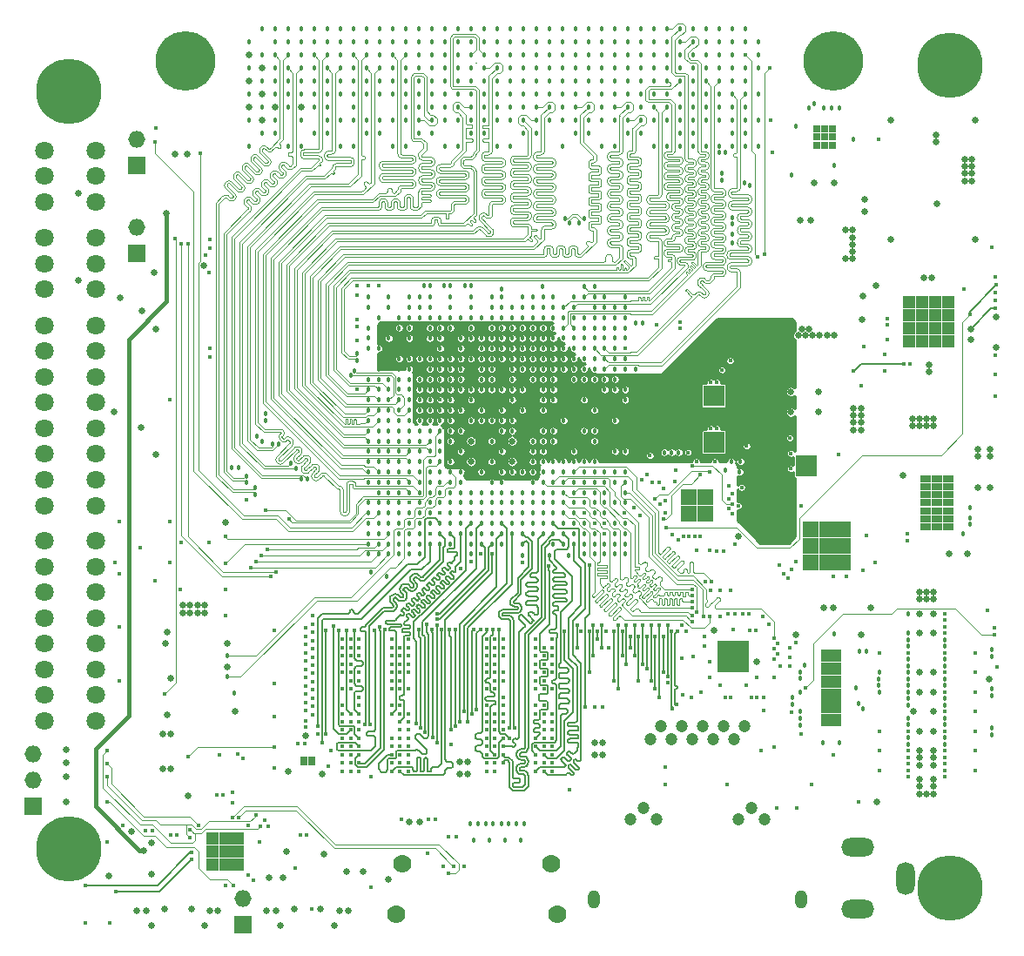
<source format=gbr>
G04 #@! TF.FileFunction,Copper,L10,Inr,Signal*
%FSLAX46Y46*%
G04 Gerber Fmt 4.6, Leading zero omitted, Abs format (unit mm)*
G04 Created by KiCad (PCBNEW (2016-08-02 BZR 7002)-product) date Tue Oct 11 11:13:20 2016*
%MOMM*%
%LPD*%
G01*
G04 APERTURE LIST*
%ADD10C,0.101600*%
%ADD11R,1.600000X1.600000*%
%ADD12C,1.200000*%
%ADD13O,1.200000X1.800000*%
%ADD14C,6.350000*%
%ADD15O,3.200000X1.800000*%
%ADD16O,1.800000X3.200000*%
%ADD17C,1.778000*%
%ADD18R,1.651000X1.651000*%
%ADD19O,1.651000X1.651000*%
%ADD20R,0.750000X0.900000*%
%ADD21R,1.080000X0.780000*%
%ADD22R,1.287500X1.287500*%
%ADD23R,1.000000X1.250000*%
%ADD24R,1.250000X1.250000*%
%ADD25R,1.000000X1.000000*%
%ADD26R,1.500000X1.500000*%
%ADD27R,0.800000X0.800000*%
%ADD28C,5.800000*%
%ADD29C,1.800000*%
%ADD30C,0.635000*%
%ADD31C,0.406400*%
%ADD32C,0.457200*%
%ADD33C,1.270000*%
%ADD34C,0.088900*%
%ADD35C,0.381000*%
%ADD36C,0.127000*%
%ADD37C,0.106680*%
%ADD38C,0.165100*%
%ADD39C,0.147320*%
%ADD40C,0.254000*%
G04 APERTURE END LIST*
D10*
D11*
X95400000Y-78700000D03*
X97000000Y-78700000D03*
X95400000Y-77100000D03*
X97000000Y-77100000D03*
D12*
X91661000Y-100596000D03*
X93693000Y-100596000D03*
X95725000Y-100596000D03*
X97757000Y-100596000D03*
X99789000Y-100596000D03*
X92677000Y-99326000D03*
X94709000Y-99326000D03*
X96741000Y-99326000D03*
X98773000Y-99326000D03*
X100805000Y-99326000D03*
X89723000Y-108346000D03*
X90993000Y-107326000D03*
X92263000Y-108346000D03*
X100203000Y-108346000D03*
X101473000Y-107326000D03*
X102743000Y-108346000D03*
D13*
X86148000Y-116156000D03*
X106318000Y-116156000D03*
D14*
X35080000Y-37620000D03*
X120810000Y-35080000D03*
X35080000Y-111280000D03*
X120810000Y-115090000D03*
D15*
X111759000Y-117073000D03*
X111759000Y-111073000D03*
D16*
X116459000Y-114173000D03*
D17*
X67500000Y-112700000D03*
X82000000Y-112700000D03*
X82600000Y-117650000D03*
X66900000Y-117650000D03*
D18*
X31600000Y-107140000D03*
D19*
X31600000Y-104600000D03*
X31600000Y-102060000D03*
D18*
X52000000Y-118640000D03*
D19*
X52000000Y-116100000D03*
D18*
X41656000Y-44831000D03*
D19*
X41656000Y-42291000D03*
D18*
X41656000Y-53340000D03*
D19*
X41656000Y-50800000D03*
D20*
X57925000Y-102700000D03*
X58675000Y-102700000D03*
D21*
X120580000Y-79937000D03*
X119500000Y-79937000D03*
X118420000Y-79937000D03*
X120580000Y-79157000D03*
X120580000Y-78377000D03*
X120580000Y-77597000D03*
X120580000Y-76817000D03*
X120580000Y-76037000D03*
X120580000Y-75257000D03*
X119500000Y-75257000D03*
X119500000Y-76037000D03*
X119500000Y-76817000D03*
X119500000Y-77597000D03*
X119500000Y-78377000D03*
X119500000Y-79157000D03*
X118420000Y-79157000D03*
X118420000Y-78377000D03*
X118420000Y-77597000D03*
X118420000Y-76817000D03*
X118420000Y-76037000D03*
X118420000Y-75257000D03*
D22*
X120631250Y-61931250D03*
X119343750Y-61931250D03*
X118056250Y-61931250D03*
X116768750Y-61931250D03*
X120631250Y-60643750D03*
X119343750Y-60643750D03*
X118056250Y-60643750D03*
X116768750Y-60643750D03*
X120631250Y-59356250D03*
X119343750Y-59356250D03*
X118056250Y-59356250D03*
X116768750Y-59356250D03*
X120631250Y-58068750D03*
X119343750Y-58068750D03*
X118056250Y-58068750D03*
X116768750Y-58068750D03*
D23*
X109720000Y-97506000D03*
X109720000Y-96256000D03*
X109720000Y-98756000D03*
X108720000Y-98756000D03*
X108720000Y-97506000D03*
X108720000Y-96256000D03*
X108720000Y-95006000D03*
X108720000Y-93756000D03*
X108720000Y-92506000D03*
X109720000Y-92506000D03*
X109720000Y-93756000D03*
X109720000Y-95006000D03*
D24*
X49050000Y-110250000D03*
X49050000Y-112750000D03*
X51550000Y-110250000D03*
X50300000Y-112750000D03*
X49050000Y-111500000D03*
X50300000Y-111500000D03*
X51550000Y-111500000D03*
X50300000Y-110250000D03*
X51550000Y-112750000D03*
D25*
X98300000Y-66700000D03*
X98300000Y-67700000D03*
X97300000Y-67700000D03*
X97300000Y-66700000D03*
X98300000Y-71200000D03*
X98300000Y-72200000D03*
X97300000Y-72200000D03*
X97300000Y-71200000D03*
X106300000Y-73500000D03*
X107300000Y-73500000D03*
X107300000Y-74500000D03*
X106300000Y-74500000D03*
D11*
X108800000Y-81800000D03*
X110400000Y-81800000D03*
X110400000Y-83400000D03*
X108800000Y-83400000D03*
X107200000Y-83400000D03*
X107200000Y-81800000D03*
X107200000Y-80200000D03*
X108800000Y-80200000D03*
X110400000Y-80200000D03*
D26*
X98945000Y-93333000D03*
X98945000Y-91833000D03*
X100445000Y-91833000D03*
X100445000Y-93333000D03*
D27*
X109385000Y-42837000D03*
X108585000Y-42837000D03*
X107785000Y-42837000D03*
X107785000Y-42037000D03*
X108585000Y-42037000D03*
X109385000Y-42037000D03*
X109385000Y-41237000D03*
X108585000Y-41237000D03*
X107785000Y-41237000D03*
D28*
X46454300Y-34616700D03*
X109455700Y-34616700D03*
D29*
X32719000Y-67865000D03*
X32719000Y-65365000D03*
X32719000Y-62865000D03*
X32719000Y-60365000D03*
X32719000Y-70365000D03*
X32719000Y-72865000D03*
X32719000Y-75365000D03*
X32719000Y-77865000D03*
X37719000Y-60365000D03*
X37719000Y-62865000D03*
X37719000Y-65365000D03*
X37719000Y-67865000D03*
X37719000Y-70365000D03*
X37719000Y-72865000D03*
X37719000Y-75365000D03*
X37719000Y-77865000D03*
X32719000Y-88820000D03*
X32719000Y-86320000D03*
X32719000Y-83820000D03*
X32719000Y-81320000D03*
X32719000Y-91320000D03*
X32719000Y-93820000D03*
X32719000Y-96320000D03*
X32719000Y-98820000D03*
X37719000Y-81320000D03*
X37719000Y-83820000D03*
X37719000Y-86320000D03*
X37719000Y-88820000D03*
X37719000Y-91320000D03*
X37719000Y-93820000D03*
X37719000Y-96320000D03*
X37719000Y-98820000D03*
X32719000Y-56856000D03*
X32719000Y-54356000D03*
X32719000Y-51856000D03*
X37719000Y-51856000D03*
X37719000Y-54356000D03*
X37719000Y-56856000D03*
X32719000Y-48347000D03*
X32719000Y-45847000D03*
X32719000Y-43347000D03*
X37719000Y-43347000D03*
X37719000Y-45847000D03*
X37719000Y-48347000D03*
D30*
X44700000Y-90200000D03*
D31*
X64500000Y-104200000D03*
X99900000Y-81600004D03*
X113500000Y-83400000D03*
X101300002Y-90000000D03*
X48800000Y-52000000D03*
D30*
X119400000Y-41800000D03*
X119400000Y-42500000D03*
X112500000Y-48100000D03*
X112500000Y-49300000D03*
D31*
X112100000Y-66200000D03*
D30*
X112300000Y-57500000D03*
X113600000Y-56500000D03*
X124700000Y-72400000D03*
X124700000Y-73100000D03*
X123500000Y-73100000D03*
X123500000Y-72400000D03*
X112200000Y-59800000D03*
D31*
X112400000Y-62400000D03*
X114400000Y-64800000D03*
X114400000Y-63200000D03*
D30*
X108000000Y-68800000D03*
X105300000Y-66800000D03*
X108000000Y-66800000D03*
D31*
X124800000Y-52800000D03*
X125200000Y-67200000D03*
X125200000Y-57900000D03*
X125200000Y-57200000D03*
X125200000Y-55600000D03*
X125200000Y-65100000D03*
X125200000Y-63300000D03*
D30*
X125300000Y-62500000D03*
X125300000Y-59500000D03*
D31*
X107315000Y-105029000D03*
D30*
X36000000Y-47500000D03*
X36000000Y-56000000D03*
D31*
X43600000Y-41200000D03*
X125349000Y-93599000D03*
X120269000Y-94107000D03*
X123189079Y-94107556D03*
X120269000Y-96012000D03*
X123190000Y-96012000D03*
X123190000Y-97917000D03*
X120269000Y-97917000D03*
X123190000Y-99822000D03*
X120269000Y-99822000D03*
X123190000Y-101727000D03*
X120269000Y-101727000D03*
X116713000Y-101727000D03*
X113919000Y-101727000D03*
X116713000Y-99822000D03*
X113919000Y-99822000D03*
D30*
X117221000Y-97917000D03*
D32*
X116713000Y-96012000D03*
X113919000Y-96012000D03*
X116713000Y-94107000D03*
X113919000Y-94107000D03*
D31*
X125100000Y-89800000D03*
D30*
X45000000Y-94700000D03*
X50500000Y-93600000D03*
D31*
X72800000Y-110100000D03*
D30*
X68199984Y-108600000D03*
D31*
X70699998Y-108400000D03*
X71500000Y-113000000D03*
X36700000Y-118500000D03*
X39100000Y-118500000D03*
D30*
X34800000Y-106700000D03*
X34800000Y-104200000D03*
X34800000Y-102900000D03*
X51300000Y-97900000D03*
D31*
X57100000Y-113100000D03*
X38800000Y-110600000D03*
D30*
X43100000Y-110700000D03*
X39000000Y-113900000D03*
X43100000Y-113700000D03*
D31*
X40300000Y-109000000D03*
X49734776Y-102126117D03*
D30*
X44200000Y-100100000D03*
X45000000Y-100100000D03*
X56300000Y-111500000D03*
X47000000Y-117100000D03*
X50300000Y-79500000D03*
D31*
X43500000Y-85200000D03*
X45900000Y-86000000D03*
X48700000Y-81500000D03*
X42000000Y-82000000D03*
X46000000Y-81500000D03*
X44900000Y-67600000D03*
X44900000Y-79400000D03*
X48700000Y-55200002D03*
X48800000Y-62600000D03*
D30*
X43400006Y-55200000D03*
X46600000Y-43700000D03*
D32*
X94400000Y-72700000D03*
D31*
X109400000Y-102100000D03*
X103700000Y-101400000D03*
X103900000Y-107300000D03*
X99100000Y-105000000D03*
X106300000Y-100100000D03*
D30*
X123200000Y-40400000D03*
X115000000Y-40400000D03*
X123200000Y-52000000D03*
X115000000Y-52000000D03*
X119500000Y-48500000D03*
X113700000Y-106700000D03*
X106200000Y-50100000D03*
X107200000Y-50100000D03*
X105300000Y-68800000D03*
X73900000Y-104000000D03*
X73100000Y-104000000D03*
D31*
X72300000Y-101100000D03*
X87000000Y-97500000D03*
X86200000Y-97500000D03*
D30*
X86200000Y-102100000D03*
X87000000Y-102100000D03*
D31*
X60600000Y-101700000D03*
X55100000Y-95200000D03*
X55100000Y-90000000D03*
X55100000Y-98400000D03*
X59300000Y-100100000D03*
D30*
X55900000Y-114100000D03*
X54600000Y-114100000D03*
D31*
X64500000Y-115000000D03*
D30*
X62100000Y-113500000D03*
X59600000Y-117100000D03*
D32*
X93000000Y-72700000D03*
X93700000Y-72700000D03*
D30*
X105800000Y-90400000D03*
X108500000Y-87800000D03*
X109400000Y-87800000D03*
X112100000Y-90400000D03*
X113100000Y-87800000D03*
D31*
X93800000Y-80700000D03*
X52400000Y-77300000D03*
D32*
X75200000Y-66600000D03*
X79200000Y-77600000D03*
X73200000Y-74600000D03*
D30*
X74200000Y-73600000D03*
X74200000Y-71600000D03*
D32*
X65200000Y-62600000D03*
X66200000Y-61600000D03*
D31*
X62500000Y-98900000D03*
D30*
X78200000Y-73600000D03*
D32*
X77200000Y-74600000D03*
D30*
X78200000Y-71600000D03*
D32*
X71200000Y-61600000D03*
X75200000Y-69600000D03*
X88200000Y-72600000D03*
X76200000Y-69600000D03*
X78200000Y-69600000D03*
X77200000Y-70600000D03*
X80200000Y-71600000D03*
D31*
X106300004Y-77900000D03*
D32*
X79000000Y-110400000D03*
X77500000Y-110400000D03*
X76000000Y-110400000D03*
X74500000Y-110400000D03*
D31*
X100200000Y-77900000D03*
X112300000Y-84200000D03*
X93300000Y-95100000D03*
X104267000Y-93472000D03*
X94742000Y-96266000D03*
X102616000Y-97790000D03*
X95631000Y-96520000D03*
X98425000Y-86106000D03*
D32*
X66200000Y-78600000D03*
X64200000Y-82600000D03*
X67200000Y-81600000D03*
X82200000Y-76600000D03*
X89200000Y-77600000D03*
X86200000Y-78600000D03*
X87200000Y-81600000D03*
X72200000Y-76600000D03*
D31*
X87600006Y-91700000D03*
X70200000Y-80600000D03*
D32*
X73200000Y-79600000D03*
X76200000Y-78600000D03*
X74200000Y-82600000D03*
X77200000Y-81600000D03*
X83200000Y-79600000D03*
X80200000Y-80600000D03*
X83700000Y-82700000D03*
D31*
X75700000Y-97300000D03*
X82100000Y-90900000D03*
X82100000Y-92500000D03*
X82100000Y-94100000D03*
X75700000Y-90900000D03*
X75700000Y-92500000D03*
X75700000Y-94100000D03*
X81300000Y-97300000D03*
X82100000Y-98900000D03*
X82100000Y-100500000D03*
X81300000Y-100500000D03*
X82100000Y-101300000D03*
X80500000Y-102900000D03*
X82100000Y-102900000D03*
X75700000Y-103700000D03*
X75700000Y-102900000D03*
X76500000Y-101300000D03*
X76500000Y-100500000D03*
X75700000Y-99700000D03*
X76500000Y-98900000D03*
X75700000Y-98900000D03*
X61700000Y-97300000D03*
X68100000Y-90900000D03*
X68100000Y-92500000D03*
X68100000Y-94100000D03*
X67300000Y-97300000D03*
X66500000Y-102900000D03*
X68100000Y-101300000D03*
X67300000Y-100500000D03*
X68100000Y-100500000D03*
X68100000Y-98900000D03*
X68100000Y-102900000D03*
X61700000Y-90900000D03*
X61700000Y-92500000D03*
X61700000Y-94100000D03*
X61700000Y-98900000D03*
X61700000Y-99700000D03*
X61700000Y-103700000D03*
X61700000Y-102900000D03*
X62500000Y-100500000D03*
X62500000Y-101300000D03*
D32*
X60198000Y-41656000D03*
X76200000Y-75600000D03*
X85200000Y-75600000D03*
X88200000Y-74600000D03*
X72200000Y-73600000D03*
X76200000Y-73600000D03*
X81200000Y-73600000D03*
X84200000Y-72600000D03*
X77200000Y-72600000D03*
X73200000Y-72600000D03*
X72200000Y-71600000D03*
X76200000Y-71600000D03*
X73200000Y-70600000D03*
X72200000Y-69600000D03*
X74200000Y-69600000D03*
X83200000Y-69600000D03*
X86200000Y-68600000D03*
X79200000Y-68600000D03*
X77200000Y-68600000D03*
X75200000Y-68600000D03*
X73200000Y-68600000D03*
X78200000Y-67600000D03*
X74200000Y-67600000D03*
X67200000Y-59600000D03*
X69200000Y-59600000D03*
X71200000Y-59600000D03*
X65200000Y-59600000D03*
X64200000Y-57600000D03*
X66200000Y-57600000D03*
X68200000Y-57600000D03*
X70200000Y-57600000D03*
X72200000Y-57600000D03*
X89200000Y-67600000D03*
X73200000Y-59600000D03*
X75200000Y-59600000D03*
X74200000Y-57600000D03*
X76199718Y-57600000D03*
X76200000Y-58600000D03*
X76199718Y-59600000D03*
X76199718Y-60600000D03*
X76200000Y-61600000D03*
X74200000Y-61600000D03*
X70200000Y-61600000D03*
X68200000Y-61600000D03*
X64200000Y-61600000D03*
X70200000Y-64600000D03*
X67200000Y-63600000D03*
X69200000Y-63600000D03*
X70200000Y-63600000D03*
X71200000Y-63600000D03*
X72200000Y-63600000D03*
X73200000Y-63600000D03*
X75200000Y-63600000D03*
X73200000Y-66600000D03*
X76200000Y-65600000D03*
X82200000Y-66600000D03*
X77200000Y-66600000D03*
X79200000Y-66600000D03*
X78200000Y-65600000D03*
X85200000Y-65600000D03*
X76200000Y-63600000D03*
X76200000Y-62600000D03*
X81200000Y-63600000D03*
X88200000Y-64600000D03*
X87200000Y-61600000D03*
X84200000Y-62600000D03*
X77200000Y-61600000D03*
X80200000Y-60600000D03*
X83200000Y-59600000D03*
X86200000Y-58600000D03*
X89200000Y-57600000D03*
X79200000Y-57600000D03*
X70200000Y-65600000D03*
X69200000Y-65600000D03*
X68200000Y-65600000D03*
X67200000Y-65600000D03*
X66200000Y-65600000D03*
X65200000Y-65600000D03*
X64200000Y-65600000D03*
X68200000Y-74600000D03*
X69200000Y-77600000D03*
X65200000Y-75600000D03*
X70200000Y-70600000D03*
X64200000Y-72600000D03*
X67200000Y-71600000D03*
X69200000Y-67600000D03*
X66200000Y-68600000D03*
X98298000Y-40386000D03*
X86868000Y-42926000D03*
X88138000Y-42926000D03*
X61468000Y-42926000D03*
X93218000Y-32766000D03*
X53848000Y-31496000D03*
X57658000Y-31496000D03*
X61468000Y-31496000D03*
X65278000Y-31496000D03*
X69088000Y-31496000D03*
X72898000Y-31496000D03*
X76708000Y-31496000D03*
X80518000Y-31496000D03*
X84328000Y-31496000D03*
X88138000Y-31496000D03*
X91948000Y-31496000D03*
X95758000Y-31496000D03*
X52578000Y-42926000D03*
X56388000Y-42926000D03*
X57658000Y-42926000D03*
X62738000Y-42926000D03*
X66548000Y-42926000D03*
X67818000Y-42926000D03*
X71628000Y-42926000D03*
X72898000Y-42926000D03*
X76708000Y-42926000D03*
X77978000Y-42926000D03*
X83058000Y-42926000D03*
X91948000Y-42926000D03*
X93218000Y-42926000D03*
X97028000Y-42926000D03*
X98298000Y-42926000D03*
X102108000Y-42926000D03*
X100838000Y-41656000D03*
X99568000Y-41656000D03*
X95758000Y-41656000D03*
X94488000Y-41656000D03*
X90678000Y-41656000D03*
X89408000Y-41656000D03*
X85598000Y-41656000D03*
X84328000Y-41656000D03*
X80518000Y-41656000D03*
X79248000Y-41656000D03*
X75438000Y-41656000D03*
X74168000Y-41656000D03*
X70358000Y-41656000D03*
X69088000Y-41656000D03*
X65278000Y-41656000D03*
X64008000Y-41656000D03*
X58928000Y-41656000D03*
X55118000Y-41656000D03*
X53848000Y-41656000D03*
X52578000Y-40386000D03*
X55118000Y-40386000D03*
X57658000Y-40386000D03*
X60198000Y-40386000D03*
X61468000Y-40386000D03*
X62738000Y-40386000D03*
X66548000Y-40386000D03*
X67818000Y-40386000D03*
X71628000Y-40386000D03*
X72898000Y-40386000D03*
X76708000Y-40386000D03*
X77978000Y-40386000D03*
X81788000Y-40386000D03*
X83058000Y-40386000D03*
X86868000Y-40386000D03*
X88138000Y-40386000D03*
X91948000Y-40386000D03*
X93218000Y-40386000D03*
X97028000Y-40386000D03*
X102108000Y-40386000D03*
X100838000Y-39116000D03*
X99568000Y-39116000D03*
X95758000Y-39116000D03*
X94488000Y-39116000D03*
X90678000Y-39116000D03*
X86868000Y-39116000D03*
X83058000Y-39116000D03*
X79248000Y-39116000D03*
X75438000Y-39116000D03*
X71628000Y-39116000D03*
X67818000Y-39116000D03*
X58928000Y-39116000D03*
X56388000Y-39116000D03*
X53848000Y-39116000D03*
X52578000Y-37846000D03*
X55118000Y-37846000D03*
X58928000Y-37846000D03*
X62738000Y-37846000D03*
X66548000Y-37846000D03*
X70358000Y-37846000D03*
X74168000Y-37846000D03*
X77978000Y-37846000D03*
X81788000Y-37846000D03*
X85598000Y-37846000D03*
X89408000Y-37846000D03*
X93218000Y-37846000D03*
X97028000Y-37846000D03*
X98298000Y-37846000D03*
X102108000Y-37846000D03*
X100838000Y-36576000D03*
X99568000Y-36576000D03*
X95758000Y-36576000D03*
X84328000Y-36576000D03*
X80518000Y-36576000D03*
X76708000Y-36576000D03*
X72898000Y-36576000D03*
X69088000Y-36576000D03*
X65278000Y-36576000D03*
X61468000Y-36576000D03*
X57658000Y-36576000D03*
X53848000Y-36576000D03*
X52578000Y-35306000D03*
X55118000Y-35306000D03*
X58928000Y-35306000D03*
X62738000Y-35306000D03*
X66548000Y-35306000D03*
X70358000Y-35306000D03*
X74168000Y-35306000D03*
X77978000Y-35306000D03*
X81788000Y-35306000D03*
X85598000Y-35306000D03*
X89408000Y-35306000D03*
X93218000Y-35306000D03*
X88138000Y-36576000D03*
X91948000Y-36576000D03*
X97028000Y-35306000D03*
X98298000Y-35306000D03*
X102108000Y-35306000D03*
X99568000Y-34036000D03*
X95758000Y-34036000D03*
X91948000Y-34036000D03*
X88138000Y-34036000D03*
X84328000Y-34036000D03*
X80518000Y-34036000D03*
X76708000Y-34036000D03*
X72898000Y-34036000D03*
X69088000Y-34036000D03*
X65278000Y-34036000D03*
X61468000Y-34036000D03*
X57658000Y-34036000D03*
X53848000Y-34036000D03*
X52578000Y-32766000D03*
X55118000Y-32766000D03*
X58928000Y-32766000D03*
X62738000Y-32766000D03*
X66548000Y-32766000D03*
X70358000Y-32766000D03*
X74168000Y-32766000D03*
X77978000Y-32766000D03*
X81788000Y-32766000D03*
X85598000Y-32766000D03*
X89408000Y-32766000D03*
X97028000Y-32766000D03*
X98298000Y-32766000D03*
X102108000Y-32766000D03*
X100838000Y-31496000D03*
X99568000Y-31496000D03*
X77200000Y-69600000D03*
D30*
X44600000Y-49500000D03*
X42400000Y-111400000D03*
X112100000Y-68400000D03*
X111400000Y-68400000D03*
X112100000Y-70500000D03*
X112100000Y-69800000D03*
X112100000Y-69100000D03*
X111400000Y-70500000D03*
X111400000Y-69800000D03*
X111400000Y-69100000D03*
D31*
X122100000Y-56800000D03*
D30*
X73900000Y-102800000D03*
X73100000Y-102800000D03*
X86200000Y-100900000D03*
X87000000Y-100900000D03*
D31*
X57400000Y-101000000D03*
D32*
X74200000Y-77600000D03*
X77200000Y-76600000D03*
D31*
X71200000Y-78600000D03*
D32*
X75200000Y-80600000D03*
X81200000Y-78600000D03*
X78200000Y-79600000D03*
X72200000Y-81600000D03*
X79200000Y-82700000D03*
X82200000Y-81600000D03*
D31*
X76500000Y-95700000D03*
X82100000Y-91700000D03*
X82100000Y-93300000D03*
X81300000Y-95700000D03*
X75700000Y-91700000D03*
X75700000Y-93300000D03*
X81300000Y-98100000D03*
X82100000Y-99700000D03*
X81300000Y-101300000D03*
X82100000Y-102100000D03*
X81300000Y-102900000D03*
X82100000Y-103700000D03*
X76500000Y-103700000D03*
X75700000Y-102100000D03*
X75700000Y-101300000D03*
X75700000Y-100500000D03*
X77300000Y-98900000D03*
X75700000Y-98100000D03*
X62500000Y-95700000D03*
X68100000Y-91700000D03*
X68100000Y-93300000D03*
X67300000Y-95700000D03*
X67300000Y-101300000D03*
X68100000Y-99700000D03*
X67300000Y-98100000D03*
X67300000Y-102900000D03*
X68100000Y-102100000D03*
X68100000Y-103700000D03*
X61700000Y-91700000D03*
X61700000Y-93300000D03*
X63300000Y-98900000D03*
X62500000Y-103700000D03*
X61700000Y-102100000D03*
X61700000Y-98100000D03*
X61700000Y-101300000D03*
X61700000Y-100500000D03*
D30*
X58100000Y-100300000D03*
D31*
X60300000Y-103200000D03*
X76500000Y-94100000D03*
X82100000Y-98100000D03*
X68100000Y-98100000D03*
X62500000Y-94100000D03*
D32*
X78200000Y-77600000D03*
X80200000Y-77600000D03*
D30*
X124700000Y-76100000D03*
X123500000Y-76100000D03*
X122500000Y-82600000D03*
X120700000Y-82600000D03*
X119200004Y-105900004D03*
X119200000Y-105200000D03*
X119200000Y-104500000D03*
X119200004Y-103100000D03*
X119200000Y-102400000D03*
X119200000Y-101700000D03*
X119200002Y-99800000D03*
X119200000Y-97900000D03*
X119200000Y-96000000D03*
X119200000Y-94100000D03*
X119200000Y-90300000D03*
X119199996Y-88400000D03*
X119200000Y-87000000D03*
X119200000Y-86300000D03*
X118500000Y-86300000D03*
X117800000Y-86300000D03*
X118500000Y-87000000D03*
X117800000Y-87000000D03*
X118500000Y-105900018D03*
X117800000Y-105900000D03*
X117800000Y-105200000D03*
X117800000Y-104500000D03*
X117800000Y-103100000D03*
X117800000Y-102400000D03*
X117800000Y-101700000D03*
X117800000Y-99800000D03*
X117800000Y-88400000D03*
X117800000Y-90300000D03*
X117800000Y-94100000D03*
X117800000Y-96000000D03*
X118700000Y-64900000D03*
X118700000Y-64200000D03*
X119000000Y-55700000D03*
X118200000Y-55700000D03*
X122800004Y-61700000D03*
X124587000Y-94742006D03*
D31*
X72000000Y-110100000D03*
D30*
X69200004Y-108600000D03*
X44200000Y-103500000D03*
X45000000Y-103500000D03*
D31*
X93100000Y-103300000D03*
D30*
X66200000Y-114200000D03*
D31*
X116586000Y-81280000D03*
D32*
X122700000Y-78100000D03*
D30*
X59700000Y-104000000D03*
X100200000Y-80900000D03*
X122900000Y-46300000D03*
X122900000Y-45600000D03*
X122900000Y-44900000D03*
X122900000Y-44200000D03*
X122200000Y-44200000D03*
X122200000Y-44900000D03*
X122200000Y-45600000D03*
X122200000Y-46300000D03*
D31*
X98600000Y-64700000D03*
X112649000Y-80772000D03*
X124400000Y-88100000D03*
D30*
X46700000Y-106100000D03*
X44500000Y-91300000D03*
X44700000Y-98200000D03*
X48200000Y-54500000D03*
X34800000Y-101600000D03*
X41200000Y-109600000D03*
D31*
X53600000Y-110600000D03*
X44900000Y-83408802D03*
X39600000Y-83400000D03*
D30*
X45400000Y-43700000D03*
D31*
X105900000Y-107300000D03*
X103649802Y-92837000D03*
D32*
X109500000Y-90392800D03*
X106600000Y-93400000D03*
X106200000Y-96000000D03*
X106200000Y-97900000D03*
X108400000Y-100900000D03*
X110000000Y-100900000D03*
D31*
X98100000Y-65895182D03*
X98100000Y-70395180D03*
X50300000Y-114800000D03*
X58000000Y-101000000D03*
D30*
X56400000Y-103700000D03*
D31*
X92200000Y-60300000D03*
X105300000Y-72800000D03*
X96500000Y-80900000D03*
X96000000Y-80900000D03*
X110700000Y-84800000D03*
X94700000Y-92700000D03*
D32*
X109474000Y-44831000D03*
X111378996Y-42291000D03*
X89200000Y-82600000D03*
X88200000Y-79600000D03*
X85200000Y-80600000D03*
X72200000Y-70600000D03*
X72200000Y-68600000D03*
X111633000Y-95631000D03*
X73200000Y-64600000D03*
X72200000Y-64600000D03*
X71200000Y-64600000D03*
X74200000Y-63600000D03*
X62738000Y-39116000D03*
D30*
X57658000Y-39116000D03*
X55118000Y-39116000D03*
X53848000Y-40386000D03*
X52578000Y-39116000D03*
X116205000Y-74930000D03*
X103300000Y-61200000D03*
X103000000Y-69100000D03*
X104000000Y-69100000D03*
D33*
X104500000Y-81100000D03*
X102600000Y-81100002D03*
D30*
X104800000Y-77700000D03*
X104800000Y-78400000D03*
X104800000Y-79100000D03*
X104817400Y-79800000D03*
X104100000Y-79800000D03*
X104100000Y-79100000D03*
X104100000Y-78400000D03*
X104100000Y-77700000D03*
X73200000Y-71600000D03*
X66200000Y-62600000D03*
X79200000Y-71600000D03*
X77200000Y-71600000D03*
D32*
X76200000Y-68600000D03*
X79200000Y-73600000D03*
X80200000Y-66600000D03*
X76200000Y-74600000D03*
X74200000Y-74600000D03*
X73200000Y-73600000D03*
X75200000Y-73600000D03*
X77200000Y-73600000D03*
X76200000Y-72600000D03*
X72200000Y-72600000D03*
X75200000Y-71600000D03*
X74200000Y-70600000D03*
X73200000Y-69600000D03*
X79200000Y-69600000D03*
X78200000Y-68600000D03*
X74200000Y-68600000D03*
X77200000Y-67600000D03*
X73200000Y-67600000D03*
X69200000Y-60600000D03*
X73200000Y-60600000D03*
X75200000Y-60600000D03*
X68200000Y-62600000D03*
X70200000Y-62600000D03*
X74200000Y-62600000D03*
X69200000Y-64600000D03*
X65200000Y-64600000D03*
X67200000Y-64600000D03*
D31*
X96900000Y-90600000D03*
X97400000Y-94600000D03*
X101900000Y-90000000D03*
X99700000Y-89900000D03*
D30*
X117100000Y-69400000D03*
X117800000Y-69400000D03*
X118500000Y-69400000D03*
X117100000Y-70100000D03*
X117800000Y-70100000D03*
X118500000Y-70100000D03*
X119200000Y-69400000D03*
X119200000Y-70100000D03*
D32*
X64200000Y-60600000D03*
D30*
X101981000Y-93091000D03*
D31*
X101981000Y-94615000D03*
D32*
X64200000Y-58600000D03*
X71200000Y-60600000D03*
X67200000Y-60600000D03*
X70200000Y-58600000D03*
X68200000Y-58600000D03*
X66200000Y-58600000D03*
X72200000Y-58600000D03*
X74200000Y-58600000D03*
X64200000Y-62600000D03*
X68200000Y-63600000D03*
D31*
X105400000Y-98000000D03*
X105300000Y-74300000D03*
X101000000Y-72100000D03*
D30*
X110600000Y-51100000D03*
X111300000Y-51100000D03*
X111300000Y-51800000D03*
X111300000Y-52500000D03*
X111300000Y-53200000D03*
X111300000Y-53900000D03*
X110600000Y-53900000D03*
D31*
X116900000Y-64100000D03*
D32*
X75200000Y-74600000D03*
X79200000Y-74600000D03*
X75200000Y-65600000D03*
X76200000Y-64600000D03*
X71200000Y-62600000D03*
D31*
X99400000Y-86100000D03*
X100500006Y-76100000D03*
X99300000Y-78200000D03*
X99300000Y-76000000D03*
X99300000Y-77200000D03*
X94000000Y-75500000D03*
X93100000Y-77400000D03*
X93100000Y-78600000D03*
D30*
X97790000Y-89997898D03*
D32*
X107600000Y-38800000D03*
X87200000Y-76600000D03*
X84200000Y-77600000D03*
X73200000Y-75600000D03*
X77200000Y-75600000D03*
X83200000Y-74600000D03*
X80200000Y-74600000D03*
X86200000Y-73600000D03*
X72200000Y-66600000D03*
X73200000Y-65600000D03*
X74200000Y-66600000D03*
X76200000Y-66600000D03*
X78200000Y-66600000D03*
X78200000Y-70600000D03*
D31*
X55100000Y-103400000D03*
D30*
X48300000Y-87600000D03*
X47600000Y-87600000D03*
X46900000Y-87600000D03*
X46200000Y-87600000D03*
X46200000Y-88300000D03*
X48300000Y-88300000D03*
X47600000Y-88300000D03*
X46900000Y-88300000D03*
X50500000Y-91300000D03*
D32*
X65200000Y-80600000D03*
X68200000Y-79600000D03*
X69200000Y-82600000D03*
X70200000Y-75600000D03*
X64200000Y-77600000D03*
X67200000Y-76600000D03*
X69200000Y-72600000D03*
X66200000Y-73600000D03*
X65200000Y-70600000D03*
X68200000Y-69600000D03*
X67200000Y-66600000D03*
X64200000Y-67600000D03*
D30*
X53848000Y-35306000D03*
X53848000Y-37846000D03*
X52578000Y-36576000D03*
X52578000Y-34036000D03*
D31*
X125200000Y-58700000D03*
X114700000Y-61700000D03*
D30*
X122800000Y-60677697D03*
D32*
X69200000Y-58600000D03*
X105410000Y-97231200D03*
X69200000Y-57600000D03*
X105410000Y-96570800D03*
D30*
X44400000Y-117100000D03*
X107100000Y-60700000D03*
X106400000Y-60700000D03*
X109500004Y-61300000D03*
X108800000Y-61300000D03*
X108100000Y-61300000D03*
X107400000Y-61300000D03*
X106700000Y-61300000D03*
X106000002Y-61300000D03*
D31*
X97500000Y-65895188D03*
X97506444Y-70395183D03*
X89200000Y-62600000D03*
D32*
X85200000Y-67600000D03*
X89200000Y-72600000D03*
X82200000Y-71600000D03*
X85200000Y-70600000D03*
X88200000Y-69600000D03*
X81200000Y-68600000D03*
X87200000Y-66600000D03*
X80200000Y-65600000D03*
X83200000Y-64600000D03*
X79200000Y-62600000D03*
X86200000Y-63600000D03*
X82200000Y-61600000D03*
X85200000Y-60600000D03*
X81200000Y-58600000D03*
X88200000Y-59600000D03*
X84200000Y-57600000D03*
X78200000Y-59600000D03*
X82200000Y-74600000D03*
D30*
X57000000Y-117100000D03*
D31*
X96100000Y-82200000D03*
X96520000Y-96012000D03*
X102616000Y-96520000D03*
X98425000Y-95377000D03*
X100965000Y-95377000D03*
X97409000Y-93091000D03*
D32*
X98298000Y-43561000D03*
X97028000Y-39116000D03*
D31*
X94550000Y-60000000D03*
D32*
X75200000Y-61600000D03*
X98933000Y-43561000D03*
X98298000Y-39116000D03*
X75200000Y-62600000D03*
D31*
X94550000Y-60600000D03*
X68200000Y-77600000D03*
X73500000Y-113000000D03*
D32*
X64200000Y-75600000D03*
X102108000Y-34036000D03*
D31*
X114700000Y-60300000D03*
X105200000Y-71300000D03*
X98100000Y-82300000D03*
X72000000Y-113600000D03*
X43200000Y-109500000D03*
X51500000Y-102000000D03*
X51000000Y-108200000D03*
D32*
X88200000Y-81600000D03*
D31*
X114700000Y-59700000D03*
X109900000Y-72900000D03*
X98800000Y-82300000D03*
X72500000Y-113000002D03*
X42500000Y-109500000D03*
X52000000Y-102500000D03*
X51600000Y-108200000D03*
D32*
X89200000Y-79600000D03*
D31*
X99400000Y-63800000D03*
X89096756Y-78603244D03*
D32*
X60198000Y-39116000D03*
D31*
X103300000Y-40400000D03*
X99600000Y-78700000D03*
X90800000Y-75400000D03*
D32*
X85200000Y-82600000D03*
D31*
X97400000Y-82200000D03*
X58700000Y-117100000D03*
X95758000Y-92583006D03*
X97000000Y-85300000D03*
D32*
X85200000Y-79600000D03*
D30*
X49600000Y-117300000D03*
X48800000Y-117300000D03*
X48300000Y-118700000D03*
X43100000Y-118700000D03*
X41700000Y-117300000D03*
X42600000Y-117300000D03*
X63700000Y-113500000D03*
X55200000Y-117300000D03*
X54300000Y-117300000D03*
X55700000Y-118700000D03*
X60899986Y-118700000D03*
X61400000Y-117300000D03*
X62300000Y-117300000D03*
D31*
X116713000Y-104267000D03*
X123190000Y-103632000D03*
X120269000Y-103632000D03*
X113919000Y-103632000D03*
X116713000Y-103632000D03*
X116713000Y-102997000D03*
X116713000Y-102362000D03*
D32*
X120269000Y-101092000D03*
X116713000Y-101092000D03*
X120269000Y-100457000D03*
X116713000Y-100457000D03*
X112268000Y-97663000D03*
X111887000Y-97155000D03*
X120269000Y-97282000D03*
X116713000Y-97282000D03*
X120269000Y-96647000D03*
X116713000Y-96647000D03*
X113871798Y-95377000D03*
X113871776Y-94742000D03*
X120269000Y-93472000D03*
X116713000Y-93472000D03*
X120269000Y-92837000D03*
X116713000Y-92837000D03*
X112606278Y-92067004D03*
X111945878Y-92067004D03*
X116713000Y-90297000D03*
X116713000Y-88392000D03*
D31*
X120269000Y-102997000D03*
X120269000Y-104267000D03*
X120269000Y-102362000D03*
X120269000Y-90297000D03*
D32*
X120269000Y-90932000D03*
X116713000Y-90932000D03*
D31*
X105800000Y-91200000D03*
X102100000Y-53700000D03*
X120269000Y-89026998D03*
X100838000Y-34036000D03*
X91800000Y-75600000D03*
D32*
X65278000Y-40386000D03*
D31*
X86200000Y-79600000D03*
X120269000Y-88391992D03*
X105200000Y-91700000D03*
X102752255Y-53431700D03*
X120269000Y-89662015D03*
X103251000Y-35306000D03*
X92500000Y-75600000D03*
D32*
X64008000Y-40386000D03*
D31*
X87200000Y-80600000D03*
D32*
X120269000Y-98552000D03*
X116713000Y-98552000D03*
X124841000Y-99491800D03*
X124841000Y-100152200D03*
X120269000Y-99187000D03*
X116713000Y-99187000D03*
X124841000Y-96342200D03*
X120269000Y-94742000D03*
X116713000Y-94742000D03*
X120269000Y-95377000D03*
X116713000Y-95377000D03*
X124841000Y-95681800D03*
X124841000Y-92532200D03*
X124841000Y-91871800D03*
X120269000Y-91567000D03*
X116713000Y-91567000D03*
D31*
X70000000Y-111700000D03*
D32*
X68200000Y-82600000D03*
X79355600Y-108800000D03*
X74144400Y-108800000D03*
X69200000Y-79600000D03*
X74855600Y-108800000D03*
X69200000Y-78600000D03*
X68200000Y-80600000D03*
X75644400Y-108800000D03*
X69200000Y-80600000D03*
X76355600Y-108800000D03*
X68200000Y-81600000D03*
X77144400Y-108800000D03*
X69200000Y-81600000D03*
X77855600Y-108800000D03*
X67200000Y-82600000D03*
X78644400Y-108800000D03*
D31*
X125300000Y-56400000D03*
X122700000Y-59300000D03*
X93200000Y-80000000D03*
X87200000Y-79600000D03*
D32*
X99600000Y-49900000D03*
X100838000Y-42926000D03*
X71600000Y-56500000D03*
X72200000Y-60600000D03*
X100838000Y-37846000D03*
X87200000Y-64600000D03*
X99600000Y-50500000D03*
X72200000Y-56500000D03*
X72200000Y-59600000D03*
X99568000Y-42926000D03*
X99568000Y-37846000D03*
X87200000Y-63600000D03*
X86200000Y-62600000D03*
X98298000Y-36576000D03*
X87200000Y-62600000D03*
X97028000Y-36576000D03*
X99600000Y-51500000D03*
X73600000Y-56500000D03*
X74200000Y-60600000D03*
X95758000Y-40386000D03*
X100800000Y-46500000D03*
X95758000Y-42926000D03*
X69600000Y-56500000D03*
X70200000Y-60600000D03*
X95758000Y-37846000D03*
X81200000Y-67600000D03*
X62900000Y-64800000D03*
X67200000Y-68600000D03*
X95758000Y-35306000D03*
X95758000Y-32766000D03*
X83200000Y-60600000D03*
X99600000Y-52300000D03*
X74200000Y-56500000D03*
X74200000Y-59600000D03*
X94488000Y-40386000D03*
X101318835Y-46707534D03*
X94488000Y-42926000D03*
X70200000Y-56500000D03*
X70200000Y-59600000D03*
X94488000Y-37846000D03*
X82200000Y-67600000D03*
X94488000Y-36576000D03*
X85200000Y-57600000D03*
X62500000Y-65200000D03*
X66200000Y-67600000D03*
X94488000Y-35306000D03*
X94488000Y-34036000D03*
X70200000Y-66600000D03*
X94488000Y-32766000D03*
X84200000Y-60600000D03*
X94488000Y-31496000D03*
X83200000Y-58600000D03*
X63098350Y-63119000D03*
X67200000Y-69600000D03*
X93218000Y-39116000D03*
X93218000Y-36576000D03*
X85200000Y-56600000D03*
X93218000Y-34036000D03*
X69200000Y-66600000D03*
X93218000Y-31496000D03*
X84200000Y-58600000D03*
X63098350Y-63754000D03*
X66200000Y-69600000D03*
X91948000Y-39116000D03*
X91948000Y-37846000D03*
X88200000Y-66600000D03*
X91948000Y-35306000D03*
X68200000Y-67600000D03*
X91948000Y-32766000D03*
X81200000Y-64600000D03*
X90678000Y-40386000D03*
X65200000Y-66600000D03*
X90678000Y-37846000D03*
X89200000Y-66600000D03*
X87200000Y-65600000D03*
X90678000Y-36576000D03*
X90678000Y-35306000D03*
X68200000Y-66600000D03*
X90678000Y-34036000D03*
X70200000Y-68600000D03*
X90678000Y-32766000D03*
X82200000Y-64600000D03*
X90678000Y-31496000D03*
X86200000Y-65600000D03*
X89408000Y-40386000D03*
X66200000Y-66600000D03*
X89408000Y-39116000D03*
X65200000Y-67600000D03*
X88200000Y-65600000D03*
X89408000Y-36576000D03*
X89408000Y-34036000D03*
X70200000Y-67600000D03*
X89408000Y-31496000D03*
X86200000Y-64600000D03*
X88138000Y-39116000D03*
X64200000Y-66600000D03*
X81200000Y-66600000D03*
X88138000Y-37846000D03*
X88138000Y-35306000D03*
X69200000Y-69600000D03*
X84200000Y-65600000D03*
X88138000Y-32766000D03*
X81200000Y-65600000D03*
X86868000Y-37846000D03*
X90200000Y-64600000D03*
X86868000Y-36576000D03*
X86868000Y-35306000D03*
X69200000Y-68600000D03*
X86868000Y-34036000D03*
X71200000Y-69600000D03*
X85200000Y-64600000D03*
X86868000Y-32766000D03*
X86868000Y-31496000D03*
X88200000Y-63600000D03*
X83347780Y-49946780D03*
X85181220Y-49946780D03*
X85598000Y-40386000D03*
X69200000Y-71600000D03*
X85598000Y-39116000D03*
X68200000Y-68600000D03*
X89200000Y-64600000D03*
X85598000Y-36576000D03*
X85598000Y-34036000D03*
X70200000Y-69600000D03*
X89200000Y-63600000D03*
X85598000Y-31496000D03*
X83784220Y-50383220D03*
X84744780Y-50383220D03*
X69200000Y-70600000D03*
X84328000Y-40386000D03*
X84328000Y-39116000D03*
X67200000Y-67600000D03*
X80200000Y-64600000D03*
X84328000Y-37846000D03*
X71200000Y-72600000D03*
X84328000Y-35306000D03*
X88200000Y-62600000D03*
X84328000Y-32766000D03*
X80200000Y-63600000D03*
X83058000Y-37846000D03*
X78200000Y-64600000D03*
X83058000Y-36576000D03*
X71200000Y-71600000D03*
X83058000Y-35306000D03*
X83058000Y-34036000D03*
X70200000Y-73600000D03*
X89200000Y-61600000D03*
X83058000Y-32766000D03*
X90866704Y-60090600D03*
X79200000Y-61600000D03*
X83058000Y-31496000D03*
X81788000Y-39116000D03*
X65200000Y-68600000D03*
X79200000Y-64600000D03*
X81788000Y-36576000D03*
X81788000Y-34036000D03*
X69200000Y-73600000D03*
X90219004Y-60090600D03*
X79200000Y-60600000D03*
X81788000Y-31496000D03*
X80518000Y-40386000D03*
X65200000Y-69600000D03*
X80518000Y-39116000D03*
X64200000Y-68600000D03*
X80518000Y-37846000D03*
X88200000Y-58600000D03*
X80518000Y-35306000D03*
X70200000Y-74600000D03*
X88200000Y-61600000D03*
X80518000Y-32766000D03*
X79248000Y-40386000D03*
X64200000Y-69600000D03*
X79248000Y-37846000D03*
X89200000Y-58600000D03*
X89200000Y-60600000D03*
X79248000Y-36576000D03*
X79248000Y-35306000D03*
X69200000Y-74600000D03*
X79248000Y-34036000D03*
X71200000Y-74600000D03*
X88200000Y-60600000D03*
X79248000Y-32766000D03*
X87200000Y-60600000D03*
X79248000Y-31496000D03*
X54241700Y-68961000D03*
X77978000Y-39116000D03*
X66200000Y-76600000D03*
X89200000Y-59600000D03*
X77978000Y-36576000D03*
X77978000Y-34036000D03*
X71200000Y-75600000D03*
X87200000Y-59600000D03*
X77978000Y-31496000D03*
X54229000Y-69596000D03*
X76708000Y-39116000D03*
X66200000Y-77600000D03*
X76708000Y-37846000D03*
X87200000Y-58600000D03*
X76708000Y-35306000D03*
X64200000Y-71600000D03*
X86200000Y-60600000D03*
X76708000Y-32766000D03*
X67200000Y-79600000D03*
X53900000Y-71600000D03*
X75438000Y-40386000D03*
X75438000Y-37846000D03*
X87200000Y-57600000D03*
X86200000Y-57600000D03*
X75438000Y-36576000D03*
X75438000Y-35306000D03*
X64200000Y-70600000D03*
X75438000Y-34036000D03*
X70200000Y-72600000D03*
X86200000Y-59600000D03*
X75438000Y-32766000D03*
X75438000Y-31496000D03*
X85200000Y-62600000D03*
X67200000Y-80600000D03*
X53385082Y-71114918D03*
X74168000Y-40386000D03*
X74168000Y-39116000D03*
X68200000Y-73600000D03*
X86200000Y-56600000D03*
X74168000Y-36576000D03*
X74168000Y-34036000D03*
X70200000Y-71600000D03*
X74168000Y-31496000D03*
X86200000Y-61600000D03*
X72898000Y-39116000D03*
X68200000Y-72600000D03*
X72898000Y-37846000D03*
X84200000Y-59600000D03*
X72897992Y-35306000D03*
X71200000Y-76600000D03*
X72898000Y-32766000D03*
X84200000Y-61600000D03*
X71628000Y-37846000D03*
X85200000Y-59600000D03*
X83200000Y-62600000D03*
X71628000Y-36576000D03*
X71628000Y-35306000D03*
X70200000Y-76600000D03*
X71628000Y-34036000D03*
X65200000Y-76600000D03*
X71628000Y-32766000D03*
X85200000Y-61600000D03*
X71628000Y-31496000D03*
X84200000Y-64600000D03*
X98552000Y-46228000D03*
X100838000Y-40386000D03*
X70358000Y-40386000D03*
X65200000Y-74600000D03*
X70358000Y-39116000D03*
X67200000Y-77600000D03*
X83200000Y-61600000D03*
X70358000Y-36576000D03*
X70358000Y-34036000D03*
X65200000Y-77600000D03*
X70358000Y-31496000D03*
X85200000Y-63600000D03*
X98552000Y-45593000D03*
X99568000Y-40386000D03*
X69088000Y-40386000D03*
X64200000Y-74600000D03*
X69088000Y-39116000D03*
X67200000Y-78600000D03*
X82200000Y-60600000D03*
X69088000Y-37846000D03*
X51608918Y-74222640D03*
X67200000Y-73600000D03*
X69088000Y-35306000D03*
X82200000Y-63600000D03*
X69088000Y-32766000D03*
X82200000Y-59600000D03*
X67818000Y-37846000D03*
X67818000Y-36576000D03*
X82200000Y-58600000D03*
X50961218Y-74222640D03*
X67200000Y-72600000D03*
X67818000Y-35306000D03*
X69200000Y-75600000D03*
X67818000Y-34036000D03*
X82200000Y-62600000D03*
X67818000Y-32766000D03*
X81200000Y-60600000D03*
X67818000Y-31496000D03*
D31*
X38800000Y-103000000D03*
X47700000Y-108958150D03*
X54100000Y-108500000D03*
X63100000Y-57400000D03*
X65200000Y-56500000D03*
D32*
X71200000Y-68600000D03*
X66548000Y-36576000D03*
X82200000Y-57600000D03*
X68200000Y-75600000D03*
X66548000Y-34036000D03*
X81200000Y-59600000D03*
X66548000Y-31496000D03*
X81185650Y-56600000D03*
X65278000Y-37846000D03*
X69200000Y-76600000D03*
X65278000Y-35306000D03*
X65278000Y-32766000D03*
X80200000Y-62600000D03*
D31*
X46900006Y-110200000D03*
X38800000Y-104200000D03*
X53303244Y-107996756D03*
D32*
X81200000Y-57600000D03*
X64008000Y-37846000D03*
X64008000Y-36576000D03*
X80200000Y-58600000D03*
X68200000Y-76600000D03*
X64008000Y-35306000D03*
X54889004Y-71880404D03*
X65200000Y-72600000D03*
X64008000Y-34036000D03*
X64008000Y-32766000D03*
X81200000Y-62600000D03*
X64008000Y-31496000D03*
X78200000Y-63600000D03*
X62738000Y-36576000D03*
X80200000Y-57600000D03*
X55500000Y-71900000D03*
X65200000Y-71600000D03*
X62738000Y-34036000D03*
X62738000Y-31496000D03*
X79200000Y-63600000D03*
D31*
X46900000Y-109400000D03*
X38800000Y-101700000D03*
X53700000Y-109100000D03*
X63100000Y-56500000D03*
X71200000Y-67600000D03*
D32*
X79200000Y-59600000D03*
X61468000Y-37846000D03*
X66200000Y-74600000D03*
X56642000Y-73787000D03*
X61468000Y-35306000D03*
X78200000Y-58600000D03*
X61468000Y-32766000D03*
X80200000Y-59600000D03*
X60198000Y-37846000D03*
X80200000Y-61600000D03*
X60198000Y-36576000D03*
X57150000Y-74295000D03*
X66200000Y-75600000D03*
X60198000Y-35306000D03*
X58293000Y-75311000D03*
X66200000Y-72600000D03*
X60198000Y-34036000D03*
X79200000Y-58600000D03*
X60198000Y-32766000D03*
X77200000Y-59600000D03*
X60198000Y-31496000D03*
X81200000Y-61600000D03*
X58928000Y-36576000D03*
X57658000Y-75311000D03*
X66200000Y-71600000D03*
X58928000Y-34036000D03*
X77200000Y-58600000D03*
X58928000Y-31496000D03*
X77200000Y-56800000D03*
X57658000Y-37846000D03*
X52324000Y-74987150D03*
X57658000Y-35306000D03*
X65200000Y-73600000D03*
X57658000Y-32766000D03*
X77200000Y-60600000D03*
X77200000Y-57600000D03*
X56388000Y-37846000D03*
X77200000Y-63600000D03*
X56388000Y-36576000D03*
X52324000Y-75634850D03*
X56388000Y-35306000D03*
X64200000Y-73600000D03*
X53213000Y-76130150D03*
X67200000Y-74600000D03*
X56388000Y-34036000D03*
X56388000Y-32766000D03*
X78200000Y-60600000D03*
X56388000Y-31496000D03*
X78200000Y-62600000D03*
X77200000Y-62600000D03*
X55118000Y-36576000D03*
X53213000Y-76777850D03*
X67200000Y-75600000D03*
X55118000Y-34036000D03*
X55118000Y-31496000D03*
X78200000Y-61600000D03*
D31*
X38800000Y-106700000D03*
X54500000Y-109100000D03*
X51100000Y-114800000D03*
X63100000Y-66600000D03*
D32*
X72200000Y-67600000D03*
D30*
X107600000Y-46500000D03*
X109500000Y-46500000D03*
X43600000Y-60700000D03*
X42200000Y-58900000D03*
X42100000Y-70299996D03*
X43600000Y-72900000D03*
D31*
X98933000Y-96520000D03*
X101473000Y-96520000D03*
X99441000Y-96520000D03*
X101981004Y-96520000D03*
X113800000Y-42300000D03*
X105800000Y-83300000D03*
D32*
X84200000Y-79600000D03*
D31*
X111900000Y-106700000D03*
X95300000Y-72700000D03*
D32*
X71200000Y-70600000D03*
D31*
X54200000Y-78300000D03*
D32*
X71200000Y-73600000D03*
D31*
X56500000Y-79200000D03*
D32*
X72200000Y-77600000D03*
X71200000Y-77600000D03*
D31*
X91300000Y-90600000D03*
X58800000Y-94200000D03*
X91300000Y-93700000D03*
X80500000Y-93300000D03*
X66500000Y-93300000D03*
D32*
X80200000Y-78600000D03*
D31*
X58800000Y-91800000D03*
X86900000Y-91700000D03*
X86900000Y-89500000D03*
X77300000Y-92500000D03*
X63300000Y-92500000D03*
D32*
X80200000Y-76600000D03*
D31*
X89700000Y-90600000D03*
X58100000Y-91400000D03*
X89700000Y-91700000D03*
X80500000Y-92500000D03*
X66500000Y-92500000D03*
D32*
X77200000Y-77600000D03*
D31*
X58100000Y-94600000D03*
X90900000Y-93300000D03*
X90900000Y-89500000D03*
X81300000Y-93300000D03*
X67300000Y-93300000D03*
D32*
X79200000Y-78600000D03*
D31*
X58800000Y-92600000D03*
X86100000Y-92500000D03*
X86100000Y-89500000D03*
X76500000Y-92500000D03*
X62500000Y-92500000D03*
D32*
X78200000Y-76600000D03*
D31*
X58100000Y-93000000D03*
X90100000Y-92500000D03*
X90100000Y-89500000D03*
X81300000Y-92500000D03*
X67300000Y-92500000D03*
D32*
X77200000Y-78600000D03*
D31*
X58800000Y-90200000D03*
X86500000Y-90900000D03*
X86500000Y-90100000D03*
X76500000Y-91700000D03*
X62500000Y-91700000D03*
D32*
X79200000Y-76600000D03*
D31*
X58100000Y-90600000D03*
X94700000Y-89500000D03*
X81300000Y-91700000D03*
X67300000Y-91700000D03*
D32*
X81200000Y-77600000D03*
D31*
X58800000Y-88600000D03*
X84900000Y-90100000D03*
X76500000Y-90900000D03*
X62500000Y-90900000D03*
D32*
X74200000Y-76600000D03*
D31*
X58100000Y-92200000D03*
X84500000Y-91700000D03*
X84500000Y-89500000D03*
X80500000Y-91700000D03*
X66500000Y-91700000D03*
D32*
X73200000Y-76600000D03*
D31*
X90500000Y-90600000D03*
X58100000Y-96200000D03*
X90500000Y-94900000D03*
X77300000Y-94900000D03*
X63300000Y-94900000D03*
D32*
X78200000Y-78600000D03*
D31*
X58800000Y-91000000D03*
X77300000Y-91700000D03*
X63300000Y-91700000D03*
D32*
X82200000Y-77600000D03*
D31*
X58800000Y-95000000D03*
X85700000Y-94100000D03*
X85700000Y-90100000D03*
X77300000Y-94100000D03*
X63300000Y-94100000D03*
D32*
X76200000Y-76600000D03*
D31*
X58100000Y-89800000D03*
X87300000Y-90100000D03*
X80500000Y-90900000D03*
X66500000Y-90900000D03*
D32*
X81200000Y-76600000D03*
D31*
X58800000Y-89400000D03*
X77300000Y-90900000D03*
X63300000Y-90900000D03*
D32*
X75200000Y-76600000D03*
D31*
X58800000Y-95800000D03*
X93300000Y-89500000D03*
X93300000Y-94500000D03*
X81300000Y-94100000D03*
X67300000Y-94100000D03*
D32*
X73200000Y-78600000D03*
D31*
X88900000Y-90100000D03*
X58800000Y-93400000D03*
X88900000Y-92500000D03*
X76500000Y-93300000D03*
X62500000Y-93300000D03*
D32*
X74200000Y-78600000D03*
D31*
X58100000Y-93800000D03*
X89300000Y-93300000D03*
X89300000Y-89500000D03*
X80500000Y-94100000D03*
X66500000Y-94100000D03*
D32*
X75200000Y-78600000D03*
D31*
X58800000Y-96600000D03*
X91700000Y-89500000D03*
X91700010Y-94900000D03*
X80500000Y-95700000D03*
X66500000Y-95700000D03*
D32*
X70200000Y-79600000D03*
D31*
X58100000Y-97000000D03*
X88500000Y-95700000D03*
X88500000Y-89500000D03*
X75700000Y-95700000D03*
X61700000Y-95700000D03*
D32*
X73200000Y-77600000D03*
D31*
X58100000Y-97800000D03*
X88100000Y-94900000D03*
X88100000Y-90100000D03*
X81300000Y-94900000D03*
X67300000Y-94900000D03*
D32*
X70200000Y-77600000D03*
D31*
X92100000Y-90600000D03*
X58800000Y-97400000D03*
X92100000Y-95700000D03*
X82100000Y-95700000D03*
X68100000Y-95700000D03*
D32*
X70200000Y-78600000D03*
D31*
X58800000Y-98200000D03*
X92500000Y-89500000D03*
X92500000Y-96500000D03*
X80500000Y-97300000D03*
X66500000Y-97300000D03*
D32*
X72200000Y-79600000D03*
D31*
X92900000Y-90600000D03*
X58100000Y-95400000D03*
X92900000Y-94100000D03*
X80500000Y-94900000D03*
X66500000Y-94900000D03*
D32*
X72200000Y-78600000D03*
D31*
X58100000Y-98807900D03*
X77300000Y-96500000D03*
X94206545Y-97193455D03*
X94293197Y-90100892D03*
X63300000Y-96500000D03*
D32*
X76200000Y-77600000D03*
D31*
X58100000Y-99392100D03*
X77300000Y-97300000D03*
X93793455Y-97606545D03*
X93708997Y-90100892D03*
X63300000Y-97300000D03*
D32*
X75200000Y-77600000D03*
D31*
X95100000Y-90100000D03*
D32*
X82200000Y-78600000D03*
D31*
X76500000Y-94900000D03*
X62500000Y-94900000D03*
X116586000Y-80645000D03*
D32*
X122047000Y-80645006D03*
X122700000Y-79700000D03*
X122700000Y-79100000D03*
D31*
X105200000Y-92600000D03*
X102400000Y-101700000D03*
D32*
X81200000Y-71600000D03*
D31*
X55100000Y-101400000D03*
X83800000Y-105500000D03*
X46700000Y-102299990D03*
X93100000Y-105000000D03*
X111400000Y-64800000D03*
X116300000Y-64100000D03*
X125100000Y-90400000D03*
X106700000Y-95600000D03*
X106700000Y-95600000D03*
X48800000Y-63400002D03*
X63100000Y-61800000D03*
D32*
X72200000Y-65600000D03*
D31*
X52500000Y-109000000D03*
X49500000Y-106000000D03*
X45600000Y-109900000D03*
X50100000Y-106000000D03*
X45000000Y-109900000D03*
X48400000Y-53500000D03*
X63100000Y-59800000D03*
D32*
X75200000Y-64600000D03*
D31*
X36700000Y-114800000D03*
X47000000Y-111600000D03*
X39700000Y-115400000D03*
X47000000Y-112300000D03*
D30*
X40100000Y-57700000D03*
X39500000Y-68800000D03*
D32*
X68200000Y-64600000D03*
D31*
X90600000Y-78800000D03*
D32*
X88200000Y-80600000D03*
D31*
X46000000Y-52400000D03*
X54700000Y-84800000D03*
D32*
X89200000Y-80600000D03*
D31*
X105400000Y-84100000D03*
D32*
X85200000Y-81600000D03*
D31*
X104600000Y-84500000D03*
D32*
X86200000Y-81600000D03*
D31*
X44400000Y-96200000D03*
X45400000Y-51900000D03*
X104200000Y-83700000D03*
D32*
X84200000Y-80600000D03*
D31*
X109400000Y-84800000D03*
D32*
X87200000Y-82600000D03*
D31*
X105000000Y-84900000D03*
D32*
X86200000Y-82600000D03*
X105400000Y-45700000D03*
X87200000Y-78600000D03*
D31*
X96100000Y-88200000D03*
D32*
X89200000Y-75600000D03*
D31*
X97409000Y-88646000D03*
D32*
X83200000Y-78600000D03*
D31*
X97600000Y-85300000D03*
X98425000Y-88646000D03*
D32*
X84200000Y-74600000D03*
D31*
X96901000Y-91567000D03*
X103700000Y-94600000D03*
X105156000Y-93472000D03*
D32*
X82200000Y-65600000D03*
X84200000Y-63600000D03*
X83200000Y-63600000D03*
D31*
X95700000Y-87200000D03*
X99187000Y-88392000D03*
D32*
X84200000Y-76600000D03*
D31*
X95700000Y-86600000D03*
X99822000Y-88392000D03*
D32*
X81200000Y-75600000D03*
D31*
X97500000Y-86100000D03*
X100584000Y-88392000D03*
D32*
X84200000Y-75600000D03*
D31*
X101219000Y-88392000D03*
D32*
X82200000Y-73600000D03*
D31*
X51000000Y-105800000D03*
X52500000Y-113800000D03*
D32*
X89200000Y-81600000D03*
D31*
X51000000Y-106800000D03*
X53000006Y-114300000D03*
D32*
X88200000Y-82600000D03*
X50500000Y-92500000D03*
X72200000Y-75600000D03*
X51200000Y-96100000D03*
X65200000Y-79600000D03*
D31*
X58200000Y-109900000D03*
X94900000Y-80900000D03*
X57600000Y-109900000D03*
X95408003Y-80900000D03*
D32*
X98900000Y-74400000D03*
X89200000Y-74600000D03*
D31*
X96774000Y-88646000D03*
D32*
X89200000Y-76600000D03*
X100399998Y-73600000D03*
X88200000Y-75600000D03*
X100300000Y-74600000D03*
X88200000Y-77600000D03*
X109220000Y-39243000D03*
X87200000Y-74600000D03*
X108458004Y-39243000D03*
X87200000Y-75600000D03*
D31*
X90000000Y-78100000D03*
D32*
X87200000Y-77600000D03*
X105791000Y-41021000D03*
X86200000Y-74600000D03*
D31*
X94100000Y-74400000D03*
D32*
X86200000Y-75600000D03*
D31*
X92900000Y-76200000D03*
D32*
X86200000Y-76600000D03*
D31*
X92600000Y-77700000D03*
D32*
X86200000Y-77600000D03*
D31*
X46700000Y-52400000D03*
X55200000Y-84300000D03*
D32*
X86200000Y-80600000D03*
X99500000Y-73600000D03*
X85200000Y-73600000D03*
D31*
X103500000Y-43500000D03*
D32*
X109982000Y-39243000D03*
X85200000Y-74600000D03*
X85200000Y-76600000D03*
D31*
X99600000Y-76699998D03*
X97400000Y-74600000D03*
X92099992Y-77200000D03*
D32*
X85200000Y-77600000D03*
D31*
X96499988Y-74900000D03*
X92900000Y-79200000D03*
X85200000Y-78600000D03*
D32*
X107061000Y-39243000D03*
X84200000Y-73600000D03*
D31*
X102600000Y-88700000D03*
X95699998Y-89200000D03*
D32*
X84200000Y-78600000D03*
X84200000Y-81600000D03*
D31*
X80500000Y-103700000D03*
X104013000Y-92329000D03*
D32*
X83200000Y-73600000D03*
D31*
X104013000Y-91313000D03*
X95700000Y-86000000D03*
D32*
X83200000Y-75600000D03*
D31*
X103632000Y-91821000D03*
X95700000Y-87800000D03*
D32*
X83200000Y-76600000D03*
D31*
X95700000Y-88600000D03*
X103124000Y-89408000D03*
D32*
X83200000Y-77600000D03*
X83200000Y-80600000D03*
D31*
X80500000Y-101300000D03*
D32*
X83200000Y-81600000D03*
D31*
X77300000Y-102900000D03*
X83300000Y-90100000D03*
X81300000Y-102100000D03*
X103632000Y-90805000D03*
D32*
X82200000Y-75600000D03*
X82200000Y-79600000D03*
D31*
X81300000Y-103700000D03*
D32*
X82200000Y-80600000D03*
D31*
X77300000Y-102100000D03*
D32*
X81787250Y-82700000D03*
D31*
X80500000Y-102100000D03*
X91600000Y-73000000D03*
D32*
X81200000Y-72600000D03*
D31*
X91300000Y-74900000D03*
D32*
X81200000Y-74600000D03*
D31*
X85700000Y-83700000D03*
X85300000Y-97500000D03*
D32*
X81200000Y-79600000D03*
D31*
X76500000Y-102900000D03*
D32*
X81200000Y-80600000D03*
D31*
X77300000Y-101300000D03*
X77900000Y-100500000D03*
X76900000Y-89900000D03*
X76500000Y-102100000D03*
X76300000Y-89900000D03*
X97900000Y-73600000D03*
D32*
X80200000Y-72600000D03*
D31*
X96100000Y-73600000D03*
D32*
X80200000Y-73600000D03*
D31*
X95700000Y-74000000D03*
X99600000Y-77700000D03*
D32*
X80200000Y-75600000D03*
D31*
X81750000Y-83710000D03*
D32*
X80200000Y-79600000D03*
D31*
X80500000Y-100500000D03*
X75700000Y-89900000D03*
X77300000Y-100500000D03*
X75100000Y-89900000D03*
X74699994Y-97700000D03*
X80500000Y-98100000D03*
X74500000Y-89900000D03*
X79200000Y-83400000D03*
D32*
X79200000Y-79600000D03*
D31*
X74300000Y-98100000D03*
X76500000Y-98100000D03*
X78408003Y-99500000D03*
D32*
X79200000Y-80600000D03*
D31*
X77900000Y-99500000D03*
D32*
X79200000Y-81600000D03*
X78200000Y-80600000D03*
D31*
X73900000Y-98900000D03*
X77300000Y-98100000D03*
X72700000Y-89900000D03*
X72700000Y-99300000D03*
X77300000Y-99700000D03*
X72100000Y-89900000D03*
X72300000Y-99700000D03*
X76500000Y-99700000D03*
X73499998Y-97900000D03*
X81300000Y-98900000D03*
D32*
X77200000Y-79600000D03*
D31*
X73100000Y-98900000D03*
X81300000Y-99700000D03*
D32*
X77200000Y-80600000D03*
D31*
X71300000Y-89900000D03*
X66500000Y-103700000D03*
X76268200Y-82600000D03*
D32*
X76200000Y-79600000D03*
D31*
X67300000Y-103700000D03*
X70500000Y-100400000D03*
X70400000Y-89900000D03*
X75158981Y-82600000D03*
D32*
X76200000Y-80600000D03*
D31*
X67300000Y-102100000D03*
X65815901Y-89900000D03*
X70900000Y-88900000D03*
D32*
X76200000Y-81600000D03*
D31*
X63300000Y-102100000D03*
X70900000Y-100900000D03*
X70900000Y-89500008D03*
X66500000Y-101300000D03*
D32*
X73200000Y-61600000D03*
X106180151Y-94050800D03*
X106180151Y-94711200D03*
X73200000Y-62600000D03*
D31*
X69700000Y-99900000D03*
D32*
X75200000Y-79600000D03*
D31*
X63300000Y-103700000D03*
X70900000Y-88391997D03*
X65307900Y-89668150D03*
D32*
X75200000Y-81600000D03*
D31*
X63300000Y-102900000D03*
X69900000Y-89400000D03*
X66500000Y-102100000D03*
X68900000Y-99100000D03*
D32*
X74200000Y-79600000D03*
D31*
X62500000Y-102100000D03*
X69100000Y-89900000D03*
X69300000Y-99500000D03*
X62500000Y-102900000D03*
X74200000Y-83300000D03*
D32*
X74200000Y-80600000D03*
D31*
X64800000Y-90000000D03*
X73200000Y-84000000D03*
D32*
X74200000Y-81600000D03*
D31*
X63300000Y-101300000D03*
D32*
X73200000Y-80600000D03*
D31*
X67300000Y-98900000D03*
X62900000Y-90000000D03*
X63300000Y-98100000D03*
X62100000Y-90000000D03*
X62500000Y-98100000D03*
D32*
X68200000Y-78600000D03*
D31*
X70100000Y-108414250D03*
D32*
X72200000Y-80600000D03*
D31*
X66500000Y-98100000D03*
D32*
X66000000Y-84800000D03*
D31*
X61300000Y-90000000D03*
X63300000Y-100500000D03*
X48798187Y-52816291D03*
X63100000Y-60500000D03*
D32*
X71200000Y-65600000D03*
X65200000Y-81600000D03*
D31*
X54400000Y-82100000D03*
D32*
X71200000Y-79600000D03*
D31*
X59300000Y-99300000D03*
X63300000Y-99700000D03*
X64408003Y-99200000D03*
D32*
X71200000Y-80600000D03*
D31*
X63900000Y-99200000D03*
D32*
X71200000Y-81600000D03*
X64500000Y-84300000D03*
D31*
X60800000Y-89600000D03*
X62500000Y-99700000D03*
D32*
X66200000Y-81600000D03*
D31*
X53800000Y-82700000D03*
X59700000Y-100900000D03*
X66500000Y-100500000D03*
D32*
X70200000Y-81600000D03*
D31*
X60100000Y-90000000D03*
X60100000Y-100100000D03*
X67300000Y-99700000D03*
D32*
X50500000Y-94500000D03*
X72200000Y-74600000D03*
X106180151Y-98550800D03*
X68200000Y-59600000D03*
X68200000Y-60600000D03*
X106180151Y-99211200D03*
X64200000Y-79600000D03*
D31*
X67400000Y-108400000D03*
X50300000Y-88600000D03*
X40000000Y-94900000D03*
D32*
X64200000Y-80600000D03*
X66200000Y-79600000D03*
D31*
X50300000Y-86000000D03*
X40000000Y-89700000D03*
D32*
X65200000Y-82600000D03*
D31*
X53300000Y-83300000D03*
X50300000Y-83500000D03*
X40000000Y-84500000D03*
D32*
X64200000Y-81600000D03*
X66200000Y-80600000D03*
D31*
X50300000Y-80900000D03*
X40000000Y-79400000D03*
D32*
X66200000Y-82600000D03*
D31*
X52796756Y-83896756D03*
D32*
X65200000Y-78600000D03*
D31*
X43500000Y-42500000D03*
D32*
X64200000Y-78600000D03*
D31*
X47900000Y-43600000D03*
X94400000Y-81200000D03*
D30*
X59900000Y-111800000D03*
D31*
X113919000Y-92202000D03*
X116713000Y-92202000D03*
X120269000Y-92202000D03*
X123190000Y-92202000D03*
D32*
X67200000Y-70600000D03*
X100838000Y-35306000D03*
X100838000Y-32766000D03*
X86200000Y-71600000D03*
X66200000Y-70600000D03*
X99568000Y-35306000D03*
X86200000Y-70599986D03*
X99568000Y-32766000D03*
X68200000Y-71600000D03*
X98298000Y-34036000D03*
X81200000Y-70600000D03*
X98298000Y-31496000D03*
X97028000Y-34036000D03*
X68200000Y-70600000D03*
X97028000Y-31496000D03*
X82200000Y-70600000D03*
D31*
X64200000Y-56500000D03*
D32*
X71200000Y-66600000D03*
X78200000Y-74600000D03*
D34*
X74663301Y-34810699D02*
X74689301Y-34810699D01*
X74689301Y-34810699D02*
X74700000Y-34800000D01*
X74700000Y-34800000D02*
X74663301Y-34800000D01*
D35*
X44600000Y-58000000D02*
X44600000Y-49949012D01*
X37700000Y-101500000D02*
X40900000Y-98300000D01*
X41950988Y-111400000D02*
X37700000Y-107149012D01*
X42400000Y-111400000D02*
X41950988Y-111400000D01*
X44600000Y-49949012D02*
X44600000Y-49500000D01*
X40900000Y-61700000D02*
X44600000Y-58000000D01*
X37700000Y-107149012D02*
X37700000Y-101500000D01*
X40900000Y-98300000D02*
X40900000Y-61700000D01*
D36*
X122800000Y-60677697D02*
X124777697Y-58700000D01*
X124777697Y-58700000D02*
X125200000Y-58700000D01*
D37*
X51000000Y-108200000D02*
X52100000Y-107100000D01*
X72700000Y-113600000D02*
X72287368Y-113600000D01*
X52100000Y-107100000D02*
X57300000Y-107100000D01*
X61000000Y-110800000D02*
X71100000Y-110800000D01*
X57300000Y-107100000D02*
X61000000Y-110800000D01*
X71100000Y-110800000D02*
X73000000Y-112700000D01*
X72287368Y-113600000D02*
X72000000Y-113600000D01*
X73000000Y-112700000D02*
X73000000Y-113300000D01*
X73000000Y-113300000D02*
X72700000Y-113600000D01*
X72296801Y-112796803D02*
X72500000Y-113000002D01*
X70699998Y-111200000D02*
X72296801Y-112796803D01*
X60900000Y-111200000D02*
X70699998Y-111200000D01*
X57200000Y-107500000D02*
X60900000Y-111200000D01*
X52300000Y-107500000D02*
X57200000Y-107500000D01*
X51600000Y-108200000D02*
X52300000Y-107500000D01*
X102100000Y-53700000D02*
X101800000Y-53400000D01*
X101800000Y-53400000D02*
X101800000Y-43700000D01*
X101473000Y-43373000D02*
X101473000Y-34671000D01*
X101800000Y-43700000D02*
X101473000Y-43373000D01*
X101473000Y-34671000D02*
X100838000Y-34036000D01*
X102752255Y-53431700D02*
X102743000Y-35814000D01*
X102743000Y-35814000D02*
X103047801Y-35509199D01*
X103047801Y-35509199D02*
X103251000Y-35306000D01*
X93200000Y-80000000D02*
X100000000Y-80000000D01*
X102000000Y-82000000D02*
X105200000Y-82000000D01*
X100000000Y-80000000D02*
X102000000Y-82000000D01*
X122000000Y-60000000D02*
X122700000Y-59300000D01*
X105200000Y-82000000D02*
X106100000Y-81100000D01*
X106100000Y-79100000D02*
X112200000Y-73000000D01*
X106100000Y-81100000D02*
X106100000Y-79100000D01*
X112200000Y-73000000D02*
X119900000Y-73000000D01*
X119900000Y-73000000D02*
X122000000Y-70900000D01*
X122000000Y-70900000D02*
X122000000Y-60000000D01*
D36*
X125300000Y-56400000D02*
X122700000Y-59000000D01*
X122700000Y-59000000D02*
X122700000Y-59300000D01*
D34*
X100838000Y-37846000D02*
X100342699Y-38341301D01*
X100358574Y-51132551D02*
X100377672Y-51162946D01*
X99478416Y-48663000D02*
X99482435Y-48698670D01*
X100342699Y-38341301D02*
X100342699Y-46888407D01*
X101300997Y-51313686D02*
X101366597Y-51379286D01*
X101042691Y-47623301D02*
X101134879Y-47633688D01*
X101134879Y-49692311D02*
X101042691Y-49702699D01*
X99603046Y-48506718D02*
X99569165Y-48518573D01*
X99603046Y-47306718D02*
X99569165Y-47318573D01*
X100342699Y-46888407D02*
X100332311Y-46980595D01*
X100186713Y-47212313D02*
X100108161Y-47261671D01*
X99469165Y-54518573D02*
X99438770Y-54537671D01*
X100301671Y-47068161D02*
X100252313Y-47146713D01*
X101415955Y-49057838D02*
X101446595Y-49145404D01*
X100108161Y-54864328D02*
X100186713Y-54913686D01*
X99494290Y-47393448D02*
X99482435Y-47427329D01*
X99494290Y-48732551D02*
X99513388Y-48762946D01*
X100332311Y-46980595D02*
X100301671Y-47068161D01*
X99482435Y-47427329D02*
X99478416Y-47463000D01*
X100358574Y-52332551D02*
X100377672Y-52362946D01*
X101456982Y-50437592D02*
X101456982Y-50488407D01*
X99569165Y-47318573D02*
X99538770Y-47337671D01*
X101366597Y-48979286D02*
X101415955Y-49057838D01*
X100252313Y-47146713D02*
X100186713Y-47212313D01*
X101456982Y-49237592D02*
X101456982Y-49288407D01*
X100503000Y-50023301D02*
X101042691Y-50023301D01*
X99513388Y-47363053D02*
X99494290Y-47393448D01*
X100108161Y-47261671D02*
X100020595Y-47292311D01*
X99388770Y-53588328D02*
X99419165Y-53607426D01*
X101222445Y-53261671D02*
X101134879Y-53292311D01*
X100020595Y-47292311D02*
X99928407Y-47302699D01*
X99638717Y-47623301D02*
X101042691Y-47623301D01*
X99928407Y-47302699D02*
X99638717Y-47302699D01*
X100467330Y-50019281D02*
X100503000Y-50023301D01*
X101134879Y-50892311D02*
X101042691Y-50902699D01*
X99363388Y-53363053D02*
X99344290Y-53393448D01*
X99638717Y-47302699D02*
X99603046Y-47306718D01*
X100503000Y-52423301D02*
X101042691Y-52423301D01*
X99569165Y-48518573D02*
X99538770Y-48537671D01*
X101134879Y-47633688D02*
X101222445Y-47664328D01*
X100342699Y-55237592D02*
X100342699Y-56654865D01*
X99538770Y-48537671D02*
X99513388Y-48563053D01*
X101415955Y-50668161D02*
X101366597Y-50746713D01*
X99538770Y-47337671D02*
X99513388Y-47363053D01*
X100467330Y-51219281D02*
X100503000Y-51223301D01*
X100467330Y-52419281D02*
X100503000Y-52423301D01*
X101042691Y-52423301D02*
X101134879Y-52433688D01*
X101366597Y-47779286D02*
X101415955Y-47857838D01*
X99478416Y-47463000D02*
X99482435Y-47498670D01*
X99482435Y-47498670D02*
X99494290Y-47532551D01*
X101222445Y-48461671D02*
X101134879Y-48492311D01*
X101415955Y-47857838D02*
X101446595Y-47945404D01*
X101300997Y-47713686D02*
X101366597Y-47779286D01*
X101300997Y-49612313D02*
X101222445Y-49661671D01*
X99494290Y-47532551D02*
X99513388Y-47562946D01*
X99513388Y-47562946D02*
X99538770Y-47588328D01*
X101415955Y-53068161D02*
X101366597Y-53146713D01*
X101222445Y-50064328D02*
X101300997Y-50113686D01*
X99569165Y-48807426D02*
X99603046Y-48819281D01*
X101446595Y-48180595D02*
X101415955Y-48268161D01*
X99538770Y-47588328D02*
X99569165Y-47607426D01*
X101134879Y-54492311D02*
X101042691Y-54502699D01*
X101446595Y-50580595D02*
X101415955Y-50668161D01*
X101415955Y-53857838D02*
X101446595Y-53945404D01*
X101134879Y-48833688D02*
X101222445Y-48864328D01*
X99569165Y-47607426D02*
X99603046Y-47619281D01*
X101456982Y-51637592D02*
X101456982Y-51688407D01*
X101366597Y-48346713D02*
X101300997Y-48412313D01*
X100342699Y-56654865D02*
X92757864Y-64239700D01*
X101456982Y-52888407D02*
X101446595Y-52980595D01*
X101366597Y-52579286D02*
X101415955Y-52657838D01*
X99494290Y-48593448D02*
X99482435Y-48627329D01*
X99603046Y-47619281D02*
X99638717Y-47623301D01*
X101222445Y-47664328D02*
X101300997Y-47713686D01*
X101415955Y-54268161D02*
X101366597Y-54346713D01*
X101366597Y-51379286D02*
X101415955Y-51457838D01*
X101446595Y-47945404D02*
X101456982Y-48037592D01*
X100433449Y-49718573D02*
X100403054Y-49737671D01*
X100252313Y-54979286D02*
X100301671Y-55057838D01*
X101456982Y-48037592D02*
X101456982Y-48088407D01*
X99538717Y-54823301D02*
X99928407Y-54823301D01*
X101042691Y-53302699D02*
X99488717Y-53302699D01*
X101456982Y-48088407D02*
X101446595Y-48180595D01*
X101415955Y-48268161D02*
X101366597Y-48346713D01*
X101300997Y-48412313D02*
X101222445Y-48461671D01*
X101042691Y-48502699D02*
X99638717Y-48502699D01*
X101366597Y-54346713D02*
X101300997Y-54412313D01*
X101134879Y-48492311D02*
X101042691Y-48502699D01*
X101446595Y-50345404D02*
X101456982Y-50437592D01*
X99488717Y-53302699D02*
X99453046Y-53306718D01*
X99638717Y-48502699D02*
X99603046Y-48506718D01*
X100346719Y-51027329D02*
X100342699Y-51063000D01*
X99394290Y-54732551D02*
X99413388Y-54762946D01*
X99513388Y-48563053D02*
X99494290Y-48593448D01*
X99482435Y-48627329D02*
X99478416Y-48663000D01*
X101134879Y-51233688D02*
X101222445Y-51264328D01*
X100433449Y-51207426D02*
X100467330Y-51219281D01*
X99482435Y-48698670D02*
X99494290Y-48732551D01*
X99513388Y-48762946D02*
X99538770Y-48788328D01*
X101222445Y-52464328D02*
X101300997Y-52513686D01*
X99344290Y-53393448D02*
X99332435Y-53427329D01*
X100433449Y-50007426D02*
X100467330Y-50019281D01*
X99638717Y-48823301D02*
X101042691Y-48823301D01*
X99538770Y-48788328D02*
X99569165Y-48807426D01*
X100346719Y-51098670D02*
X100358574Y-51132551D01*
X99603046Y-48819281D02*
X99638717Y-48823301D01*
X101042691Y-48823301D02*
X101134879Y-48833688D01*
X101222445Y-48864328D02*
X101300997Y-48913686D01*
X101300997Y-48913686D02*
X101366597Y-48979286D01*
X101446595Y-49145404D02*
X101456982Y-49237592D01*
X101366597Y-49546713D02*
X101300997Y-49612313D01*
X99332435Y-53427329D02*
X99328416Y-53463000D01*
X101456982Y-49288407D02*
X101446595Y-49380595D01*
X101446595Y-49380595D02*
X101415955Y-49468161D01*
X101415955Y-49468161D02*
X101366597Y-49546713D01*
X101222445Y-49661671D02*
X101134879Y-49692311D01*
X101042691Y-49702699D02*
X100503000Y-49702699D01*
X100503000Y-49702699D02*
X100467330Y-49706718D01*
X100301671Y-55057838D02*
X100332311Y-55145404D01*
X100467330Y-52106718D02*
X100433449Y-52118573D01*
X100467330Y-49706718D02*
X100433449Y-49718573D01*
X100403054Y-49737671D02*
X100377672Y-49763053D01*
X100377672Y-49763053D02*
X100358574Y-49793448D01*
X101300997Y-50812313D02*
X101222445Y-50861671D01*
X100358574Y-49793448D02*
X100346719Y-49827329D01*
X100346719Y-49827329D02*
X100342699Y-49863000D01*
X101456982Y-52837592D02*
X101456982Y-52888407D01*
X100342699Y-49863000D02*
X100346719Y-49898670D01*
X101456982Y-51688407D02*
X101446595Y-51780595D01*
X100377672Y-51162946D02*
X100403054Y-51188328D01*
X100346719Y-49898670D02*
X100358574Y-49932551D01*
X100358574Y-49932551D02*
X100377672Y-49962946D01*
X100377672Y-49962946D02*
X100403054Y-49988328D01*
X100186713Y-54913686D02*
X100252313Y-54979286D01*
X101042691Y-51223301D02*
X101134879Y-51233688D01*
X100403054Y-49988328D02*
X100433449Y-50007426D01*
X101366597Y-50179286D02*
X101415955Y-50257838D01*
X101042691Y-50023301D02*
X101134879Y-50033688D01*
X101134879Y-50033688D02*
X101222445Y-50064328D01*
X101446595Y-51545404D02*
X101456982Y-51637592D01*
X101300997Y-50113686D02*
X101366597Y-50179286D01*
X101415955Y-50257838D02*
X101446595Y-50345404D01*
X100503000Y-50902699D02*
X100467330Y-50906718D01*
X101446595Y-52745404D02*
X101456982Y-52837592D01*
X101456982Y-50488407D02*
X101446595Y-50580595D01*
X101366597Y-50746713D02*
X101300997Y-50812313D01*
X101222445Y-50861671D02*
X101134879Y-50892311D01*
X101042691Y-50902699D02*
X100503000Y-50902699D01*
X101415955Y-52657838D02*
X101446595Y-52745404D01*
X100467330Y-50906718D02*
X100433449Y-50918573D01*
X100433449Y-50918573D02*
X100403054Y-50937671D01*
X100403054Y-52137671D02*
X100377672Y-52163053D01*
X100403054Y-50937671D02*
X100377672Y-50963053D01*
X100358574Y-50993448D02*
X100346719Y-51027329D01*
X100377672Y-50963053D02*
X100358574Y-50993448D01*
X100342699Y-51063000D02*
X100346719Y-51098670D01*
X100403054Y-51188328D02*
X100433449Y-51207426D01*
X100503000Y-51223301D02*
X101042691Y-51223301D01*
X101134879Y-53292311D02*
X101042691Y-53302699D01*
X99503046Y-54506718D02*
X99469165Y-54518573D01*
X101222445Y-51264328D02*
X101300997Y-51313686D01*
X101415955Y-51457838D02*
X101446595Y-51545404D01*
X101446595Y-51780595D02*
X101415955Y-51868161D01*
X101134879Y-52433688D02*
X101222445Y-52464328D01*
X101415955Y-51868161D02*
X101366597Y-51946713D01*
X101366597Y-51946713D02*
X101300997Y-52012313D01*
X101300997Y-52012313D02*
X101222445Y-52061671D01*
X99438770Y-54537671D02*
X99413388Y-54563053D01*
X100433449Y-52407426D02*
X100467330Y-52419281D01*
X101222445Y-52061671D02*
X101134879Y-52092311D01*
X101134879Y-52092311D02*
X101042691Y-52102699D01*
X101042691Y-52102699D02*
X100503000Y-52102699D01*
X101366597Y-53779286D02*
X101415955Y-53857838D01*
X100503000Y-52102699D02*
X100467330Y-52106718D01*
X100433449Y-52118573D02*
X100403054Y-52137671D01*
X100377672Y-52163053D02*
X100358574Y-52193448D01*
X100358574Y-52193448D02*
X100346719Y-52227329D01*
X99538717Y-54502699D02*
X99503046Y-54506718D01*
X100346719Y-52227329D02*
X100342699Y-52263000D01*
X100342699Y-52263000D02*
X100346719Y-52298670D01*
X100346719Y-52298670D02*
X100358574Y-52332551D01*
X100377672Y-52362946D02*
X100403054Y-52388328D01*
X100403054Y-52388328D02*
X100433449Y-52407426D01*
X101300997Y-52513686D02*
X101366597Y-52579286D01*
X101446595Y-52980595D02*
X101415955Y-53068161D01*
X99453046Y-53619281D02*
X99488717Y-53623301D01*
X101366597Y-53146713D02*
X101300997Y-53212313D01*
X101300997Y-53212313D02*
X101222445Y-53261671D01*
X99453046Y-53306718D02*
X99419165Y-53318573D01*
X99419165Y-53318573D02*
X99388770Y-53337671D01*
X99388770Y-53337671D02*
X99363388Y-53363053D01*
X99328416Y-53463000D02*
X99332435Y-53498670D01*
X99332435Y-53498670D02*
X99344290Y-53532551D01*
X99344290Y-53532551D02*
X99363388Y-53562946D01*
X99363388Y-53562946D02*
X99388770Y-53588328D01*
X99419165Y-53607426D02*
X99453046Y-53619281D01*
X99488717Y-53623301D02*
X101042691Y-53623301D01*
X101042691Y-53623301D02*
X101134879Y-53633688D01*
X99438770Y-54788328D02*
X99469165Y-54807426D01*
X101134879Y-53633688D02*
X101222445Y-53664328D01*
X101222445Y-53664328D02*
X101300997Y-53713686D01*
X101300997Y-53713686D02*
X101366597Y-53779286D01*
X100020595Y-54833688D02*
X100108161Y-54864328D01*
X101446595Y-53945404D02*
X101456982Y-54037592D01*
X101456982Y-54037592D02*
X101456982Y-54088407D01*
X101456982Y-54088407D02*
X101446595Y-54180595D01*
X101446595Y-54180595D02*
X101415955Y-54268161D01*
X99394290Y-54593448D02*
X99382435Y-54627329D01*
X101300997Y-54412313D02*
X101222445Y-54461671D01*
X99378416Y-54663000D02*
X99382435Y-54698670D01*
X92757864Y-64239700D02*
X90500000Y-64239700D01*
X101222445Y-54461671D02*
X101134879Y-54492311D01*
X101042691Y-54502699D02*
X99538717Y-54502699D01*
X99413388Y-54563053D02*
X99394290Y-54593448D01*
X99382435Y-54627329D02*
X99378416Y-54663000D01*
X99382435Y-54698670D02*
X99394290Y-54732551D01*
X99413388Y-54762946D02*
X99438770Y-54788328D01*
X99469165Y-54807426D02*
X99503046Y-54819281D01*
X99503046Y-54819281D02*
X99538717Y-54823301D01*
X99928407Y-54823301D02*
X100020595Y-54833688D01*
X100332311Y-55145404D02*
X100342699Y-55237592D01*
X90500000Y-64239700D02*
X90484759Y-64224459D01*
X90484759Y-64224459D02*
X87575541Y-64224459D01*
X87575541Y-64224459D02*
X87200000Y-64600000D01*
X101161710Y-54132551D02*
X101142612Y-54162946D01*
X99779530Y-43941669D02*
X99816518Y-43954612D01*
X99903000Y-47023301D02*
X99613309Y-47023301D01*
X100073689Y-51180595D02*
X100104329Y-51268161D01*
X101017283Y-49102699D02*
X101052954Y-49106718D01*
X101117230Y-49137671D02*
X101142612Y-49163053D01*
X99421121Y-55092311D02*
X99513309Y-55102699D01*
X99964230Y-43976330D02*
X99997411Y-43997179D01*
X99972551Y-55118573D02*
X100002946Y-55137671D01*
X90500000Y-63960300D02*
X90484759Y-63975541D01*
X100028328Y-46962946D02*
X100002946Y-46988328D01*
X101142612Y-52962946D02*
X101117230Y-52988328D01*
X99421121Y-54233688D02*
X99333555Y-54264328D01*
X99189403Y-54946713D02*
X99255003Y-55012313D01*
X99938670Y-55106718D02*
X99972551Y-55118573D01*
X100385405Y-51492311D02*
X100477593Y-51502699D01*
X99613309Y-47023301D02*
X99521121Y-47033688D01*
X99513309Y-55102699D02*
X99903000Y-55102699D01*
X100058913Y-43472941D02*
X100045970Y-43509929D01*
X99199018Y-47488407D02*
X99209405Y-47580595D01*
X101052954Y-50619281D02*
X101017283Y-50623301D01*
X101017283Y-49423301D02*
X100477593Y-49423301D01*
X101161710Y-51593448D02*
X101173565Y-51627329D01*
X99371121Y-53892311D02*
X99463309Y-53902699D01*
X99816518Y-43954612D02*
X99855460Y-43959000D01*
X99209405Y-47345404D02*
X99199018Y-47437592D01*
X101161710Y-49193448D02*
X101173565Y-49227329D01*
X101142612Y-49362946D02*
X101117230Y-49388328D01*
X100073689Y-49980595D02*
X100104329Y-50068161D01*
X99816518Y-43613387D02*
X99779530Y-43626330D01*
X101161710Y-52932551D02*
X101142612Y-52962946D01*
X101173565Y-49298670D02*
X101161710Y-49332551D01*
X100063301Y-49888407D02*
X100073689Y-49980595D01*
X100477593Y-49423301D02*
X100385405Y-49433688D01*
X100153687Y-50779286D02*
X100104329Y-50857838D01*
X101117230Y-51537671D02*
X101142612Y-51563053D01*
X99205003Y-53812313D02*
X99283555Y-53861671D01*
X99521121Y-47033688D02*
X99433555Y-47064328D01*
X99613309Y-47902699D02*
X101017283Y-47902699D01*
X99697790Y-43859929D02*
X99718639Y-43893110D01*
X101161710Y-49332551D02*
X101142612Y-49362946D01*
X99718639Y-43893110D02*
X99746349Y-43920820D01*
X101142612Y-53963053D02*
X101161710Y-53993448D01*
X99433555Y-48264328D02*
X99355003Y-48313686D01*
X100219287Y-51913686D02*
X100153687Y-51979286D01*
X100063301Y-51088407D02*
X100073689Y-51180595D01*
X100297839Y-50664328D02*
X100219287Y-50713686D01*
X99697790Y-43708070D02*
X99684847Y-43745058D01*
X101052954Y-49106718D02*
X101086835Y-49118573D01*
X101142612Y-49163053D02*
X101161710Y-49193448D01*
X99199018Y-48688407D02*
X99209405Y-48780595D01*
X101161710Y-51732551D02*
X101142612Y-51762946D01*
X101117230Y-50588328D02*
X101086835Y-50607426D01*
X99613309Y-48223301D02*
X99521121Y-48233688D01*
X99433555Y-47064328D02*
X99355003Y-47113686D01*
X100385405Y-49433688D02*
X100297839Y-49464328D01*
X99255003Y-55012313D02*
X99333555Y-55061671D01*
X100047426Y-46932551D02*
X100028328Y-46962946D01*
X101142612Y-48162946D02*
X101117230Y-48188328D01*
X100047426Y-55193448D02*
X100059281Y-55227329D01*
X101017283Y-48223301D02*
X99613309Y-48223301D01*
X101173565Y-50427329D02*
X101177584Y-50463000D01*
X99049018Y-53488407D02*
X99059405Y-53580595D01*
X101086835Y-48207426D02*
X101052954Y-48219281D01*
X99289403Y-47179286D02*
X99240045Y-47257838D01*
X100063301Y-56539135D02*
X92642136Y-63960300D01*
X100153687Y-51979286D02*
X100104329Y-52057838D01*
X99371121Y-53033688D02*
X99283555Y-53064328D01*
X99855460Y-43959000D02*
X99888301Y-43959000D01*
X100073689Y-52380595D02*
X100104329Y-52468161D01*
X99779530Y-43626330D02*
X99746349Y-43647179D01*
X99888301Y-43609000D02*
X99855460Y-43609000D01*
X99684847Y-43822941D02*
X99697790Y-43859929D01*
X100063301Y-38341301D02*
X100063301Y-43434000D01*
X101052954Y-48219281D02*
X101017283Y-48223301D01*
X100104329Y-51268161D02*
X100153687Y-51346713D01*
X99972551Y-47007426D02*
X99938670Y-47019281D01*
X101173565Y-48098670D02*
X101161710Y-48132551D01*
X100073689Y-49745404D02*
X100063301Y-49837592D01*
X101117230Y-52737671D02*
X101142612Y-52763053D01*
X101117230Y-47937671D02*
X101142612Y-47963053D01*
X99855460Y-43609000D02*
X99816518Y-43613387D01*
X100059281Y-46898670D02*
X100047426Y-46932551D01*
X100385405Y-51833688D02*
X100297839Y-51864328D01*
X99997411Y-43997179D02*
X100025121Y-44024889D01*
X101052954Y-51506718D02*
X101086835Y-51518573D01*
X101086835Y-49118573D02*
X101117230Y-49137671D01*
X99927242Y-43604612D02*
X99888301Y-43609000D01*
X99684847Y-43745058D02*
X99680460Y-43784000D01*
X99140045Y-54868161D02*
X99189403Y-54946713D01*
X101177584Y-49263000D02*
X101173565Y-49298670D01*
X99139403Y-53179286D02*
X99090045Y-53257838D01*
X100025121Y-43543110D02*
X99997411Y-43570820D01*
X99205003Y-53113686D02*
X99139403Y-53179286D01*
X100073689Y-52145404D02*
X100063301Y-52237592D01*
X101161710Y-48132551D02*
X101142612Y-48162946D01*
X99355003Y-48313686D02*
X99289403Y-48379286D01*
X101017283Y-53902699D02*
X101052954Y-53906718D01*
X99997411Y-43570820D02*
X99964230Y-43591669D01*
X101117230Y-49388328D02*
X101086835Y-49407426D01*
X101017283Y-50302699D02*
X101052954Y-50306718D01*
X99140045Y-54457838D02*
X99109405Y-54545404D01*
X100153687Y-50146713D02*
X100219287Y-50212313D01*
X100045970Y-43509929D02*
X100025121Y-43543110D01*
X99463309Y-53902699D02*
X101017283Y-53902699D01*
X99333555Y-54264328D02*
X99255003Y-54313686D01*
X99568000Y-37846000D02*
X100063301Y-38341301D01*
X100063301Y-43434000D02*
X100058913Y-43472941D01*
X101052954Y-47906718D02*
X101086835Y-47918573D01*
X100153687Y-52546713D02*
X100219287Y-52612313D01*
X99964230Y-43591669D02*
X99927242Y-43604612D01*
X99746349Y-43647179D02*
X99718639Y-43674889D01*
X99433555Y-47861671D02*
X99521121Y-47892311D01*
X99718639Y-43674889D02*
X99697790Y-43708070D01*
X99680460Y-43784000D02*
X99684847Y-43822941D01*
X99746349Y-43920820D02*
X99779530Y-43941669D01*
X101052954Y-53019281D02*
X101017283Y-53023301D01*
X99888301Y-43959000D02*
X99927242Y-43963387D01*
X99927242Y-43963387D02*
X99964230Y-43976330D01*
X100297839Y-51461671D02*
X100385405Y-51492311D01*
X100025121Y-44024889D02*
X100045970Y-44058070D01*
X100045970Y-44058070D02*
X100058913Y-44095058D01*
X99513309Y-54223301D02*
X99421121Y-54233688D01*
X100058913Y-44095058D02*
X100063301Y-44134000D01*
X99059405Y-53345404D02*
X99049018Y-53437592D01*
X100063301Y-44134000D02*
X100063301Y-46863000D01*
X100063301Y-46863000D02*
X100059281Y-46898670D01*
X100104329Y-50068161D02*
X100153687Y-50146713D01*
X100002946Y-46988328D02*
X99972551Y-47007426D01*
X99938670Y-47019281D02*
X99903000Y-47023301D01*
X99355003Y-47113686D02*
X99289403Y-47179286D01*
X99240045Y-47257838D02*
X99209405Y-47345404D01*
X100477593Y-50302699D02*
X101017283Y-50302699D01*
X99199018Y-47437592D02*
X99199018Y-47488407D01*
X99209405Y-47580595D02*
X99240045Y-47668161D01*
X100219287Y-49513686D02*
X100153687Y-49579286D01*
X101117230Y-51788328D02*
X101086835Y-51807426D01*
X99240045Y-47668161D02*
X99289403Y-47746713D01*
X101117230Y-48188328D02*
X101086835Y-48207426D01*
X99289403Y-47746713D02*
X99355003Y-47812313D01*
X99355003Y-47812313D02*
X99433555Y-47861671D01*
X99521121Y-47892311D02*
X99613309Y-47902699D01*
X101017283Y-47902699D02*
X101052954Y-47906718D01*
X99059405Y-53580595D02*
X99090045Y-53668161D01*
X101086835Y-47918573D02*
X101117230Y-47937671D01*
X101142612Y-47963053D02*
X101161710Y-47993448D01*
X101161710Y-47993448D02*
X101173565Y-48027329D01*
X101173565Y-48027329D02*
X101177584Y-48063000D01*
X99189403Y-54379286D02*
X99140045Y-54457838D01*
X101177584Y-48063000D02*
X101173565Y-48098670D01*
X99521121Y-48233688D02*
X99433555Y-48264328D01*
X99289403Y-48379286D02*
X99240045Y-48457838D01*
X99240045Y-48457838D02*
X99209405Y-48545404D01*
X99240045Y-48868161D02*
X99289403Y-48946713D01*
X99209405Y-48545404D02*
X99199018Y-48637592D01*
X99199018Y-48637592D02*
X99199018Y-48688407D01*
X99209405Y-48780595D02*
X99240045Y-48868161D01*
X101142612Y-50562946D02*
X101117230Y-50588328D01*
X99289403Y-48946713D02*
X99355003Y-49012313D01*
X99090045Y-53257838D02*
X99059405Y-53345404D01*
X99355003Y-49012313D02*
X99433555Y-49061671D01*
X100385405Y-50633688D02*
X100297839Y-50664328D01*
X99433555Y-49061671D02*
X99521121Y-49092311D01*
X99521121Y-49092311D02*
X99613309Y-49102699D01*
X99613309Y-49102699D02*
X101017283Y-49102699D01*
X101173565Y-49227329D02*
X101177584Y-49263000D01*
X100104329Y-50857838D02*
X100073689Y-50945404D01*
X101052954Y-51819281D02*
X101017283Y-51823301D01*
X101086835Y-52718573D02*
X101117230Y-52737671D01*
X101086835Y-49407426D02*
X101052954Y-49419281D01*
X101052954Y-49419281D02*
X101017283Y-49423301D01*
X100297839Y-49464328D02*
X100219287Y-49513686D01*
X100153687Y-49579286D02*
X100104329Y-49657838D01*
X100104329Y-49657838D02*
X100073689Y-49745404D01*
X100063301Y-49837592D02*
X100063301Y-49888407D01*
X100219287Y-50212313D02*
X100297839Y-50261671D01*
X100297839Y-50261671D02*
X100385405Y-50292311D01*
X100385405Y-50292311D02*
X100477593Y-50302699D01*
X100219287Y-52612313D02*
X100297839Y-52661671D01*
X99283555Y-53064328D02*
X99205003Y-53113686D01*
X101052954Y-50306718D02*
X101086835Y-50318573D01*
X101017283Y-50623301D02*
X100477593Y-50623301D01*
X101086835Y-50318573D02*
X101117230Y-50337671D01*
X101017283Y-53023301D02*
X99463309Y-53023301D01*
X101117230Y-50337671D02*
X101142612Y-50363053D01*
X101142612Y-50363053D02*
X101161710Y-50393448D01*
X100063301Y-52288407D02*
X100073689Y-52380595D01*
X101161710Y-50393448D02*
X101173565Y-50427329D01*
X101177584Y-50463000D02*
X101173565Y-50498670D01*
X101173565Y-50498670D02*
X101161710Y-50532551D01*
X101161710Y-50532551D02*
X101142612Y-50562946D01*
X101086835Y-50607426D02*
X101052954Y-50619281D01*
X100477593Y-50623301D02*
X100385405Y-50633688D01*
X100219287Y-50713686D02*
X100153687Y-50779286D01*
X100073689Y-50945404D02*
X100063301Y-51037592D01*
X100063301Y-51037592D02*
X100063301Y-51088407D01*
X100153687Y-51346713D02*
X100219287Y-51412313D01*
X100219287Y-51412313D02*
X100297839Y-51461671D01*
X100477593Y-51502699D02*
X101017283Y-51502699D01*
X101017283Y-51502699D02*
X101052954Y-51506718D01*
X101086835Y-51518573D02*
X101117230Y-51537671D01*
X101142612Y-51563053D02*
X101161710Y-51593448D01*
X101173565Y-51627329D02*
X101177584Y-51663000D01*
X101177584Y-51663000D02*
X101173565Y-51698670D01*
X101173565Y-51698670D02*
X101161710Y-51732551D01*
X101142612Y-51762946D02*
X101117230Y-51788328D01*
X101086835Y-51807426D02*
X101052954Y-51819281D01*
X101017283Y-51823301D02*
X100477593Y-51823301D01*
X100477593Y-51823301D02*
X100385405Y-51833688D01*
X100297839Y-51864328D02*
X100219287Y-51913686D01*
X100104329Y-52057838D02*
X100073689Y-52145404D01*
X100063301Y-52237592D02*
X100063301Y-52288407D01*
X99463309Y-53023301D02*
X99371121Y-53033688D01*
X100104329Y-52468161D02*
X100153687Y-52546713D01*
X100297839Y-52661671D02*
X100385405Y-52692311D01*
X100385405Y-52692311D02*
X100477593Y-52702699D01*
X100477593Y-52702699D02*
X101017283Y-52702699D01*
X101017283Y-52702699D02*
X101052954Y-52706718D01*
X101052954Y-52706718D02*
X101086835Y-52718573D01*
X101142612Y-52763053D02*
X101161710Y-52793448D01*
X101161710Y-52793448D02*
X101173565Y-52827329D01*
X101173565Y-52827329D02*
X101177584Y-52863000D01*
X101177584Y-52863000D02*
X101173565Y-52898670D01*
X101173565Y-52898670D02*
X101161710Y-52932551D01*
X101117230Y-52988328D02*
X101086835Y-53007426D01*
X99139403Y-53746713D02*
X99205003Y-53812313D01*
X101086835Y-53007426D02*
X101052954Y-53019281D01*
X99049018Y-53437592D02*
X99049018Y-53488407D01*
X99090045Y-53668161D02*
X99139403Y-53746713D01*
X99283555Y-53861671D02*
X99371121Y-53892311D01*
X101052954Y-53906718D02*
X101086835Y-53918573D01*
X101086835Y-53918573D02*
X101117230Y-53937671D01*
X101117230Y-53937671D02*
X101142612Y-53963053D01*
X101161710Y-53993448D02*
X101173565Y-54027329D01*
X101173565Y-54027329D02*
X101177584Y-54063000D01*
X101177584Y-54063000D02*
X101173565Y-54098670D01*
X101173565Y-54098670D02*
X101161710Y-54132551D01*
X101142612Y-54162946D02*
X101117230Y-54188328D01*
X101117230Y-54188328D02*
X101086835Y-54207426D01*
X101086835Y-54207426D02*
X101052954Y-54219281D01*
X101052954Y-54219281D02*
X101017283Y-54223301D01*
X101017283Y-54223301D02*
X99513309Y-54223301D01*
X99255003Y-54313686D02*
X99189403Y-54379286D01*
X99109405Y-54545404D02*
X99099018Y-54637592D01*
X99099018Y-54637592D02*
X99099018Y-54688407D01*
X99099018Y-54688407D02*
X99109405Y-54780595D01*
X90484759Y-63975541D02*
X87575541Y-63975541D01*
X99109405Y-54780595D02*
X99140045Y-54868161D01*
X99333555Y-55061671D02*
X99421121Y-55092311D01*
X99903000Y-55102699D02*
X99938670Y-55106718D01*
X100002946Y-55137671D02*
X100028328Y-55163053D01*
X100028328Y-55163053D02*
X100047426Y-55193448D01*
X100059281Y-55227329D02*
X100063301Y-55263000D01*
X100063301Y-55263000D02*
X100063301Y-56539135D01*
X92642136Y-63960300D02*
X90500000Y-63960300D01*
X87575541Y-63975541D02*
X87200000Y-63600000D01*
X98298000Y-36576000D02*
X97802699Y-37071301D01*
X98551660Y-48959833D02*
X97938000Y-48959833D01*
X98638607Y-47040233D02*
X98721194Y-47069131D01*
X96795865Y-57641561D02*
X96705564Y-57620950D01*
X97907892Y-48963225D02*
X97879294Y-48973232D01*
X97802699Y-55810865D02*
X97461627Y-56151935D01*
X97832216Y-47910775D02*
X97816097Y-47936429D01*
X97802699Y-37071301D02*
X97802698Y-46895135D01*
X98903701Y-55338631D02*
X98857149Y-55412717D01*
X98932599Y-50856044D02*
X98903701Y-50938631D01*
X98942396Y-48521172D02*
X98942396Y-48569097D01*
X96337996Y-57360551D02*
X96302256Y-57360552D01*
X97832216Y-50110775D02*
X97816097Y-50136429D01*
X97802698Y-46895135D02*
X97806090Y-46925242D01*
X97816097Y-47936429D02*
X97806090Y-47965027D01*
X97938000Y-47859833D02*
X97907892Y-47863225D01*
X98942396Y-55169097D02*
X98932599Y-55256044D01*
X98857149Y-50477552D02*
X98903701Y-50551638D01*
X98932599Y-48656044D02*
X98903701Y-48738631D01*
X97806090Y-46925242D02*
X97816097Y-46953840D01*
X98638607Y-51150036D02*
X98551660Y-51159833D01*
X98551660Y-52259833D02*
X97938000Y-52259833D01*
X97816097Y-46953840D02*
X97832216Y-46979494D01*
X97907892Y-50063225D02*
X97879294Y-50073232D01*
X97816097Y-51236429D02*
X97806090Y-51265027D01*
X98638607Y-48950036D02*
X98551660Y-48959833D01*
X97853640Y-47889351D02*
X97832216Y-47910775D01*
X97879294Y-50317037D02*
X97907892Y-50327044D01*
X87324460Y-63224460D02*
X87323562Y-63223562D01*
X97832216Y-46979494D02*
X97853640Y-47000918D01*
X98903701Y-52751638D02*
X98932599Y-52834225D01*
X97042519Y-54510775D02*
X97026400Y-54536429D01*
X97938000Y-47030437D02*
X98551660Y-47030437D01*
X97879294Y-55573232D02*
X97853640Y-55589351D01*
X98857149Y-49912717D02*
X98795280Y-49974586D01*
X98795280Y-48215683D02*
X98857149Y-48277552D01*
X98721194Y-48921138D02*
X98638607Y-48950036D01*
X97879294Y-47873232D02*
X97853640Y-47889351D01*
X97806090Y-55665027D02*
X97802698Y-55695135D01*
X96510964Y-56064150D02*
X96495457Y-56096350D01*
X97853640Y-47000918D02*
X97879294Y-47017037D01*
X96495457Y-56201774D02*
X96510964Y-56233974D01*
X96267415Y-57368504D02*
X96235214Y-57384012D01*
X98795280Y-48874586D02*
X98721194Y-48921138D01*
X98795280Y-52174586D02*
X98721194Y-52221138D01*
X97879294Y-48117037D02*
X97907892Y-48127044D01*
X96732007Y-56012933D02*
X96699807Y-55997426D01*
X97879294Y-47017037D02*
X97907892Y-47027044D01*
X97389211Y-56209685D02*
X97305760Y-56249872D01*
X97907892Y-47027044D02*
X97938000Y-47030437D01*
X98857149Y-47177552D02*
X98903701Y-47251638D01*
X98551660Y-47030437D02*
X98638607Y-47040233D01*
X98721194Y-47069131D02*
X98795280Y-47115683D01*
X98903701Y-52038631D02*
X98857149Y-52112717D01*
X98795280Y-47115683D02*
X98857149Y-47177552D01*
X98903701Y-47251638D02*
X98932599Y-47334225D01*
X98857149Y-49377552D02*
X98903701Y-49451638D01*
X97907892Y-53627044D02*
X97938000Y-53630437D01*
X98857149Y-48812717D02*
X98795280Y-48874586D01*
X97806090Y-49125242D02*
X97816097Y-49153840D01*
X98638607Y-47850036D02*
X98551660Y-47859833D01*
X98932599Y-47334225D02*
X98942396Y-47421172D01*
X97938000Y-53630437D02*
X98551660Y-53630437D01*
X97063943Y-54700918D02*
X97089597Y-54717037D01*
X97806090Y-48025242D02*
X97816097Y-48053840D01*
X97907892Y-55563225D02*
X97879294Y-55573232D01*
X98942396Y-47421172D02*
X98942396Y-47469097D01*
X97907892Y-47863225D02*
X97879294Y-47873232D01*
X98942396Y-47469097D02*
X98932599Y-47556044D01*
X97816097Y-50253840D02*
X97832216Y-50279494D01*
X97907892Y-49227044D02*
X97938000Y-49230437D01*
X98932599Y-47556044D02*
X98903701Y-47638631D01*
X86823562Y-63223562D02*
X86200000Y-62600000D01*
X97832216Y-51210775D02*
X97816097Y-51236429D01*
X96699807Y-55997426D02*
X96664964Y-55989473D01*
X97832216Y-50279494D02*
X97853640Y-50300918D01*
X97802698Y-49095135D02*
X97806090Y-49125242D01*
X98903701Y-47638631D02*
X98857149Y-47712717D01*
X98857149Y-47712717D02*
X98795280Y-47774586D01*
X98795280Y-47774586D02*
X98721194Y-47821138D01*
X97806090Y-47965027D02*
X97802698Y-47995135D01*
X98942396Y-48569097D02*
X98932599Y-48656044D01*
X97879294Y-52273232D02*
X97853640Y-52289351D01*
X98721194Y-47821138D02*
X98638607Y-47850036D01*
X97907892Y-52527044D02*
X97938000Y-52530437D01*
X97016393Y-54625242D02*
X97026400Y-54653840D01*
X98551660Y-47859833D02*
X97938000Y-47859833D01*
X97806090Y-49065027D02*
X97802698Y-49095135D01*
X98721194Y-51469131D02*
X98795280Y-51515683D01*
X97802698Y-47995135D02*
X97806090Y-48025242D01*
X96549697Y-57523013D02*
X96531762Y-57505075D01*
X97816097Y-48053840D02*
X97832216Y-48079494D01*
X97832216Y-48079494D02*
X97853640Y-48100918D01*
X98795280Y-51515683D02*
X98857149Y-51577552D01*
X98721194Y-50021138D02*
X98638607Y-50050036D01*
X98932599Y-48434225D02*
X98942396Y-48521172D01*
X97269460Y-57057053D02*
X97290071Y-57147354D01*
X97089597Y-54717037D02*
X97118195Y-54727044D01*
X97853640Y-48100918D02*
X97879294Y-48117037D01*
X97938000Y-50330437D02*
X98551660Y-50330437D01*
X97938000Y-48959833D02*
X97907892Y-48963225D01*
X97879294Y-48973232D02*
X97853640Y-48989351D01*
X98942396Y-50721172D02*
X98942396Y-50769097D01*
X98932599Y-51956044D02*
X98903701Y-52038631D01*
X97907892Y-52263225D02*
X97879294Y-52273232D01*
X97907892Y-48127044D02*
X97938000Y-48130437D01*
X97802698Y-53495135D02*
X97806090Y-53525242D01*
X98903701Y-48738631D02*
X98857149Y-48812717D01*
X96531762Y-57505075D02*
X96432980Y-57406293D01*
X98903701Y-54951638D02*
X98932599Y-55034225D01*
X97938000Y-48130437D02*
X98551660Y-48130437D01*
X98551660Y-48130437D02*
X98638607Y-48140233D01*
X98721194Y-51121138D02*
X98638607Y-51150036D01*
X98638607Y-48140233D02*
X98721194Y-48169131D01*
X98721194Y-48169131D02*
X98795280Y-48215683D01*
X98638607Y-50340233D02*
X98721194Y-50369131D01*
X97907892Y-50327044D02*
X97938000Y-50330437D01*
X98795280Y-52615683D02*
X98857149Y-52677552D01*
X98857149Y-48277552D02*
X98903701Y-48351638D01*
X98903701Y-53851638D02*
X98932599Y-53934225D01*
X98795280Y-49974586D02*
X98721194Y-50021138D01*
X98903701Y-48351638D02*
X98932599Y-48434225D01*
X98942396Y-51821172D02*
X98942396Y-51869097D01*
X97832216Y-53410775D02*
X97816097Y-53436429D01*
X98551660Y-49230437D02*
X98638607Y-49240233D01*
X97853640Y-48989351D02*
X97832216Y-49010775D01*
X98551660Y-52530437D02*
X98638607Y-52540233D01*
X97832216Y-49010775D02*
X97816097Y-49036429D01*
X98942396Y-49621172D02*
X98942396Y-49669097D01*
X97938000Y-50059833D02*
X97907892Y-50063225D01*
X97816097Y-49036429D02*
X97806090Y-49065027D01*
X97816097Y-49153840D02*
X97832216Y-49179494D01*
X97853640Y-50089351D02*
X97832216Y-50110775D01*
X96432980Y-57406293D02*
X96405038Y-57384012D01*
X97832216Y-49179494D02*
X97853640Y-49200918D01*
X98903701Y-49451638D02*
X98932599Y-49534225D01*
X97879294Y-51173232D02*
X97853640Y-51189351D01*
X97938000Y-51159833D02*
X97907892Y-51163225D01*
X97853640Y-49200918D02*
X97879294Y-49217037D01*
X98721194Y-53321138D02*
X98638607Y-53350036D01*
X98903701Y-50938631D02*
X98857149Y-51012717D01*
X97879294Y-49217037D02*
X97907892Y-49227044D01*
X98942396Y-52921172D02*
X98942396Y-52969097D01*
X97938000Y-49230437D02*
X98551660Y-49230437D01*
X96843663Y-56572333D02*
X96843169Y-56572832D01*
X98721194Y-54421138D02*
X98638607Y-54450036D01*
X97026400Y-54536429D02*
X97016393Y-54565027D01*
X98638607Y-49240233D02*
X98721194Y-49269131D01*
X98721194Y-49269131D02*
X98795280Y-49315683D01*
X96487504Y-56166932D02*
X96495457Y-56201774D01*
X98551660Y-55559833D02*
X97938000Y-55559833D01*
X98795280Y-49315683D02*
X98857149Y-49377552D01*
X98932599Y-49534225D02*
X98942396Y-49621172D01*
X98942396Y-49669097D02*
X98932599Y-49756044D01*
X97879294Y-53373232D02*
X97853640Y-53389351D01*
X98932599Y-49756044D02*
X98903701Y-49838631D01*
X97806090Y-51325242D02*
X97816097Y-51353840D01*
X98551660Y-51159833D02*
X97938000Y-51159833D01*
X98903701Y-49838631D02*
X98857149Y-49912717D01*
X97832216Y-51379494D02*
X97853640Y-51400918D01*
X98638607Y-50050036D02*
X98551660Y-50059833D01*
X97938000Y-52530437D02*
X98551660Y-52530437D01*
X97806090Y-51265027D02*
X97802698Y-51295135D01*
X89700000Y-63224460D02*
X87324460Y-63224460D01*
X98903701Y-50551638D02*
X98932599Y-50634225D01*
X98551660Y-50059833D02*
X97938000Y-50059833D01*
X98721194Y-53669131D02*
X98795280Y-53715683D01*
X96664964Y-55989473D02*
X96629225Y-55989473D01*
X97879294Y-50073232D02*
X97853640Y-50089351D01*
X97816097Y-50136429D02*
X97806090Y-50165027D01*
X97806090Y-50165027D02*
X97802698Y-50195135D01*
X98795280Y-54815683D02*
X98857149Y-54877552D01*
X98795280Y-50415683D02*
X98857149Y-50477552D01*
X97853640Y-52500918D02*
X97879294Y-52517037D01*
X97806090Y-53465027D02*
X97802698Y-53495135D01*
X97802698Y-50195135D02*
X97806090Y-50225242D01*
X97938000Y-55559833D02*
X97907892Y-55563225D01*
X97806090Y-50225242D02*
X97816097Y-50253840D01*
X97853640Y-50300918D02*
X97879294Y-50317037D01*
X98721194Y-50369131D02*
X98795280Y-50415683D01*
X98932599Y-55034225D02*
X98942396Y-55121172D01*
X97153586Y-56883249D02*
X97171523Y-56901186D01*
X98551660Y-50330437D02*
X98638607Y-50340233D01*
X97816097Y-51353840D02*
X97832216Y-51379494D01*
X98932599Y-50634225D02*
X98942396Y-50721172D01*
X98942396Y-50769097D02*
X98932599Y-50856044D01*
X97806090Y-52425242D02*
X97816097Y-52453840D01*
X97816097Y-53553840D02*
X97832216Y-53579494D01*
X98857149Y-51012717D02*
X98795280Y-51074586D01*
X98942396Y-52969097D02*
X98932599Y-53056044D01*
X98795280Y-51074586D02*
X98721194Y-51121138D01*
X97907892Y-51163225D02*
X97879294Y-51173232D01*
X96533246Y-56261916D02*
X96843663Y-56572333D01*
X97853640Y-51189351D02*
X97832216Y-51210775D01*
X97879294Y-52517037D02*
X97907892Y-52527044D01*
X96622114Y-57580761D02*
X96549697Y-57523013D01*
X97802698Y-51295135D02*
X97806090Y-51325242D01*
X97853640Y-51400918D02*
X97879294Y-51417037D01*
X97879294Y-51417037D02*
X97907892Y-51427044D01*
X98638607Y-51440233D02*
X98721194Y-51469131D01*
X98942396Y-51869097D02*
X98932599Y-51956044D01*
X97907892Y-51427044D02*
X97938000Y-51430437D01*
X97938000Y-51430437D02*
X98551660Y-51430437D01*
X98551660Y-51430437D02*
X98638607Y-51440233D01*
X97089597Y-54473232D02*
X97063943Y-54489351D01*
X98857149Y-51577552D02*
X98903701Y-51651638D01*
X98903701Y-51651638D02*
X98932599Y-51734225D01*
X97853640Y-53389351D02*
X97832216Y-53410775D01*
X98932599Y-51734225D02*
X98942396Y-51821172D01*
X97816097Y-55636429D02*
X97806090Y-55665027D01*
X98857149Y-52112717D02*
X98795280Y-52174586D01*
X98721194Y-52221138D02*
X98638607Y-52250036D01*
X98638607Y-52250036D02*
X98551660Y-52259833D01*
X97938000Y-52259833D02*
X97907892Y-52263225D01*
X97853640Y-52289351D02*
X97832216Y-52310775D01*
X97832216Y-52479494D02*
X97853640Y-52500918D01*
X98932599Y-52834225D02*
X98942396Y-52921172D01*
X97832216Y-52310775D02*
X97816097Y-52336429D01*
X97816097Y-52336429D02*
X97806090Y-52365027D01*
X97806090Y-52365027D02*
X97802698Y-52395135D01*
X98857149Y-55412717D02*
X98795280Y-55474586D01*
X97802698Y-52395135D02*
X97806090Y-52425242D01*
X98857149Y-53777552D02*
X98903701Y-53851638D01*
X97816097Y-52453840D02*
X97832216Y-52479494D01*
X98638607Y-52540233D02*
X98721194Y-52569131D01*
X98721194Y-52569131D02*
X98795280Y-52615683D01*
X97879294Y-53617037D02*
X97907892Y-53627044D01*
X96888489Y-57641561D02*
X96795865Y-57641561D01*
X98857149Y-52677552D02*
X98903701Y-52751638D01*
X98932599Y-53056044D02*
X98903701Y-53138631D01*
X98903701Y-53138631D02*
X98857149Y-53212717D01*
X96533246Y-56036209D02*
X96510964Y-56064150D01*
X98857149Y-53212717D02*
X98795280Y-53274586D01*
X98795280Y-53274586D02*
X98721194Y-53321138D01*
X98638607Y-53350036D02*
X98551660Y-53359833D01*
X98551660Y-53359833D02*
X97938000Y-53359833D01*
X97938000Y-53359833D02*
X97907892Y-53363225D01*
X98795280Y-54374586D02*
X98721194Y-54421138D01*
X97907892Y-53363225D02*
X97879294Y-53373232D01*
X97816097Y-53436429D02*
X97806090Y-53465027D01*
X97806090Y-53525242D02*
X97816097Y-53553840D01*
X97832216Y-53579494D02*
X97853640Y-53600918D01*
X98857149Y-54312717D02*
X98795280Y-54374586D01*
X97853640Y-53600918D02*
X97879294Y-53617037D01*
X98551660Y-53630437D02*
X98638607Y-53640233D01*
X98638607Y-53640233D02*
X98721194Y-53669131D01*
X96207272Y-57406294D02*
X95333955Y-58279609D01*
X98795280Y-53715683D02*
X98857149Y-53777552D01*
X98932599Y-53934225D02*
X98942396Y-54021172D01*
X98942396Y-54021172D02*
X98942396Y-54069097D01*
X98942396Y-54069097D02*
X98932599Y-54156044D01*
X98932599Y-55256044D02*
X98903701Y-55338631D01*
X98932599Y-54156044D02*
X98903701Y-54238631D01*
X98903701Y-54238631D02*
X98857149Y-54312717D01*
X98638607Y-54450036D02*
X98551660Y-54459833D01*
X97063943Y-54489351D02*
X97042519Y-54510775D01*
X98551660Y-54459833D02*
X97148302Y-54459833D01*
X97118195Y-54727044D02*
X97148302Y-54730437D01*
X97148302Y-54459833D02*
X97118195Y-54463225D01*
X97118195Y-54463225D02*
X97089597Y-54473232D01*
X97016393Y-54565027D02*
X97013000Y-54595135D01*
X97013000Y-54595135D02*
X97016393Y-54625242D01*
X97026400Y-54653840D02*
X97042519Y-54679494D01*
X97042519Y-54679494D02*
X97063943Y-54700918D01*
X97148302Y-54730437D02*
X98551660Y-54730437D01*
X98551660Y-54730437D02*
X98638607Y-54740233D01*
X98638607Y-54740233D02*
X98721194Y-54769131D01*
X98721194Y-54769131D02*
X98795280Y-54815683D01*
X98857149Y-54877552D02*
X98903701Y-54951638D01*
X98795280Y-55474586D02*
X98721194Y-55521138D01*
X98942396Y-55121172D02*
X98942396Y-55169097D01*
X98721194Y-55521138D02*
X98638607Y-55550036D01*
X98638607Y-55550036D02*
X98551660Y-55559833D01*
X97853640Y-55589351D02*
X97832216Y-55610775D01*
X97832216Y-55610775D02*
X97816097Y-55636429D01*
X97802698Y-55695135D02*
X97802699Y-55810865D01*
X97461627Y-56151935D02*
X97389211Y-56209685D01*
X97305760Y-56249872D02*
X97215459Y-56270483D01*
X97062242Y-57580761D02*
X96978790Y-57620950D01*
X97215459Y-56270483D02*
X97122836Y-56270483D01*
X97122836Y-56270483D02*
X97032535Y-56249872D01*
X96594383Y-55997426D02*
X96562183Y-56012933D01*
X97032535Y-56249872D02*
X96949084Y-56209685D01*
X96949084Y-56209685D02*
X96876668Y-56151935D01*
X96876668Y-56151935D02*
X96759948Y-56035215D01*
X96759948Y-56035215D02*
X96732007Y-56012933D01*
X96629225Y-55989473D02*
X96594383Y-55997426D01*
X96562183Y-56012933D02*
X96534241Y-56035215D01*
X96534241Y-56035215D02*
X96533246Y-56036209D01*
X96495457Y-56096350D02*
X96487504Y-56131193D01*
X96487504Y-56131193D02*
X96487504Y-56166932D01*
X96510964Y-56233974D02*
X96533246Y-56261916D01*
X96843169Y-56572832D02*
X97153586Y-56883249D01*
X97171523Y-56901186D02*
X97229273Y-56973602D01*
X97229273Y-56973602D02*
X97269460Y-57057053D01*
X97290071Y-57147354D02*
X97290072Y-57239976D01*
X97290072Y-57239976D02*
X97269461Y-57330277D01*
X97269461Y-57330277D02*
X97229274Y-57413728D01*
X97229274Y-57413728D02*
X97171524Y-57486144D01*
X97171524Y-57486144D02*
X97134657Y-57523012D01*
X97134657Y-57523012D02*
X97062242Y-57580761D01*
X96978790Y-57620950D02*
X96888489Y-57641561D01*
X96705564Y-57620950D02*
X96622114Y-57580761D01*
X96405038Y-57384012D02*
X96372839Y-57368504D01*
X96372839Y-57368504D02*
X96337996Y-57360551D01*
X96302256Y-57360552D02*
X96267415Y-57368504D01*
X96235214Y-57384012D02*
X96207272Y-57406294D01*
X95333955Y-58279609D02*
X90373864Y-63239700D01*
X87323562Y-63223562D02*
X86823562Y-63223562D01*
X90373864Y-63239700D02*
X89715240Y-63239700D01*
X89715240Y-63239700D02*
X89700000Y-63224460D01*
X97028000Y-36576000D02*
X97523301Y-37071301D01*
X97827090Y-47590233D02*
X97744503Y-47619131D01*
X98633481Y-47360775D02*
X98649600Y-47386429D01*
X98586403Y-48667037D02*
X98557805Y-48677044D01*
X96259998Y-56369126D02*
X96317747Y-56441542D01*
X98527698Y-48680437D02*
X97914037Y-48680437D01*
X98633481Y-47529494D02*
X98612057Y-47550918D01*
X98612057Y-47550918D02*
X98586403Y-47567037D01*
X98612057Y-47339351D02*
X98633481Y-47360775D01*
X97744503Y-47271138D02*
X97827090Y-47300036D01*
X97523302Y-50171172D02*
X97523302Y-50219097D01*
X98612057Y-48650918D02*
X98586403Y-48667037D01*
X95743863Y-57349340D02*
X95723922Y-57333437D01*
X98649600Y-47386429D02*
X98659607Y-47415027D01*
X97533098Y-55584225D02*
X97523302Y-55671172D01*
X97608548Y-53227552D02*
X97561996Y-53301638D01*
X97561996Y-51101638D02*
X97533098Y-51184225D01*
X97533098Y-49206044D02*
X97561996Y-49288631D01*
X98659607Y-49675242D02*
X98649600Y-49703840D01*
X96219810Y-56012449D02*
X96199199Y-56102750D01*
X97608548Y-47727552D02*
X97561996Y-47801638D01*
X97561996Y-53301638D02*
X97533098Y-53384225D01*
X97523301Y-37071301D02*
X97523302Y-46919097D01*
X97744503Y-48371138D02*
X97827090Y-48400036D01*
X97523302Y-46919097D02*
X97533098Y-47006044D01*
X97037393Y-55000036D02*
X97124340Y-55009833D01*
X97533098Y-47006044D02*
X97561996Y-47088631D01*
X98663000Y-55145135D02*
X98659607Y-55175242D01*
X97561996Y-47088631D02*
X97608548Y-47162717D01*
X96978308Y-57278575D02*
X96956024Y-57306518D01*
X95100579Y-57032249D02*
X95562842Y-57494513D01*
X98557805Y-47313225D02*
X98586403Y-47323232D01*
X95817214Y-57366082D02*
X95791708Y-57366082D01*
X97608548Y-47162717D02*
X97670417Y-47224586D01*
X98649600Y-48486429D02*
X98659607Y-48515027D01*
X98659607Y-47475242D02*
X98649600Y-47503840D01*
X98649600Y-49703840D02*
X98633481Y-49729494D01*
X97744503Y-52019131D02*
X97670417Y-52065683D01*
X97670417Y-47665683D02*
X97608548Y-47727552D01*
X98557805Y-53913225D02*
X98586403Y-53923232D01*
X97608548Y-51027552D02*
X97561996Y-51101638D01*
X98663000Y-50745135D02*
X98659607Y-50775242D01*
X98649600Y-55203840D02*
X98633481Y-55229494D01*
X97670417Y-47224586D02*
X97744503Y-47271138D01*
X97608548Y-49927552D02*
X97561996Y-50001638D01*
X97533098Y-51184225D02*
X97523302Y-51271172D01*
X96783708Y-55721778D02*
X96693407Y-55701167D01*
X97827090Y-47300036D02*
X97914037Y-47309833D01*
X98557805Y-48413225D02*
X98586403Y-48423232D01*
X97914037Y-47309833D02*
X98527698Y-47309833D01*
X98663000Y-54045135D02*
X98659607Y-54075242D01*
X98527698Y-47309833D02*
X98557805Y-47313225D01*
X98649600Y-49586429D02*
X98659607Y-49615027D01*
X98659607Y-48515027D02*
X98663000Y-48545135D01*
X98586403Y-47323232D02*
X98612057Y-47339351D01*
X98586403Y-47567037D02*
X98557805Y-47577044D01*
X98659607Y-47415027D02*
X98663000Y-47445135D01*
X97254059Y-55958718D02*
X97221860Y-55974224D01*
X98527698Y-48409833D02*
X98557805Y-48413225D01*
X97744503Y-47619131D02*
X97670417Y-47665683D01*
X98649600Y-48603840D02*
X98633481Y-48629494D01*
X98649600Y-50686429D02*
X98659607Y-50715027D01*
X97670417Y-49424586D02*
X97744503Y-49471138D01*
X98557805Y-47577044D02*
X98527698Y-47580437D01*
X98527698Y-49780437D02*
X97914037Y-49780437D01*
X98633481Y-50660775D02*
X98649600Y-50686429D01*
X98633481Y-55229494D02*
X98612057Y-55250918D01*
X98659607Y-55115027D02*
X98663000Y-55145135D01*
X97827090Y-52800036D02*
X97914037Y-52809833D01*
X98663000Y-47445135D02*
X98659607Y-47475242D01*
X98649600Y-47503840D02*
X98633481Y-47529494D01*
X98527698Y-47580437D02*
X97914037Y-47580437D01*
X98612057Y-49539351D02*
X98633481Y-49560775D01*
X97914037Y-47580437D02*
X97827090Y-47590233D01*
X97744503Y-48719131D02*
X97670417Y-48765683D01*
X97523302Y-49119097D02*
X97533098Y-49206044D01*
X98612057Y-49750918D02*
X98586403Y-49767037D01*
X97561996Y-50001638D02*
X97533098Y-50084225D01*
X97124340Y-55009833D02*
X98527698Y-55009833D01*
X98633481Y-48460775D02*
X98649600Y-48486429D01*
X97561996Y-47801638D02*
X97533098Y-47884225D01*
X98586403Y-54167037D02*
X98557805Y-54177044D01*
X98557805Y-50613225D02*
X98586403Y-50623232D01*
X97744503Y-53871138D02*
X97827090Y-53900036D01*
X97533098Y-47884225D02*
X97523302Y-47971172D01*
X97523302Y-52371172D02*
X97523302Y-52419097D01*
X95595486Y-57562300D02*
X95595486Y-57587806D01*
X98612057Y-55250918D02*
X98586403Y-55267037D01*
X97523302Y-47971172D02*
X97523302Y-48019097D01*
X95067935Y-56964463D02*
X95073610Y-56989329D01*
X98633481Y-48629494D02*
X98612057Y-48650918D01*
X98633481Y-53029494D02*
X98612057Y-53050918D01*
X97914037Y-48680437D02*
X97827090Y-48690233D01*
X96317747Y-55856583D02*
X96259998Y-55928998D01*
X97523302Y-48019097D02*
X97533098Y-48106044D01*
X97533098Y-48106044D02*
X97561996Y-48188631D01*
X95073610Y-56989329D02*
X95084677Y-57012308D01*
X97561996Y-55501638D02*
X97533098Y-55584225D01*
X97561996Y-48188631D02*
X97608548Y-48262717D01*
X98586403Y-50867037D02*
X98557805Y-50877044D01*
X98557805Y-53077044D02*
X98527698Y-53080437D01*
X97608548Y-48262717D02*
X97670417Y-48324586D01*
X97670417Y-48324586D02*
X97744503Y-48371138D01*
X97827090Y-48400036D02*
X97914037Y-48409833D01*
X97523302Y-55671172D02*
X97523302Y-55695135D01*
X97561996Y-52588631D02*
X97608548Y-52662717D01*
X98612057Y-50639351D02*
X98633481Y-50660775D01*
X97914037Y-48409833D02*
X98527698Y-48409833D01*
X98586403Y-48423232D02*
X98612057Y-48439351D01*
X96427031Y-55761966D02*
X96354616Y-55819716D01*
X98659607Y-50775242D02*
X98649600Y-50803840D01*
X98557805Y-48677044D02*
X98527698Y-48680437D01*
X95084677Y-56891111D02*
X95073611Y-56914091D01*
X98612057Y-48439351D02*
X98633481Y-48460775D01*
X97744503Y-52771138D02*
X97827090Y-52800036D01*
X97914037Y-50609833D02*
X98527698Y-50609833D01*
X98527698Y-55009833D02*
X98557805Y-55013225D01*
X98663000Y-48545135D02*
X98659607Y-48575242D01*
X97523302Y-51271172D02*
X97523302Y-51319097D01*
X98659607Y-48575242D02*
X98649600Y-48603840D01*
X98649600Y-51903840D02*
X98633481Y-51929494D01*
X97523302Y-49071172D02*
X97523302Y-49119097D01*
X97001766Y-57211534D02*
X96993813Y-57246377D01*
X97827090Y-48690233D02*
X97744503Y-48719131D01*
X96939575Y-55819716D02*
X96867159Y-55761966D01*
X97670417Y-48765683D02*
X97608548Y-48827552D01*
X97221860Y-55974224D02*
X97187017Y-55982177D01*
X96273814Y-57072245D02*
X96183513Y-57092856D01*
X97744503Y-49471138D02*
X97827090Y-49500036D01*
X95241717Y-56855269D02*
X95218738Y-56844203D01*
X97608548Y-48827552D02*
X97561996Y-48901638D01*
X97561996Y-48901638D02*
X97533098Y-48984225D01*
X97744503Y-49819131D02*
X97670417Y-49865683D01*
X97533098Y-48984225D02*
X97523302Y-49071172D01*
X97827090Y-53090233D02*
X97744503Y-53119131D01*
X97523302Y-51319097D02*
X97533098Y-51406044D01*
X96772299Y-54788631D02*
X96818851Y-54862717D01*
X97561996Y-49288631D02*
X97608548Y-49362717D01*
X98586403Y-51967037D02*
X98557805Y-51977044D01*
X97608548Y-49362717D02*
X97670417Y-49424586D01*
X97533098Y-51406044D02*
X97561996Y-51488631D01*
X97827090Y-49500036D02*
X97914037Y-49509833D01*
X89715240Y-62960300D02*
X89700000Y-62975540D01*
X97914037Y-49509833D02*
X98527698Y-49509833D01*
X98527698Y-49509833D02*
X98557805Y-49513225D01*
X98633481Y-51760775D02*
X98649600Y-51786429D01*
X97533098Y-50306044D02*
X97561996Y-50388631D01*
X97827090Y-53900036D02*
X97914037Y-53909833D01*
X98557805Y-49513225D02*
X98586403Y-49523232D01*
X98586403Y-49523232D02*
X98612057Y-49539351D01*
X98527698Y-54180437D02*
X97124340Y-54180437D01*
X98557805Y-55277044D02*
X98527698Y-55280437D01*
X98633481Y-49560775D02*
X98649600Y-49586429D01*
X98659607Y-49615027D02*
X98663000Y-49645135D01*
X98663000Y-49645135D02*
X98659607Y-49675242D01*
X98633481Y-49729494D02*
X98612057Y-49750918D01*
X97151278Y-55982177D02*
X97116435Y-55974224D01*
X96954806Y-54971138D02*
X97037393Y-55000036D01*
X98586403Y-49767037D02*
X98557805Y-49777044D01*
X97744503Y-50571138D02*
X97827090Y-50600036D01*
X98557805Y-49777044D02*
X98527698Y-49780437D01*
X96540189Y-57133045D02*
X96456739Y-57092856D01*
X97914037Y-49780437D02*
X97827090Y-49790233D01*
X97827090Y-49790233D02*
X97744503Y-49819131D01*
X97670417Y-49865683D02*
X97608548Y-49927552D01*
X98586403Y-53067037D02*
X98557805Y-53077044D01*
X97533098Y-50084225D02*
X97523302Y-50171172D01*
X97670417Y-52724586D02*
X97744503Y-52771138D01*
X97523302Y-50219097D02*
X97533098Y-50306044D01*
X97561996Y-50388631D02*
X97608548Y-50462717D01*
X97608548Y-50462717D02*
X97670417Y-50524586D01*
X98612057Y-53050918D02*
X98586403Y-53067037D01*
X97670417Y-50524586D02*
X97744503Y-50571138D01*
X97827090Y-50600036D02*
X97914037Y-50609833D01*
X98612057Y-54150918D02*
X98586403Y-54167037D01*
X96743401Y-54706044D02*
X96772299Y-54788631D01*
X98527698Y-50609833D02*
X98557805Y-50613225D01*
X98586403Y-50623232D02*
X98612057Y-50639351D01*
X98612057Y-51950918D02*
X98586403Y-51967037D01*
X98659607Y-50715027D02*
X98663000Y-50745135D01*
X98557805Y-54177044D02*
X98527698Y-54180437D01*
X98649600Y-50803840D02*
X98633481Y-50829494D01*
X98633481Y-50829494D02*
X98612057Y-50850918D01*
X98527698Y-52809833D02*
X98557805Y-52813225D01*
X96818851Y-54327552D02*
X96772299Y-54401638D01*
X98612057Y-50850918D02*
X98586403Y-50867037D01*
X98527698Y-50880437D02*
X97914037Y-50880437D01*
X98557805Y-50877044D02*
X98527698Y-50880437D01*
X97914037Y-50880437D02*
X97827090Y-50890233D01*
X97827090Y-50890233D02*
X97744503Y-50919131D01*
X97744503Y-50919131D02*
X97670417Y-50965683D01*
X96646101Y-56769895D02*
X96645608Y-56770393D01*
X97670417Y-53165683D02*
X97608548Y-53227552D01*
X97670417Y-50965683D02*
X97608548Y-51027552D01*
X98659607Y-52975242D02*
X98649600Y-53003840D01*
X97561996Y-51488631D02*
X97608548Y-51562717D01*
X97608548Y-51562717D02*
X97670417Y-51624586D01*
X97670417Y-51624586D02*
X97744503Y-51671138D01*
X96100061Y-57133045D02*
X96027647Y-57190794D01*
X97744503Y-51671138D02*
X97827090Y-51700036D01*
X97827090Y-51700036D02*
X97914037Y-51709833D01*
X98659607Y-55175242D02*
X98649600Y-55203840D01*
X97914037Y-51709833D02*
X98527698Y-51709833D01*
X98527698Y-51709833D02*
X98557805Y-51713225D01*
X98663000Y-51845135D02*
X98659607Y-51875242D01*
X98557805Y-51713225D02*
X98586403Y-51723232D01*
X98659607Y-54015027D02*
X98663000Y-54045135D01*
X98586403Y-51723232D02*
X98612057Y-51739351D01*
X97523302Y-55695135D02*
X97282001Y-55936435D01*
X98612057Y-51739351D02*
X98633481Y-51760775D01*
X97914037Y-53080437D02*
X97827090Y-53090233D01*
X98649600Y-51786429D02*
X98659607Y-51815027D01*
X98659607Y-51815027D02*
X98663000Y-51845135D01*
X98659607Y-51875242D02*
X98649600Y-51903840D01*
X98633481Y-51929494D02*
X98612057Y-51950918D01*
X98557805Y-51977044D02*
X98527698Y-51980437D01*
X98527698Y-51980437D02*
X97914037Y-51980437D01*
X97914037Y-51980437D02*
X97827090Y-51990233D01*
X96743401Y-54484225D02*
X96733604Y-54571172D01*
X97827090Y-51990233D02*
X97744503Y-52019131D01*
X95067935Y-56938957D02*
X95067935Y-56964463D01*
X97670417Y-52065683D02*
X97608548Y-52127552D01*
X97608548Y-52127552D02*
X97561996Y-52201638D01*
X97561996Y-52201638D02*
X97533098Y-52284225D01*
X98527698Y-55280437D02*
X97914037Y-55280437D01*
X97533098Y-52284225D02*
X97523302Y-52371172D01*
X97523302Y-52419097D02*
X97533098Y-52506044D01*
X97533098Y-52506044D02*
X97561996Y-52588631D01*
X97608548Y-52662717D02*
X97670417Y-52724586D01*
X95595486Y-57587806D02*
X95589810Y-57612672D01*
X97561996Y-53688631D02*
X97608548Y-53762717D01*
X97914037Y-52809833D02*
X98527698Y-52809833D01*
X98557805Y-52813225D02*
X98586403Y-52823232D01*
X97037393Y-54190233D02*
X96954806Y-54219131D01*
X96219810Y-56285675D02*
X96259998Y-56369126D01*
X98586403Y-52823232D02*
X98612057Y-52839351D01*
X97523302Y-53471172D02*
X97523302Y-53519097D01*
X98612057Y-52839351D02*
X98633481Y-52860775D01*
X98633481Y-52860775D02*
X98649600Y-52886429D01*
X98649600Y-52886429D02*
X98659607Y-52915027D01*
X98659607Y-52915027D02*
X98663000Y-52945135D01*
X98663000Y-52945135D02*
X98659607Y-52975242D01*
X98649600Y-53003840D02*
X98633481Y-53029494D01*
X97744503Y-53119131D02*
X97670417Y-53165683D01*
X98527698Y-53080437D02*
X97914037Y-53080437D01*
X97001767Y-57175794D02*
X97001766Y-57211534D01*
X97533098Y-53384225D02*
X97523302Y-53471172D01*
X97670417Y-53824586D02*
X97744503Y-53871138D01*
X97523302Y-53519097D02*
X97533098Y-53606044D01*
X97533098Y-53606044D02*
X97561996Y-53688631D01*
X98659607Y-54075242D02*
X98649600Y-54103840D01*
X97608548Y-53762717D02*
X97670417Y-53824586D01*
X97914037Y-53909833D02*
X98527698Y-53909833D01*
X96317747Y-56441542D02*
X96335684Y-56459478D01*
X90258136Y-62960300D02*
X89715240Y-62960300D01*
X98527698Y-53909833D02*
X98557805Y-53913225D01*
X98649600Y-53986429D02*
X98659607Y-54015027D01*
X98586403Y-53923232D02*
X98612057Y-53939351D01*
X98612057Y-53939351D02*
X98633481Y-53960775D01*
X98633481Y-53960775D02*
X98649600Y-53986429D01*
X98649600Y-54103840D02*
X98633481Y-54129494D01*
X98633481Y-54129494D02*
X98612057Y-54150918D01*
X97124340Y-54180437D02*
X97037393Y-54190233D01*
X96954806Y-54219131D02*
X96880720Y-54265683D01*
X96880720Y-54265683D02*
X96818851Y-54327552D01*
X96772299Y-54401638D02*
X96743401Y-54484225D01*
X96733604Y-54571172D02*
X96733604Y-54619097D01*
X96733604Y-54619097D02*
X96743401Y-54706044D01*
X98557805Y-55013225D02*
X98586403Y-55023232D01*
X96818851Y-54862717D02*
X96880720Y-54924586D01*
X96880720Y-54924586D02*
X96954806Y-54971138D01*
X96199199Y-56102750D02*
X96199199Y-56195374D01*
X98586403Y-55023232D02*
X98612057Y-55039351D01*
X98612057Y-55039351D02*
X98633481Y-55060775D01*
X95589810Y-57537434D02*
X95595486Y-57562300D01*
X98586403Y-55267037D02*
X98557805Y-55277044D01*
X98633481Y-55060775D02*
X98649600Y-55086429D01*
X95578744Y-57514454D02*
X95589810Y-57537434D01*
X98649600Y-55086429D02*
X98659607Y-55115027D01*
X97914037Y-55280437D02*
X97827090Y-55290233D01*
X97827090Y-55290233D02*
X97744503Y-55319131D01*
X95456778Y-57761660D02*
X90258136Y-62960300D01*
X97744503Y-55319131D02*
X97670417Y-55365683D01*
X97670417Y-55365683D02*
X97608548Y-55427552D01*
X97608548Y-55427552D02*
X97561996Y-55501638D01*
X97282001Y-55936435D02*
X97254059Y-55958718D01*
X97187017Y-55982177D02*
X97151278Y-55982177D01*
X97116435Y-55974224D02*
X97084236Y-55958718D01*
X97084236Y-55958718D02*
X97056294Y-55936435D01*
X97056294Y-55936435D02*
X96939575Y-55819716D01*
X95193872Y-56838527D02*
X95168366Y-56838527D01*
X96867159Y-55761966D02*
X96783708Y-55721778D01*
X96693407Y-55701167D02*
X96600783Y-55701167D01*
X96600783Y-55701167D02*
X96510482Y-55721778D01*
X95885001Y-57333438D02*
X95865059Y-57349340D01*
X96510482Y-55721778D02*
X96427031Y-55761966D01*
X96354616Y-55819716D02*
X96317747Y-55856583D01*
X96259998Y-55928998D02*
X96219810Y-56012449D01*
X95791708Y-57366082D02*
X95766842Y-57360406D01*
X96199199Y-56195374D02*
X96219810Y-56285675D01*
X96335684Y-56459478D02*
X96646101Y-56769895D01*
X96645608Y-56770393D02*
X96956025Y-57080810D01*
X96956025Y-57080810D02*
X96978307Y-57108753D01*
X96978307Y-57108753D02*
X96993814Y-57140951D01*
X96993814Y-57140951D02*
X97001767Y-57175794D01*
X96993813Y-57246377D02*
X96978308Y-57278575D01*
X96956024Y-57306518D02*
X96955031Y-57307512D01*
X96955031Y-57307512D02*
X96927089Y-57329795D01*
X96927089Y-57329795D02*
X96894890Y-57345301D01*
X96894890Y-57345301D02*
X96860047Y-57353254D01*
X96860047Y-57353254D02*
X96824307Y-57353255D01*
X96824307Y-57353255D02*
X96789466Y-57345301D01*
X96789466Y-57345301D02*
X96757265Y-57329795D01*
X96757265Y-57329795D02*
X96729323Y-57307513D01*
X96729323Y-57307513D02*
X96612605Y-57190795D01*
X96612605Y-57190795D02*
X96540189Y-57133045D01*
X96456739Y-57092856D02*
X96366438Y-57072245D01*
X95842080Y-57360406D02*
X95817214Y-57366082D01*
X96366438Y-57072245D02*
X96273814Y-57072245D01*
X96183513Y-57092856D02*
X96100061Y-57133045D01*
X96027647Y-57190794D02*
X96009709Y-57208731D01*
X96009709Y-57208731D02*
X95885001Y-57333438D01*
X95865059Y-57349340D02*
X95842080Y-57360406D01*
X95766842Y-57360406D02*
X95743863Y-57349340D01*
X95723922Y-57333437D02*
X95261658Y-56871172D01*
X95261658Y-56871172D02*
X95241717Y-56855269D01*
X95218738Y-56844203D02*
X95193872Y-56838527D01*
X95562842Y-57494513D02*
X95578744Y-57514454D01*
X95168366Y-56838527D02*
X95143500Y-56844203D01*
X95100580Y-56871171D02*
X95084677Y-56891111D01*
X95143500Y-56844203D02*
X95120521Y-56855269D01*
X95120521Y-56855269D02*
X95100580Y-56871171D01*
X95073611Y-56914091D02*
X95067935Y-56938957D01*
X95084677Y-57012308D02*
X95100579Y-57032249D01*
X95589810Y-57612672D02*
X95578744Y-57635651D01*
X95578744Y-57635651D02*
X95562841Y-57655592D01*
X95562841Y-57655592D02*
X95562842Y-57655595D01*
X95562842Y-57655595D02*
X95456778Y-57761660D01*
X89700000Y-62975540D02*
X87575540Y-62975540D01*
X87575540Y-62975540D02*
X87200000Y-62600000D01*
X67200000Y-68600000D02*
X67700000Y-68100000D01*
X67700000Y-67400000D02*
X67400000Y-67100000D01*
X67000000Y-67100000D02*
X66825349Y-66925349D01*
X66825349Y-65282705D02*
X66518184Y-64975540D01*
X67700000Y-68100000D02*
X67700000Y-67400000D01*
X63070540Y-64975540D02*
X62900000Y-64805000D01*
X67400000Y-67100000D02*
X67000000Y-67100000D01*
X66825349Y-66925349D02*
X66825349Y-65282705D01*
X66518184Y-64975540D02*
X63070540Y-64975540D01*
X62900000Y-64805000D02*
X62900000Y-64800000D01*
X95758000Y-32766000D02*
X94983301Y-33540699D01*
X97015242Y-44807000D02*
X97012477Y-44831544D01*
X96262507Y-53202776D02*
X96253300Y-53284481D01*
X96253300Y-34982864D02*
X96253300Y-43329518D01*
X96620482Y-44696700D02*
X96904942Y-44696700D01*
X96929487Y-43699465D02*
X96952800Y-43707623D01*
X94983301Y-33540699D02*
X94983301Y-34347865D01*
X97012477Y-45831544D02*
X97004319Y-45854857D01*
X96991179Y-44875770D02*
X96973713Y-44893236D01*
X95639633Y-55011373D02*
X95619726Y-55011373D01*
X96253300Y-46329518D02*
X96262507Y-46411223D01*
X96952800Y-43707623D02*
X96973713Y-43720763D01*
X96929487Y-45914534D02*
X96904942Y-45917300D01*
X94983301Y-34347865D02*
X95446136Y-34810700D01*
X96973713Y-43893236D02*
X96952800Y-43906376D01*
X96081136Y-34810700D02*
X96253300Y-34982864D01*
X96991179Y-44738229D02*
X97004319Y-44759142D01*
X96620482Y-49696700D02*
X96904942Y-49696700D01*
X96333408Y-45055547D02*
X96289663Y-45125167D01*
X96262507Y-52411223D02*
X96289663Y-52488832D01*
X95446136Y-34810700D02*
X96081136Y-34810700D01*
X96461168Y-50660337D02*
X96538777Y-50687493D01*
X96253300Y-43329518D02*
X96262507Y-43411223D01*
X95713590Y-54952392D02*
X95704953Y-54970328D01*
X97004319Y-47759142D02*
X97012477Y-47782455D01*
X96904942Y-45696700D02*
X96929487Y-45699465D01*
X96538777Y-45687493D02*
X96620482Y-45696700D01*
X83575541Y-60224459D02*
X83200000Y-60600000D01*
X96904942Y-43696700D02*
X96929487Y-43699465D01*
X96333408Y-46055547D02*
X96289663Y-46125167D01*
X95096005Y-55198247D02*
X95091575Y-55217656D01*
X96262507Y-43411223D02*
X96289663Y-43488832D01*
X96391548Y-43616592D02*
X96461168Y-43660337D01*
X96461168Y-48953662D02*
X96391548Y-48997407D01*
X97012477Y-48782455D02*
X97015242Y-48807000D01*
X96461168Y-45660337D02*
X96538777Y-45687493D01*
X96333408Y-49558452D02*
X96391548Y-49616592D01*
X96538777Y-43687493D02*
X96620482Y-43696700D01*
X96289663Y-43488832D02*
X96333408Y-43558452D01*
X96620482Y-51917300D02*
X96538777Y-51926506D01*
X96461168Y-44660337D02*
X96538777Y-44687493D01*
X96952800Y-49906376D02*
X96929487Y-49914534D01*
X97012477Y-43831544D02*
X97004319Y-43854857D01*
X97004319Y-43854857D02*
X96991179Y-43875770D01*
X97012477Y-51831544D02*
X97004319Y-51854857D01*
X95441095Y-55237341D02*
X95425530Y-55249752D01*
X96253300Y-47284481D02*
X96253300Y-47329518D01*
X97012477Y-44831544D02*
X97004319Y-44854857D01*
X96262507Y-44202776D02*
X96253300Y-44284481D01*
X96333408Y-43558452D02*
X96391548Y-43616592D01*
X96461168Y-43660337D02*
X96538777Y-43687493D01*
X96620482Y-43696700D02*
X96904942Y-43696700D01*
X96253300Y-49284481D02*
X96253300Y-49329518D01*
X96929487Y-46699465D02*
X96952800Y-46707623D01*
X96929487Y-49699465D02*
X96952800Y-49707623D01*
X96952800Y-47906376D02*
X96929487Y-47914534D01*
X96333408Y-44558452D02*
X96391548Y-44616592D01*
X95965037Y-54642222D02*
X95969467Y-54661630D01*
X96538777Y-43926506D02*
X96461168Y-43953662D01*
X96461168Y-44953662D02*
X96391548Y-44997407D01*
X96973713Y-43720763D02*
X96991179Y-43738229D01*
X96991179Y-43738229D02*
X97004319Y-43759142D01*
X96289663Y-44125167D02*
X96262507Y-44202776D01*
X96538777Y-47926506D02*
X96461168Y-47953662D01*
X97004319Y-43759142D02*
X97012477Y-43782455D01*
X97012477Y-43782455D02*
X97015242Y-43807000D01*
X97015242Y-46807000D02*
X97012477Y-46831544D01*
X95227214Y-55152336D02*
X95209278Y-55143699D01*
X96253300Y-44284481D02*
X96253300Y-44329518D01*
X97015242Y-43807000D02*
X97012477Y-43831544D01*
X97012477Y-46831544D02*
X97004319Y-46854857D01*
X96179871Y-54495411D02*
X96161936Y-54504049D01*
X96538777Y-48687493D02*
X96620482Y-48696700D01*
X96262507Y-47411223D02*
X96289663Y-47488832D01*
X96904942Y-44696700D02*
X96929487Y-44699465D01*
X97015242Y-50807000D02*
X97012477Y-50831544D01*
X96262507Y-48411223D02*
X96289663Y-48488832D01*
X96991179Y-43875770D02*
X96973713Y-43893236D01*
X95871173Y-54759926D02*
X95851765Y-54755496D01*
X96952800Y-43906376D02*
X96929487Y-43914534D01*
X95492833Y-54589287D02*
X95488403Y-54608696D01*
X96904942Y-43917300D02*
X96620482Y-43917300D01*
X97012477Y-49782455D02*
X97015242Y-49807000D01*
X96929487Y-43914534D02*
X96904942Y-43917300D01*
X95466573Y-55184431D02*
X95462143Y-55203839D01*
X96620482Y-43917300D02*
X96538777Y-43926506D01*
X95215126Y-55435878D02*
X95210696Y-55455286D01*
X96952800Y-44906376D02*
X96929487Y-44914534D01*
X95704953Y-54875733D02*
X95713590Y-54893669D01*
X96461168Y-43953662D02*
X96391548Y-43997407D01*
X96391548Y-50997407D02*
X96333408Y-51055547D01*
X96391548Y-43997407D02*
X96333408Y-44055547D01*
X96904942Y-47696700D02*
X96929487Y-47699465D01*
X96289663Y-52488832D02*
X96333408Y-52558452D01*
X96904942Y-49917300D02*
X96620482Y-49917300D01*
X96333408Y-44055547D02*
X96289663Y-44125167D01*
X95368502Y-55039024D02*
X95441094Y-55111616D01*
X96253300Y-44329518D02*
X96262507Y-44411223D01*
X96991179Y-45875770D02*
X96973713Y-45893236D01*
X96620482Y-45917300D02*
X96538777Y-45926506D01*
X96391548Y-47997407D02*
X96333408Y-48055547D01*
X96952800Y-44707623D02*
X96973713Y-44720763D01*
X97012477Y-46782455D02*
X97015242Y-46807000D01*
X97015242Y-47807000D02*
X97012477Y-47831544D01*
X95704953Y-54970328D02*
X95692541Y-54985894D01*
X96262507Y-44411223D02*
X96289663Y-44488832D01*
X96929487Y-45699465D02*
X96952800Y-45707623D01*
X96289663Y-44488832D02*
X96333408Y-44558452D01*
X96262507Y-49202776D02*
X96253300Y-49284481D01*
X96952800Y-45906376D02*
X96929487Y-45914534D01*
X95969467Y-54681537D02*
X95965037Y-54700945D01*
X96538777Y-49926506D02*
X96461168Y-49953662D01*
X96391548Y-44616592D02*
X96461168Y-44660337D01*
X96952800Y-50707623D02*
X96973713Y-50720763D01*
X96991179Y-49738229D02*
X97004319Y-49759142D01*
X96973713Y-45893236D02*
X96952800Y-45906376D01*
X89715240Y-58960300D02*
X89699999Y-58975541D01*
X96538777Y-44687493D02*
X96620482Y-44696700D01*
X96929487Y-52699465D02*
X96952800Y-52707623D01*
X96262507Y-49411223D02*
X96289663Y-49488832D01*
X96929487Y-44699465D02*
X96952800Y-44707623D01*
X96952800Y-46906376D02*
X96929487Y-46914534D01*
X96973713Y-44720763D02*
X96991179Y-44738229D01*
X97004319Y-44759142D02*
X97012477Y-44782455D01*
X96620482Y-46696700D02*
X96904942Y-46696700D01*
X96904942Y-47917300D02*
X96620482Y-47917300D01*
X96289663Y-53125167D02*
X96262507Y-53202776D01*
X96929487Y-48914534D02*
X96904942Y-48917300D01*
X97012477Y-44782455D02*
X97015242Y-44807000D01*
X97004319Y-44854857D02*
X96991179Y-44875770D01*
X96904942Y-48917300D02*
X96620482Y-48917300D01*
X96253300Y-48329518D02*
X96262507Y-48411223D01*
X95659264Y-54198275D02*
X95646852Y-54213839D01*
X95453506Y-55127180D02*
X95462143Y-55145116D01*
X96333408Y-45558452D02*
X96391548Y-45616592D01*
X96333408Y-47558452D02*
X96391548Y-47616592D01*
X95343022Y-54966209D02*
X95343022Y-54986116D01*
X96973713Y-44893236D02*
X96952800Y-44906376D01*
X96991179Y-45738229D02*
X97004319Y-45759142D01*
X97015242Y-45807000D02*
X97012477Y-45831544D01*
X96289663Y-47488832D02*
X96333408Y-47558452D01*
X83730754Y-58975541D02*
X83575541Y-59130754D01*
X96929487Y-44914534D02*
X96904942Y-44917300D01*
X96620482Y-46917300D02*
X96538777Y-46926506D01*
X96620482Y-49917300D02*
X96538777Y-49926506D01*
X96904942Y-44917300D02*
X96620482Y-44917300D01*
X96620482Y-45696700D02*
X96904942Y-45696700D01*
X96620482Y-44917300D02*
X96538777Y-44926506D01*
X97015242Y-49807000D02*
X97012477Y-49831544D01*
X96538777Y-44926506D02*
X96461168Y-44953662D01*
X96391548Y-44997407D02*
X96333408Y-45055547D01*
X96538777Y-47687493D02*
X96620482Y-47696700D01*
X96929487Y-49914534D02*
X96904942Y-49917300D01*
X96253300Y-50329518D02*
X96262507Y-50411223D01*
X96289663Y-45125167D02*
X96262507Y-45202776D01*
X96262507Y-45202776D02*
X96253300Y-45284481D01*
X96620482Y-47696700D02*
X96904942Y-47696700D01*
X96929487Y-46914534D02*
X96904942Y-46917300D01*
X96904942Y-46917300D02*
X96620482Y-46917300D01*
X96391548Y-51616592D02*
X96461168Y-51660337D01*
X96952800Y-50906376D02*
X96929487Y-50914534D01*
X96253300Y-45284481D02*
X96253300Y-45329518D01*
X96069712Y-54483000D02*
X95784987Y-54198275D01*
X96253300Y-45329518D02*
X96262507Y-45411223D01*
X96262507Y-45411223D02*
X96289663Y-45488832D01*
X96289663Y-49488832D02*
X96333408Y-49558452D01*
X95638214Y-54290498D02*
X95646852Y-54308434D01*
X97004319Y-46759142D02*
X97012477Y-46782455D01*
X96289663Y-45488832D02*
X96333408Y-45558452D01*
X96973713Y-45720763D02*
X96991179Y-45738229D01*
X96391548Y-45616592D02*
X96461168Y-45660337D01*
X96991179Y-46738229D02*
X97004319Y-46759142D01*
X95639606Y-54555788D02*
X95624042Y-54543376D01*
X96333408Y-50055547D02*
X96289663Y-50125167D01*
X96952800Y-45707623D02*
X96973713Y-45720763D01*
X97004319Y-45759142D02*
X97012477Y-45782455D01*
X96991179Y-51875770D02*
X96973713Y-51893236D01*
X97012477Y-45782455D02*
X97015242Y-45807000D01*
X96253300Y-51284481D02*
X96253300Y-51329518D01*
X97004319Y-45854857D02*
X96991179Y-45875770D01*
X96904942Y-45917300D02*
X96620482Y-45917300D01*
X96904942Y-50696700D02*
X96929487Y-50699465D01*
X97012477Y-47782455D02*
X97015242Y-47807000D01*
X96333408Y-47055547D02*
X96289663Y-47125167D01*
X96538777Y-45926506D02*
X96461168Y-45953662D01*
X96461168Y-45953662D02*
X96391548Y-45997407D01*
X96391548Y-45997407D02*
X96333408Y-46055547D01*
X83575541Y-59130754D02*
X83575541Y-60224459D01*
X96289663Y-46125167D02*
X96262507Y-46202776D01*
X96461168Y-52660337D02*
X96538777Y-52687493D01*
X96904942Y-49696700D02*
X96929487Y-49699465D01*
X96262507Y-46202776D02*
X96253300Y-46284481D01*
X96289663Y-46488832D02*
X96333408Y-46558452D01*
X96253300Y-46284481D02*
X96253300Y-46329518D01*
X96461168Y-49953662D02*
X96391548Y-49997407D01*
X96538777Y-46926506D02*
X96461168Y-46953662D01*
X97015242Y-51807000D02*
X97012477Y-51831544D01*
X95343022Y-54986116D02*
X95347452Y-55005524D01*
X96262507Y-46411223D02*
X96289663Y-46488832D01*
X96333408Y-49055547D02*
X96289663Y-49125167D01*
X95566791Y-54530309D02*
X95547383Y-54534739D01*
X96333408Y-46558452D02*
X96391548Y-46616592D01*
X96391548Y-46616592D02*
X96461168Y-46660337D01*
X96461168Y-49660337D02*
X96538777Y-49687493D01*
X96461168Y-46660337D02*
X96538777Y-46687493D01*
X96262507Y-51202776D02*
X96253300Y-51284481D01*
X95462143Y-55203839D02*
X95453506Y-55221775D01*
X96538777Y-46687493D02*
X96620482Y-46696700D01*
X97004319Y-49854857D02*
X96991179Y-49875770D01*
X96620482Y-48917300D02*
X96538777Y-48926506D01*
X96973713Y-46720763D02*
X96991179Y-46738229D01*
X96904942Y-46696700D02*
X96929487Y-46699465D01*
X96991179Y-46875770D02*
X96973713Y-46893236D01*
X95348871Y-55258390D02*
X95330935Y-55249752D01*
X96952800Y-46707623D02*
X96973713Y-46720763D01*
X97004319Y-46854857D02*
X96991179Y-46875770D01*
X95659264Y-54323998D02*
X95943988Y-54608722D01*
X95582382Y-54998305D02*
X95566818Y-54985894D01*
X96973713Y-46893236D02*
X96952800Y-46906376D01*
X96461168Y-46953662D02*
X96391548Y-46997407D01*
X96391548Y-46997407D02*
X96333408Y-47055547D01*
X96289663Y-47125167D02*
X96262507Y-47202776D01*
X96538777Y-52687493D02*
X96620482Y-52696700D01*
X96262507Y-47202776D02*
X96253300Y-47284481D01*
X96620482Y-48696700D02*
X96904942Y-48696700D01*
X95956400Y-54718881D02*
X95943988Y-54734447D01*
X96253300Y-47329518D02*
X96262507Y-47411223D01*
X95633784Y-54271090D02*
X95638214Y-54290498D01*
X96391548Y-47616592D02*
X96461168Y-47660337D01*
X96991179Y-50738229D02*
X97004319Y-50759142D01*
X97004319Y-48854857D02*
X96991179Y-48875770D01*
X96461168Y-47660337D02*
X96538777Y-47687493D01*
X96929487Y-47699465D02*
X96952800Y-47707623D01*
X95096005Y-55256971D02*
X95104643Y-55274907D01*
X96952800Y-47707623D02*
X96973713Y-47720763D01*
X96973713Y-47720763D02*
X96991179Y-47738229D01*
X96991179Y-47738229D02*
X97004319Y-47759142D01*
X97012477Y-47831544D02*
X97004319Y-47854857D01*
X95943988Y-54734447D02*
X95943989Y-54734447D01*
X97004319Y-47854857D02*
X96991179Y-47875770D01*
X96991179Y-47875770D02*
X96973713Y-47893236D01*
X97004319Y-51854857D02*
X96991179Y-51875770D01*
X96973713Y-47893236D02*
X96952800Y-47906376D01*
X96253300Y-54425136D02*
X96195436Y-54483000D01*
X97012477Y-48831544D02*
X97004319Y-48854857D01*
X97004319Y-52759142D02*
X97012477Y-52782455D01*
X96161936Y-54504049D02*
X96142527Y-54508479D01*
X95692541Y-54985894D02*
X95692542Y-54985894D01*
X96929487Y-47914534D02*
X96904942Y-47917300D01*
X96333408Y-51558452D02*
X96391548Y-51616592D01*
X95209278Y-55143699D02*
X95189870Y-55139269D01*
X96620482Y-47917300D02*
X96538777Y-47926506D01*
X96461168Y-47953662D02*
X96391548Y-47997407D01*
X95784987Y-54198275D02*
X95769423Y-54185863D01*
X96333408Y-48055547D02*
X96289663Y-48125167D01*
X95600318Y-55006943D02*
X95582382Y-54998305D01*
X96289663Y-48125167D02*
X96262507Y-48202776D01*
X96538777Y-52926506D02*
X96461168Y-52953662D01*
X96262507Y-48202776D02*
X96253300Y-48284481D01*
X96952800Y-52707623D02*
X96973713Y-52720763D01*
X96253300Y-48284481D02*
X96253300Y-48329518D01*
X96289663Y-48488832D02*
X96333408Y-48558452D01*
X96973713Y-51720763D02*
X96991179Y-51738229D01*
X95692764Y-54177226D02*
X95674828Y-54185863D01*
X96952800Y-48906376D02*
X96929487Y-48914534D01*
X96333408Y-48558452D02*
X96391548Y-48616592D01*
X96904942Y-50917300D02*
X96620482Y-50917300D01*
X96991179Y-49875770D02*
X96973713Y-49893236D01*
X95104643Y-55180312D02*
X95096005Y-55198247D01*
X96391548Y-48616592D02*
X96461168Y-48660337D01*
X95586698Y-54530309D02*
X95566791Y-54530309D01*
X96461168Y-48660337D02*
X96538777Y-48687493D01*
X96904942Y-48696700D02*
X96929487Y-48699465D01*
X96253300Y-51329518D02*
X96262507Y-51411223D01*
X95441317Y-54887822D02*
X95421410Y-54887822D01*
X96929487Y-48699465D02*
X96952800Y-48707623D01*
X96952800Y-48707623D02*
X96973713Y-48720763D01*
X95965037Y-54700945D02*
X95956400Y-54718881D01*
X96538777Y-50926506D02*
X96461168Y-50953662D01*
X96973713Y-48720763D02*
X96991179Y-48738229D01*
X95441094Y-55111616D02*
X95453506Y-55127180D01*
X96991179Y-48738229D02*
X97004319Y-48759142D01*
X95384066Y-54900889D02*
X95368502Y-54913301D01*
X95215126Y-55415971D02*
X95215126Y-55435878D01*
X97004319Y-48759142D02*
X97012477Y-48782455D01*
X96262507Y-50202776D02*
X96253300Y-50284481D01*
X97015242Y-48807000D02*
X97012477Y-48831544D01*
X96991179Y-48875770D02*
X96973713Y-48893236D01*
X96973713Y-48893236D02*
X96952800Y-48906376D01*
X97004319Y-52854857D02*
X96991179Y-52875770D01*
X96538777Y-48926506D02*
X96461168Y-48953662D01*
X97004319Y-50854857D02*
X96991179Y-50875770D01*
X96391548Y-48997407D02*
X96333408Y-49055547D01*
X96289663Y-49125167D02*
X96262507Y-49202776D01*
X96289663Y-51125167D02*
X96262507Y-51202776D01*
X96253300Y-49329518D02*
X96262507Y-49411223D01*
X96391548Y-49616592D02*
X96461168Y-49660337D01*
X96538777Y-49687493D02*
X96620482Y-49696700D01*
X96952800Y-49707623D02*
X96973713Y-49720763D01*
X96973713Y-49720763D02*
X96991179Y-49738229D01*
X96538777Y-51687493D02*
X96620482Y-51696700D01*
X96461168Y-51953662D02*
X96391548Y-51997407D01*
X97004319Y-49759142D02*
X97012477Y-49782455D01*
X97012477Y-49831544D02*
X97004319Y-49854857D01*
X95969467Y-54661630D02*
X95969467Y-54681537D01*
X95421410Y-54887822D02*
X95402002Y-54892252D01*
X96973713Y-49893236D02*
X96952800Y-49906376D01*
X96391548Y-49997407D02*
X96333408Y-50055547D01*
X96973713Y-50720763D02*
X96991179Y-50738229D01*
X96289663Y-50125167D02*
X96262507Y-50202776D01*
X96253300Y-50284481D02*
X96253300Y-50329518D01*
X96538777Y-50687493D02*
X96620482Y-50696700D01*
X97015242Y-52807000D02*
X97012477Y-52831544D01*
X96991179Y-50875770D02*
X96973713Y-50893236D01*
X96262507Y-50411223D02*
X96289663Y-50488832D01*
X96620482Y-50696700D02*
X96904942Y-50696700D01*
X96289663Y-50488832D02*
X96333408Y-50558452D01*
X96333408Y-50558452D02*
X96391548Y-50616592D01*
X95851765Y-54755496D02*
X95833829Y-54746858D01*
X96620482Y-50917300D02*
X96538777Y-50926506D01*
X96391548Y-50616592D02*
X96461168Y-50660337D01*
X96929487Y-50699465D02*
X96952800Y-50707623D01*
X95210696Y-55455286D02*
X95202059Y-55473222D01*
X97004319Y-50759142D02*
X97012477Y-50782455D01*
X97012477Y-50782455D02*
X97015242Y-50807000D01*
X95104643Y-55274907D02*
X95117055Y-55290471D01*
X97012477Y-50831544D02*
X97004319Y-50854857D01*
X96973713Y-50893236D02*
X96952800Y-50906376D01*
X96929487Y-50914534D02*
X96904942Y-50917300D01*
X96461168Y-50953662D02*
X96391548Y-50997407D01*
X96333408Y-51055547D02*
X96289663Y-51125167D01*
X95943988Y-54608722D02*
X95956400Y-54624286D01*
X96262507Y-51411223D02*
X96289663Y-51488832D01*
X96289663Y-51488832D02*
X96333408Y-51558452D01*
X96461168Y-51660337D02*
X96538777Y-51687493D01*
X96620482Y-51696700D02*
X96904942Y-51696700D01*
X95478661Y-54900889D02*
X95460725Y-54892252D01*
X96904942Y-51696700D02*
X96929487Y-51699465D01*
X96929487Y-51699465D02*
X96952800Y-51707623D01*
X95751487Y-54177226D02*
X95732079Y-54172796D01*
X96952800Y-51707623D02*
X96973713Y-51720763D01*
X96991179Y-51738229D02*
X97004319Y-51759142D01*
X97012477Y-52831544D02*
X97004319Y-52854857D01*
X97004319Y-51759142D02*
X97012477Y-51782455D01*
X97012477Y-51782455D02*
X97015242Y-51807000D01*
X96973713Y-51893236D02*
X96952800Y-51906376D01*
X96952800Y-51906376D02*
X96929487Y-51914534D01*
X96929487Y-51914534D02*
X96904942Y-51917300D01*
X95202059Y-55378627D02*
X95210696Y-55396563D01*
X96904942Y-51917300D02*
X96620482Y-51917300D01*
X96538777Y-51926506D02*
X96461168Y-51953662D01*
X96391548Y-51997407D02*
X96333408Y-52055547D01*
X96333408Y-52055547D02*
X96289663Y-52125167D01*
X96289663Y-52125167D02*
X96262507Y-52202776D01*
X95169963Y-55139269D02*
X95150555Y-55143699D01*
X96262507Y-52202776D02*
X96253300Y-52284481D01*
X96253300Y-52284481D02*
X96253300Y-52329518D01*
X96253300Y-52329518D02*
X96262507Y-52411223D01*
X96333408Y-52558452D02*
X96391548Y-52616592D01*
X96391548Y-52616592D02*
X96461168Y-52660337D01*
X96620482Y-52696700D02*
X96904942Y-52696700D01*
X97012477Y-52782455D02*
X97015242Y-52807000D01*
X96904942Y-52696700D02*
X96929487Y-52699465D01*
X96973713Y-52720763D02*
X96991179Y-52738229D01*
X96991179Y-52738229D02*
X97004319Y-52759142D01*
X95633784Y-54251183D02*
X95633784Y-54271090D01*
X96991179Y-52875770D02*
X96973713Y-52893236D01*
X96973713Y-52893236D02*
X96952800Y-52906376D01*
X96952800Y-52906376D02*
X96929487Y-52914534D01*
X96929487Y-52914534D02*
X96904942Y-52917300D01*
X95718020Y-54913077D02*
X95718020Y-54932984D01*
X96904942Y-52917300D02*
X96620482Y-52917300D01*
X96620482Y-52917300D02*
X96538777Y-52926506D01*
X96195436Y-54483000D02*
X96179871Y-54495411D01*
X95566818Y-54985894D02*
X95494225Y-54913301D01*
X91718136Y-58960300D02*
X89715240Y-58960300D01*
X96461168Y-52953662D02*
X96391548Y-52997407D01*
X96391548Y-52997407D02*
X96333408Y-53055547D01*
X96333408Y-53055547D02*
X96289663Y-53125167D01*
X96253300Y-53284481D02*
X96253300Y-54425136D01*
X96142527Y-54508479D02*
X96122620Y-54508479D01*
X96122620Y-54508479D02*
X96103212Y-54504049D01*
X96103212Y-54504049D02*
X96085276Y-54495411D01*
X96085276Y-54495411D02*
X96069712Y-54483000D01*
X95769423Y-54185863D02*
X95751487Y-54177226D01*
X95732079Y-54172796D02*
X95712172Y-54172796D01*
X95712172Y-54172796D02*
X95692764Y-54177226D01*
X95347452Y-55005524D02*
X95356090Y-55023460D01*
X95674828Y-54185863D02*
X95659264Y-54198275D01*
X95646852Y-54213839D02*
X95638214Y-54231774D01*
X95638214Y-54231774D02*
X95633784Y-54251183D01*
X95646852Y-54308434D02*
X95659264Y-54323998D01*
X95956400Y-54624286D02*
X95965037Y-54642222D01*
X95943989Y-54734447D02*
X95928424Y-54746858D01*
X95928424Y-54746858D02*
X95910489Y-54755496D01*
X95910489Y-54755496D02*
X95891080Y-54759926D01*
X95891080Y-54759926D02*
X95871173Y-54759926D01*
X95619726Y-55011373D02*
X95600318Y-55006943D01*
X95833829Y-54746858D02*
X95818265Y-54734447D01*
X95818265Y-54734447D02*
X95639606Y-54555788D01*
X95624042Y-54543376D02*
X95606106Y-54534739D01*
X95606106Y-54534739D02*
X95586698Y-54530309D01*
X95547383Y-54534739D02*
X95529447Y-54543376D01*
X95529447Y-54543376D02*
X95513883Y-54555788D01*
X95513883Y-54555788D02*
X95501471Y-54571352D01*
X95501471Y-54571352D02*
X95492833Y-54589287D01*
X95488403Y-54608696D02*
X95488403Y-54628603D01*
X95488403Y-54628603D02*
X95492833Y-54648011D01*
X95117055Y-55164748D02*
X95104643Y-55180312D01*
X95492833Y-54648011D02*
X95501471Y-54665947D01*
X95501471Y-54665947D02*
X95513883Y-54681511D01*
X95513883Y-54681511D02*
X95692541Y-54860169D01*
X95692541Y-54860169D02*
X95704953Y-54875733D01*
X95713590Y-54893669D02*
X95718020Y-54913077D01*
X95718020Y-54932984D02*
X95713590Y-54952392D01*
X95462143Y-55145116D02*
X95466573Y-55164524D01*
X95692542Y-54985894D02*
X95676977Y-54998305D01*
X95676977Y-54998305D02*
X95659042Y-55006943D01*
X95659042Y-55006943D02*
X95639633Y-55011373D01*
X95494225Y-54913301D02*
X95478661Y-54900889D01*
X95460725Y-54892252D02*
X95441317Y-54887822D01*
X95402002Y-54892252D02*
X95384066Y-54900889D01*
X95368502Y-54913301D02*
X95356090Y-54928865D01*
X95356090Y-54928865D02*
X95347452Y-54946800D01*
X95347452Y-54946800D02*
X95343022Y-54966209D01*
X95117055Y-55290471D02*
X95189647Y-55363063D01*
X95356090Y-55023460D02*
X95368502Y-55039024D01*
X95466573Y-55164524D02*
X95466573Y-55184431D01*
X95453506Y-55221775D02*
X95441094Y-55237341D01*
X95441094Y-55237341D02*
X95441095Y-55237341D01*
X95189870Y-55139269D02*
X95169963Y-55139269D01*
X95425530Y-55249752D02*
X95407595Y-55258390D01*
X95407595Y-55258390D02*
X95388186Y-55262820D01*
X95388186Y-55262820D02*
X95368279Y-55262820D01*
X95368279Y-55262820D02*
X95348871Y-55258390D01*
X95330935Y-55249752D02*
X95315371Y-55237341D01*
X95315371Y-55237341D02*
X95242778Y-55164748D01*
X95242778Y-55164748D02*
X95227214Y-55152336D01*
X95150555Y-55143699D02*
X95132619Y-55152336D01*
X95132619Y-55152336D02*
X95117055Y-55164748D01*
X89699999Y-58975541D02*
X83730754Y-58975541D01*
X95091575Y-55217656D02*
X95091575Y-55237563D01*
X95091575Y-55237563D02*
X95096005Y-55256971D01*
X95189647Y-55363063D02*
X95202059Y-55378627D01*
X95210696Y-55396563D02*
X95215126Y-55415971D01*
X95202059Y-55473222D02*
X95189647Y-55488788D01*
X95189647Y-55488788D02*
X91718136Y-58960300D01*
X94488000Y-36576000D02*
X93713300Y-37350700D01*
X93234087Y-44854857D02*
X93247228Y-44875771D01*
X93223164Y-43807000D02*
X93225929Y-43831544D01*
X94055143Y-50707622D02*
X94034229Y-50720763D01*
X93713300Y-37350700D02*
X91624864Y-37350700D01*
X93223164Y-53307000D02*
X93225929Y-53331544D01*
X94725872Y-48125168D02*
X94753029Y-48202776D01*
X94725872Y-52988831D02*
X94682127Y-53058451D01*
X94623987Y-46616591D02*
X94554367Y-46660336D01*
X93234087Y-45759142D02*
X93225929Y-45782455D01*
X94476759Y-44926506D02*
X94554367Y-44953663D01*
X94554367Y-50953663D02*
X94623987Y-50997408D01*
X93854451Y-43616591D02*
X93784831Y-43660336D01*
X91624864Y-37350700D02*
X91452700Y-37522864D01*
X91452700Y-38296136D02*
X91497864Y-38341300D01*
X94103000Y-48696699D02*
X94078456Y-48699464D01*
X93333465Y-43917301D02*
X94395054Y-43917301D01*
X94753029Y-49202776D02*
X94762234Y-49284481D01*
X93983493Y-43411223D02*
X93956336Y-43488831D01*
X91452700Y-37522864D02*
X91452700Y-38296136D01*
X93484120Y-47715606D02*
X93478137Y-47725128D01*
X93225929Y-44831544D02*
X93234087Y-44854857D01*
X94034229Y-48720763D02*
X94016764Y-48738228D01*
X94395054Y-46917301D02*
X94476759Y-46926506D01*
X94753029Y-46202776D02*
X94762234Y-46284481D01*
X94682127Y-45558451D02*
X94623987Y-45616591D01*
X94762234Y-45329518D02*
X94753029Y-45411223D01*
X94395054Y-46696699D02*
X93333465Y-46696699D01*
X91497864Y-38341300D02*
X93574317Y-38341300D01*
X93285607Y-43707622D02*
X93264693Y-43720763D01*
X93333465Y-53196699D02*
X93308920Y-53199464D01*
X93264693Y-43720763D02*
X93247228Y-43738228D01*
X93574317Y-38341300D02*
X93992699Y-38759682D01*
X94554367Y-45660336D02*
X94476759Y-45687493D01*
X93247228Y-46738228D02*
X93234087Y-46759142D01*
X94395054Y-43917301D02*
X94476759Y-43926506D01*
X94623987Y-49997408D02*
X94682127Y-50055548D01*
X94078456Y-49914535D02*
X94103000Y-49917301D01*
X93707223Y-43687493D02*
X93625518Y-43696699D01*
X94554367Y-51660336D02*
X94476759Y-51687493D01*
X94078456Y-50699464D02*
X94055143Y-50707622D01*
X93247228Y-44875771D02*
X93264693Y-44893236D01*
X94753029Y-51202776D02*
X94762234Y-51284481D01*
X93956336Y-43488831D02*
X93912591Y-43558451D01*
X94395054Y-44917301D02*
X94476759Y-44926506D01*
X93234087Y-43854857D02*
X93247228Y-43875771D01*
X93992699Y-38759682D02*
X93992699Y-43329518D01*
X94078456Y-48914535D02*
X94103000Y-48917301D01*
X94395054Y-44696699D02*
X93333465Y-44696699D01*
X93523383Y-47696699D02*
X93512208Y-47697958D01*
X93992699Y-43329518D02*
X93983493Y-43411223D01*
X93912591Y-43558451D02*
X93854451Y-43616591D01*
X93308920Y-46699464D02*
X93285607Y-46707622D01*
X93234087Y-52259142D02*
X93225929Y-52282455D01*
X93995465Y-48831544D02*
X94003623Y-48854857D01*
X93625518Y-43696699D02*
X93333465Y-43696699D01*
X93784831Y-43660336D02*
X93707223Y-43687493D01*
X93285607Y-44707622D02*
X93264693Y-44720763D01*
X93333465Y-43696699D02*
X93308920Y-43699464D01*
X94623987Y-49616591D02*
X94554367Y-49660336D01*
X94725872Y-46125168D02*
X94753029Y-46202776D01*
X94725872Y-47125168D02*
X94753029Y-47202776D01*
X93308920Y-44699464D02*
X93285607Y-44707622D01*
X94725872Y-45125168D02*
X94753029Y-45202776D01*
X93308920Y-43699464D02*
X93285607Y-43707622D01*
X94725872Y-52625168D02*
X94753029Y-52702776D01*
X93225929Y-44782455D02*
X93223164Y-44807000D01*
X94016764Y-48738228D02*
X94003623Y-48759142D01*
X94103000Y-49917301D02*
X94395054Y-49917301D01*
X93247228Y-43738228D02*
X93234087Y-43759142D01*
X94682127Y-48558451D02*
X94623987Y-48616591D01*
X94554367Y-45953663D02*
X94623987Y-45997408D01*
X93983493Y-51911223D02*
X93956336Y-51988831D01*
X93995465Y-48782455D02*
X93992699Y-48807000D01*
X93854451Y-52116591D02*
X93784831Y-52160336D01*
X93234087Y-43759142D02*
X93225929Y-43782455D01*
X94395054Y-45917301D02*
X94476759Y-45926506D01*
X94682127Y-45055548D02*
X94725872Y-45125168D01*
X93225929Y-43782455D02*
X93223164Y-43807000D01*
X94476759Y-44687493D02*
X94395054Y-44696699D01*
X93247228Y-43875771D02*
X93264693Y-43893236D01*
X93225929Y-43831544D02*
X93234087Y-43854857D01*
X93285607Y-52406377D02*
X93308920Y-52414535D01*
X93264693Y-45720763D02*
X93247228Y-45738228D01*
X94476759Y-43926506D02*
X94554367Y-43953663D01*
X93264693Y-43893236D02*
X93285607Y-43906377D01*
X93285607Y-43906377D02*
X93308920Y-43914535D01*
X93308920Y-43914535D02*
X93333465Y-43917301D01*
X93992699Y-49807000D02*
X93995465Y-49831544D01*
X93478137Y-47725128D02*
X93474423Y-47735743D01*
X94078456Y-48699464D02*
X94055143Y-48707622D01*
X93264693Y-44720763D02*
X93247228Y-44738228D01*
X94554367Y-50660336D02*
X94476759Y-50687493D01*
X94554367Y-43953663D02*
X94623987Y-43997408D01*
X94682127Y-48055548D02*
X94725872Y-48125168D01*
X93625518Y-52196699D02*
X93333465Y-52196699D01*
X93234087Y-45854857D02*
X93247228Y-45875771D01*
X94103000Y-49696699D02*
X94078456Y-49699464D01*
X94623987Y-43997408D02*
X94682127Y-44055548D01*
X94682127Y-44055548D02*
X94725872Y-44125168D01*
X94725872Y-44125168D02*
X94753029Y-44202776D01*
X94753029Y-44202776D02*
X94762234Y-44284481D01*
X94762234Y-44284481D02*
X94762234Y-44329518D01*
X94725872Y-44488831D02*
X94682127Y-44558451D01*
X94762234Y-44329518D02*
X94753029Y-44411223D01*
X93501593Y-47912327D02*
X93512208Y-47916041D01*
X94554367Y-46660336D02*
X94476759Y-46687493D01*
X94753029Y-44411223D02*
X94725872Y-44488831D01*
X93992699Y-50807000D02*
X93995465Y-50831544D01*
X93707223Y-53426506D02*
X93784831Y-53453663D01*
X94003623Y-50854857D02*
X94016764Y-50875771D01*
X93285607Y-46906377D02*
X93308920Y-46914535D01*
X94682127Y-44558451D02*
X94623987Y-44616591D01*
X94623987Y-44616591D02*
X94554367Y-44660336D01*
X94554367Y-48660336D02*
X94476759Y-48687493D01*
X94476759Y-46687493D02*
X94395054Y-46696699D01*
X94554367Y-44660336D02*
X94476759Y-44687493D01*
X94682127Y-49558451D02*
X94623987Y-49616591D01*
X93333465Y-44696699D02*
X93308920Y-44699464D01*
X94753029Y-48411223D02*
X94725872Y-48488831D01*
X93247228Y-44738228D02*
X93234087Y-44759142D01*
X93234087Y-44759142D02*
X93225929Y-44782455D01*
X94055143Y-50906377D02*
X94078456Y-50914535D01*
X93223164Y-44807000D02*
X93225929Y-44831544D01*
X94762234Y-52784481D02*
X94762234Y-52829518D01*
X93501593Y-47701672D02*
X93492071Y-47707655D01*
X94395054Y-45696699D02*
X93333465Y-45696699D01*
X93264693Y-44893236D02*
X93285607Y-44906377D01*
X93225929Y-45831544D02*
X93234087Y-45854857D01*
X93225929Y-46831544D02*
X93234087Y-46854857D01*
X94762234Y-46284481D02*
X94762234Y-46329518D01*
X93512208Y-47916041D02*
X93523383Y-47917301D01*
X93234087Y-53354857D02*
X93247228Y-53375771D01*
X94623987Y-48616591D02*
X94554367Y-48660336D01*
X93333465Y-44917301D02*
X94395054Y-44917301D01*
X93992699Y-53784481D02*
X93992699Y-54794865D01*
X94725872Y-46488831D02*
X94682127Y-46558451D01*
X94623987Y-44997408D02*
X94682127Y-45055548D01*
X93285607Y-44906377D02*
X93308920Y-44914535D01*
X93308920Y-44914535D02*
X93333465Y-44917301D01*
X94016764Y-50738228D02*
X94003623Y-50759142D01*
X94554367Y-44953663D02*
X94623987Y-44997408D01*
X94034229Y-50720763D02*
X94016764Y-50738228D01*
X94554367Y-52453663D02*
X94623987Y-52497408D01*
X94762234Y-45284481D02*
X94762234Y-45329518D01*
X94753029Y-45202776D02*
X94762234Y-45284481D01*
X94753029Y-50202776D02*
X94762234Y-50284481D01*
X94753029Y-45411223D02*
X94725872Y-45488831D01*
X94725872Y-45488831D02*
X94682127Y-45558451D01*
X94725872Y-47488831D02*
X94682127Y-47558451D01*
X94753029Y-49411223D02*
X94725872Y-49488831D01*
X94623987Y-45616591D02*
X94554367Y-45660336D01*
X94753029Y-46411223D02*
X94725872Y-46488831D01*
X94476759Y-45687493D02*
X94395054Y-45696699D01*
X93333465Y-45696699D02*
X93308920Y-45699464D01*
X93308920Y-45699464D02*
X93285607Y-45707622D01*
X94103000Y-48917301D02*
X94395054Y-48917301D01*
X93285607Y-45707622D02*
X93264693Y-45720763D01*
X93247228Y-45738228D02*
X93234087Y-45759142D01*
X93473164Y-47867082D02*
X93474423Y-47878256D01*
X93225929Y-45782455D02*
X93223164Y-45807000D01*
X94623987Y-46997408D02*
X94682127Y-47055548D01*
X93308920Y-46914535D02*
X93333465Y-46917301D01*
X93223164Y-45807000D02*
X93225929Y-45831544D01*
X93247228Y-45875771D02*
X93264693Y-45893236D01*
X94055143Y-48906377D02*
X94078456Y-48914535D01*
X93264693Y-45893236D02*
X93285607Y-45906377D01*
X93285607Y-45906377D02*
X93308920Y-45914535D01*
X94623987Y-47616591D02*
X94554367Y-47660336D01*
X94753029Y-48202776D02*
X94762234Y-48284481D01*
X94103000Y-50696699D02*
X94078456Y-50699464D01*
X93308920Y-45914535D02*
X93333465Y-45917301D01*
X93285607Y-46707622D02*
X93264693Y-46720763D01*
X93333465Y-45917301D02*
X94395054Y-45917301D01*
X94476759Y-45926506D02*
X94554367Y-45953663D01*
X94682127Y-50558451D02*
X94623987Y-50616591D01*
X94395054Y-50917301D02*
X94476759Y-50926506D01*
X94623987Y-45997408D02*
X94682127Y-46055548D01*
X94682127Y-46055548D02*
X94725872Y-46125168D01*
X94725872Y-50488831D02*
X94682127Y-50558451D01*
X94762234Y-46329518D02*
X94753029Y-46411223D01*
X94623987Y-47997408D02*
X94682127Y-48055548D01*
X94682127Y-46558451D02*
X94623987Y-46616591D01*
X94682127Y-47558451D02*
X94623987Y-47616591D01*
X94476759Y-47687493D02*
X94395054Y-47696699D01*
X94476759Y-50687493D02*
X94395054Y-50696699D01*
X93264693Y-46893236D02*
X93285607Y-46906377D01*
X94016764Y-50875771D02*
X94034229Y-50893236D01*
X93333465Y-46696699D02*
X93308920Y-46699464D01*
X94016764Y-49875771D02*
X94034229Y-49893236D01*
X93264693Y-52220763D02*
X93247228Y-52238228D01*
X93264693Y-46720763D02*
X93247228Y-46738228D01*
X93234087Y-52354857D02*
X93247228Y-52375771D01*
X94725872Y-50125168D02*
X94753029Y-50202776D01*
X94725872Y-48488831D02*
X94682127Y-48558451D01*
X93234087Y-46759142D02*
X93225929Y-46782455D01*
X94003623Y-49759142D02*
X93995465Y-49782455D01*
X93225929Y-46782455D02*
X93223164Y-46807000D01*
X93223164Y-46807000D02*
X93225929Y-46831544D01*
X93225929Y-53331544D02*
X93234087Y-53354857D01*
X94762234Y-50329518D02*
X94753029Y-50411223D01*
X93234087Y-46854857D02*
X93247228Y-46875771D01*
X94623987Y-50616591D02*
X94554367Y-50660336D01*
X93247228Y-46875771D02*
X93264693Y-46893236D01*
X93995465Y-50831544D02*
X94003623Y-50854857D01*
X93333465Y-46917301D02*
X94395054Y-46917301D01*
X94476759Y-46926506D02*
X94554367Y-46953663D01*
X94762234Y-51284481D02*
X94762234Y-51329518D01*
X94554367Y-46953663D02*
X94623987Y-46997408D01*
X94682127Y-47055548D02*
X94725872Y-47125168D01*
X94753029Y-47202776D02*
X94762234Y-47284481D01*
X94762234Y-47284481D02*
X94762234Y-47329518D01*
X94762234Y-47329518D02*
X94753029Y-47411223D01*
X94753029Y-47411223D02*
X94725872Y-47488831D01*
X94554367Y-47660336D02*
X94476759Y-47687493D01*
X94395054Y-47696699D02*
X93523383Y-47696699D01*
X93512208Y-47697958D02*
X93501593Y-47701672D01*
X94078456Y-50914535D02*
X94103000Y-50917301D01*
X93492071Y-47707655D02*
X93484120Y-47715606D01*
X93225929Y-52282455D02*
X93223164Y-52307000D01*
X93474423Y-47735743D02*
X93473164Y-47746918D01*
X93473164Y-47746918D02*
X93473164Y-47867082D01*
X94034229Y-49720763D02*
X94016764Y-49738228D01*
X93474423Y-47878256D02*
X93478137Y-47888871D01*
X93478137Y-47888871D02*
X93484120Y-47898393D01*
X93484120Y-47898393D02*
X93492071Y-47906344D01*
X93492071Y-47906344D02*
X93501593Y-47912327D01*
X93523383Y-47917301D02*
X94395054Y-47917301D01*
X94395054Y-47917301D02*
X94476759Y-47926506D01*
X94476759Y-47926506D02*
X94554367Y-47953663D01*
X94554367Y-47953663D02*
X94623987Y-47997408D01*
X94762234Y-48284481D02*
X94762234Y-48329518D01*
X94762234Y-48329518D02*
X94753029Y-48411223D01*
X93912591Y-53555548D02*
X93956336Y-53625168D01*
X94476759Y-48687493D02*
X94395054Y-48696699D01*
X94623987Y-50997408D02*
X94682127Y-51055548D01*
X94016764Y-48875771D02*
X94034229Y-48893236D01*
X94395054Y-48696699D02*
X94103000Y-48696699D01*
X94055143Y-48707622D02*
X94034229Y-48720763D01*
X94003623Y-48759142D02*
X93995465Y-48782455D01*
X94554367Y-49953663D02*
X94623987Y-49997408D01*
X93992699Y-48807000D02*
X93995465Y-48831544D01*
X94003623Y-48854857D02*
X94016764Y-48875771D01*
X94034229Y-48893236D02*
X94055143Y-48906377D01*
X94395054Y-48917301D02*
X94476759Y-48926506D01*
X94476759Y-48926506D02*
X94554367Y-48953663D01*
X94034229Y-51720763D02*
X94016764Y-51738228D01*
X94554367Y-48953663D02*
X94623987Y-48997408D01*
X94725872Y-49488831D02*
X94682127Y-49558451D01*
X94623987Y-48997408D02*
X94682127Y-49055548D01*
X94725872Y-51125168D02*
X94753029Y-51202776D01*
X94682127Y-49055548D02*
X94725872Y-49125168D01*
X94682127Y-53058451D02*
X94623987Y-53116591D01*
X94103000Y-50917301D02*
X94395054Y-50917301D01*
X94762234Y-50284481D02*
X94762234Y-50329518D01*
X94725872Y-49125168D02*
X94753029Y-49202776D01*
X94762234Y-49284481D02*
X94762234Y-49329518D01*
X94078456Y-49699464D02*
X94055143Y-49707622D01*
X94762234Y-49329518D02*
X94753029Y-49411223D01*
X94554367Y-49660336D02*
X94476759Y-49687493D01*
X94476759Y-49687493D02*
X94395054Y-49696699D01*
X94395054Y-49696699D02*
X94103000Y-49696699D01*
X94003623Y-50759142D02*
X93995465Y-50782455D01*
X94554367Y-53160336D02*
X94476759Y-53187493D01*
X94055143Y-49707622D02*
X94034229Y-49720763D01*
X94016764Y-49738228D02*
X94003623Y-49759142D01*
X93995465Y-49782455D02*
X93992699Y-49807000D01*
X93995465Y-49831544D02*
X94003623Y-49854857D01*
X94003623Y-49854857D02*
X94016764Y-49875771D01*
X94034229Y-49893236D02*
X94055143Y-49906377D01*
X94055143Y-49906377D02*
X94078456Y-49914535D01*
X94395054Y-49917301D02*
X94476759Y-49926506D01*
X94476759Y-49926506D02*
X94554367Y-49953663D01*
X94682127Y-50055548D02*
X94725872Y-50125168D01*
X94753029Y-50411223D02*
X94725872Y-50488831D01*
X94395054Y-50696699D02*
X94103000Y-50696699D01*
X93995465Y-50782455D02*
X93992699Y-50807000D01*
X94034229Y-50893236D02*
X94055143Y-50906377D01*
X94476759Y-50926506D02*
X94554367Y-50953663D01*
X94682127Y-51055548D02*
X94725872Y-51125168D01*
X94762234Y-51329518D02*
X94753029Y-51411223D01*
X94753029Y-51411223D02*
X94725872Y-51488831D01*
X94725872Y-51488831D02*
X94682127Y-51558451D01*
X94682127Y-51558451D02*
X94623987Y-51616591D01*
X94623987Y-51616591D02*
X94554367Y-51660336D01*
X94476759Y-51687493D02*
X94395054Y-51696699D01*
X94395054Y-51696699D02*
X94103000Y-51696699D01*
X94103000Y-51696699D02*
X94078456Y-51699464D01*
X94078456Y-51699464D02*
X94055143Y-51707622D01*
X93285607Y-53406377D02*
X93308920Y-53414535D01*
X94055143Y-51707622D02*
X94034229Y-51720763D01*
X94016764Y-51738228D02*
X94003623Y-51759142D01*
X94003623Y-51759142D02*
X93995465Y-51782455D01*
X93983493Y-53702776D02*
X93992699Y-53784481D01*
X93995465Y-51782455D02*
X93992699Y-51807000D01*
X93992699Y-51807000D02*
X93992699Y-51829518D01*
X93992699Y-51829518D02*
X93983493Y-51911223D01*
X93956336Y-51988831D02*
X93912591Y-52058451D01*
X93956336Y-53625168D02*
X93983493Y-53702776D01*
X93912591Y-52058451D02*
X93854451Y-52116591D01*
X93784831Y-52160336D02*
X93707223Y-52187493D01*
X93707223Y-52187493D02*
X93625518Y-52196699D01*
X93333465Y-52196699D02*
X93308920Y-52199464D01*
X93308920Y-52199464D02*
X93285607Y-52207622D01*
X93308920Y-53199464D02*
X93285607Y-53207622D01*
X93285607Y-52207622D02*
X93264693Y-52220763D01*
X93247228Y-52238228D02*
X93234087Y-52259142D01*
X93223164Y-52307000D02*
X93225929Y-52331544D01*
X93225929Y-52331544D02*
X93234087Y-52354857D01*
X93247228Y-52375771D02*
X93264693Y-52393236D01*
X93264693Y-52393236D02*
X93285607Y-52406377D01*
X93308920Y-52414535D02*
X93333465Y-52417301D01*
X93333465Y-52417301D02*
X94395054Y-52417301D01*
X94395054Y-52417301D02*
X94476759Y-52426506D01*
X94476759Y-52426506D02*
X94554367Y-52453663D01*
X94623987Y-52497408D02*
X94682127Y-52555548D01*
X94682127Y-52555548D02*
X94725872Y-52625168D01*
X94753029Y-52702776D02*
X94762234Y-52784481D01*
X94762234Y-52829518D02*
X94753029Y-52911223D01*
X94753029Y-52911223D02*
X94725872Y-52988831D01*
X94623987Y-53116591D02*
X94554367Y-53160336D01*
X94476759Y-53187493D02*
X94395054Y-53196699D01*
X93247228Y-53238228D02*
X93234087Y-53259142D01*
X94395054Y-53196699D02*
X93333465Y-53196699D01*
X93285607Y-53207622D02*
X93264693Y-53220763D01*
X93264693Y-53220763D02*
X93247228Y-53238228D01*
X93234087Y-53259142D02*
X93225929Y-53282455D01*
X93225929Y-53282455D02*
X93223164Y-53307000D01*
X93247228Y-53375771D02*
X93264693Y-53393236D01*
X93264693Y-53393236D02*
X93285607Y-53406377D01*
X93308920Y-53414535D02*
X93333465Y-53417301D01*
X93333465Y-53417301D02*
X93625518Y-53417301D01*
X89715240Y-57239700D02*
X89699999Y-57224459D01*
X93625518Y-53417301D02*
X93707223Y-53426506D01*
X93784831Y-53453663D02*
X93854451Y-53497408D01*
X93854451Y-53497408D02*
X93912591Y-53555548D01*
X93992699Y-54794865D02*
X91547864Y-57239700D01*
X91547864Y-57239700D02*
X89715240Y-57239700D01*
X89699999Y-57224459D02*
X85575541Y-57224459D01*
X85575541Y-57224459D02*
X85200000Y-57600000D01*
X62500000Y-65200000D02*
X63030579Y-65200000D01*
X63030579Y-65200000D02*
X63055039Y-65224460D01*
X63055039Y-65224460D02*
X66415081Y-65224460D01*
X66415081Y-65224460D02*
X66634839Y-65444218D01*
X66634839Y-65444218D02*
X66634839Y-67165161D01*
X66634839Y-67165161D02*
X66200000Y-67600000D01*
X97086775Y-53160337D02*
X97009166Y-53187493D01*
X97258280Y-45625167D02*
X97285436Y-45702776D01*
X96543624Y-45259142D02*
X96535466Y-45282455D01*
X97214535Y-46555547D02*
X97258280Y-46625167D01*
X96556764Y-50238229D02*
X96543624Y-50259142D01*
X96543624Y-51259142D02*
X96535466Y-51282455D01*
X97285436Y-48702776D02*
X97294642Y-48784481D01*
X97258280Y-52625167D02*
X97285436Y-52702776D01*
X96543624Y-44354857D02*
X96556764Y-44375770D01*
X96574230Y-44393236D02*
X96595143Y-44406376D01*
X97156395Y-48497407D02*
X97214535Y-48555547D01*
X96556764Y-44375770D02*
X96574230Y-44393236D01*
X97009166Y-48187493D02*
X96927461Y-48196700D01*
X97009166Y-45426506D02*
X97086775Y-45453662D01*
X97086775Y-45160337D02*
X97009166Y-45187493D01*
X96532700Y-48307000D02*
X96535466Y-48331544D01*
X97258280Y-49988832D02*
X97214535Y-50058452D01*
X96543624Y-48354857D02*
X96556764Y-48375770D01*
X97214535Y-47058452D02*
X97156395Y-47116592D01*
X94996000Y-32766000D02*
X95504000Y-32258000D01*
X96266000Y-33020000D02*
X95885000Y-33401000D01*
X96927461Y-51417300D02*
X97009166Y-51426506D01*
X96556764Y-46375770D02*
X96574230Y-46393236D01*
X97258280Y-49625167D02*
X97285436Y-49702776D01*
X96643000Y-43417300D02*
X96927461Y-43417300D01*
X97294642Y-47784481D02*
X97294642Y-47829518D01*
X97285436Y-45702776D02*
X97294642Y-45784481D01*
X96927461Y-45417300D02*
X97009166Y-45426506D01*
X96574230Y-45393236D02*
X96595143Y-45406376D01*
X96556764Y-49375770D02*
X96574230Y-49393236D01*
X97009166Y-43426506D02*
X97086775Y-43453662D01*
X97086775Y-45453662D02*
X97156395Y-45497407D01*
X96618456Y-46414534D02*
X96643000Y-46417300D01*
X97009166Y-44426506D02*
X97086775Y-44453662D01*
X97086775Y-48453662D02*
X97156395Y-48497407D01*
X97009166Y-46426506D02*
X97086775Y-46453662D01*
X97294642Y-46829518D02*
X97285436Y-46911223D01*
X96556764Y-45375770D02*
X96574230Y-45393236D01*
X97285436Y-52702776D02*
X97294642Y-52784481D01*
X97285436Y-45911223D02*
X97258280Y-45988832D01*
X96532700Y-46307000D02*
X96535466Y-46331544D01*
X96574230Y-50393236D02*
X96595143Y-50406376D01*
X96643000Y-52417300D02*
X96927461Y-52417300D01*
X97294642Y-45784481D02*
X97294642Y-45829518D01*
X96595143Y-49406376D02*
X96618456Y-49414534D01*
X97086775Y-50453662D02*
X97156395Y-50497407D01*
X96927461Y-44417300D02*
X97009166Y-44426506D01*
X97009166Y-44187493D02*
X96927461Y-44196700D01*
X96643000Y-52196700D02*
X96618456Y-52199465D01*
X97086775Y-49453662D02*
X97156395Y-49497407D01*
X97294642Y-49784481D02*
X97294642Y-49829518D01*
X97285436Y-43702776D02*
X97294642Y-43784481D01*
X96556764Y-47238229D02*
X96543624Y-47259142D01*
X97009166Y-51187493D02*
X96927461Y-51196700D01*
X96595143Y-43406376D02*
X96618456Y-43414534D01*
X96556764Y-49238229D02*
X96543624Y-49259142D01*
X97214535Y-45555547D02*
X97258280Y-45625167D01*
X97214535Y-47555547D02*
X97258280Y-47625167D01*
X96535466Y-46331544D02*
X96543624Y-46354857D01*
X96618456Y-46199465D02*
X96595143Y-46207623D01*
X96643000Y-47417300D02*
X96927461Y-47417300D01*
X97214535Y-52555547D02*
X97258280Y-52625167D01*
X97294642Y-44784481D02*
X97294642Y-44829518D01*
X96556764Y-52375770D02*
X96574230Y-52393236D01*
X96618456Y-47414534D02*
X96643000Y-47417300D01*
X97214535Y-43555547D02*
X97258280Y-43625167D01*
X96595143Y-47207623D02*
X96574230Y-47220763D01*
X97285436Y-44702776D02*
X97294642Y-44784481D01*
X97258280Y-51988832D02*
X97214535Y-52058452D01*
X96595143Y-46207623D02*
X96574230Y-46220763D01*
X96556764Y-47375770D02*
X96574230Y-47393236D01*
X83824459Y-60224459D02*
X84200000Y-60600000D01*
X96927461Y-49417300D02*
X97009166Y-49426506D01*
X96532700Y-47307000D02*
X96535466Y-47331544D01*
X97214535Y-52058452D02*
X97156395Y-52116592D01*
X96556764Y-51238229D02*
X96543624Y-51259142D01*
X97285436Y-52911223D02*
X97258280Y-52988832D01*
X97156395Y-45497407D02*
X97214535Y-45555547D01*
X96543624Y-47259142D02*
X96535466Y-47282455D01*
X96643000Y-48196700D02*
X96618456Y-48199465D01*
X96574230Y-48393236D02*
X96595143Y-48406376D01*
X96643000Y-46417300D02*
X96927461Y-46417300D01*
X97294642Y-50829518D02*
X97285436Y-50911223D01*
X97156395Y-43497407D02*
X97214535Y-43555547D01*
X96532700Y-52307000D02*
X96535466Y-52331544D01*
X96535466Y-45282455D02*
X96532700Y-45307000D01*
X96927461Y-46196700D02*
X96643000Y-46196700D01*
X97009166Y-52187493D02*
X96927461Y-52196700D01*
X96595143Y-45406376D02*
X96618456Y-45414534D01*
X97156395Y-49116592D02*
X97086775Y-49160337D01*
X97156395Y-45116592D02*
X97086775Y-45160337D01*
X96532700Y-49307000D02*
X96535466Y-49331544D01*
X89715238Y-59239700D02*
X89699999Y-59224461D01*
X95262699Y-34232135D02*
X95561864Y-34531300D01*
X97258280Y-44625167D02*
X97285436Y-44702776D01*
X96574230Y-47393236D02*
X96595143Y-47406376D01*
X97285436Y-47911223D02*
X97258280Y-47988832D01*
X97086775Y-49160337D02*
X97009166Y-49187493D01*
X97156395Y-52116592D02*
X97086775Y-52160337D01*
X96535466Y-44331544D02*
X96543624Y-44354857D01*
X97285436Y-44911223D02*
X97258280Y-44988832D01*
X96012000Y-32258000D02*
X96266000Y-32512000D01*
X97214535Y-46058452D02*
X97156395Y-46116592D01*
X96927461Y-48196700D02*
X96643000Y-48196700D01*
X97258280Y-46625167D02*
X97285436Y-46702776D01*
X96574230Y-48220763D02*
X96556764Y-48238229D01*
X96532700Y-43307000D02*
X96535466Y-43331544D01*
X97258280Y-47988832D02*
X97214535Y-48058452D01*
X96543624Y-47354857D02*
X96556764Y-47375770D01*
X94488000Y-32766000D02*
X94996000Y-32766000D01*
X96643000Y-51417300D02*
X96927461Y-51417300D01*
X96532700Y-50307000D02*
X96535466Y-50331544D01*
X96927461Y-51196700D02*
X96643000Y-51196700D01*
X97258280Y-48625167D02*
X97285436Y-48702776D01*
X96574230Y-45220763D02*
X96556764Y-45238229D01*
X97009166Y-49187493D02*
X96927461Y-49196700D01*
X97285436Y-46911223D02*
X97258280Y-46988832D01*
X97156395Y-47116592D02*
X97086775Y-47160337D01*
X95262699Y-33896301D02*
X95262699Y-34232135D01*
X96556764Y-45238229D02*
X96543624Y-45259142D01*
X96643000Y-44196700D02*
X96618456Y-44199465D01*
X95504000Y-32258000D02*
X96012000Y-32258000D01*
X97009166Y-51426506D02*
X97086775Y-51453662D01*
X96543624Y-52354857D02*
X96556764Y-52375770D01*
X96595143Y-44207623D02*
X96574230Y-44220763D01*
X97285436Y-50911223D02*
X97258280Y-50988832D01*
X96535466Y-51282455D02*
X96532700Y-51307000D01*
X96574230Y-52393236D02*
X96595143Y-52406376D01*
X96643000Y-45196700D02*
X96618456Y-45199465D01*
X96595143Y-50406376D02*
X96618456Y-50414534D01*
X97086775Y-48160337D02*
X97009166Y-48187493D01*
X96266000Y-32512000D02*
X96266000Y-33020000D01*
X95885000Y-33401000D02*
X95758000Y-33401000D01*
X95758000Y-33401000D02*
X95262699Y-33896301D01*
X95561864Y-34531300D02*
X96196864Y-34531300D01*
X96196864Y-34531300D02*
X96532700Y-34867136D01*
X96532700Y-34867136D02*
X96532700Y-43307000D01*
X96535466Y-43331544D02*
X96543624Y-43354857D01*
X96543624Y-51354857D02*
X96556764Y-51375770D01*
X96595143Y-48207623D02*
X96574230Y-48220763D01*
X96543624Y-43354857D02*
X96556764Y-43375770D01*
X96927461Y-53196700D02*
X96643000Y-53196700D01*
X96556764Y-43375770D02*
X96574230Y-43393236D01*
X96574230Y-43393236D02*
X96595143Y-43406376D01*
X96618456Y-43414534D02*
X96643000Y-43417300D01*
X96543624Y-50354857D02*
X96556764Y-50375770D01*
X96927461Y-43417300D02*
X97009166Y-43426506D01*
X97086775Y-43453662D02*
X97156395Y-43497407D01*
X97258280Y-43625167D02*
X97285436Y-43702776D01*
X97294642Y-52829518D02*
X97285436Y-52911223D01*
X97156395Y-48116592D02*
X97086775Y-48160337D01*
X97294642Y-43784481D02*
X97294642Y-43829518D01*
X97294642Y-43829518D02*
X97285436Y-43911223D01*
X97285436Y-43911223D02*
X97258280Y-43988832D01*
X96535466Y-49331544D02*
X96543624Y-49354857D01*
X96643000Y-48417300D02*
X96927461Y-48417300D01*
X97258280Y-43988832D02*
X97214535Y-44058452D01*
X97294642Y-48829518D02*
X97285436Y-48911223D01*
X96535466Y-46282455D02*
X96532700Y-46307000D01*
X97214535Y-44058452D02*
X97156395Y-44116592D01*
X97214535Y-49058452D02*
X97156395Y-49116592D01*
X97156395Y-44116592D02*
X97086775Y-44160337D01*
X97086775Y-44160337D02*
X97009166Y-44187493D01*
X96927461Y-44196700D02*
X96643000Y-44196700D01*
X96618456Y-44199465D02*
X96595143Y-44207623D01*
X96574230Y-44220763D02*
X96556764Y-44238229D01*
X96618456Y-44414534D02*
X96643000Y-44417300D01*
X96556764Y-44238229D02*
X96543624Y-44259142D01*
X96543624Y-44259142D02*
X96535466Y-44282455D01*
X96535466Y-44282455D02*
X96532700Y-44307000D01*
X96532700Y-44307000D02*
X96535466Y-44331544D01*
X96595143Y-44406376D02*
X96618456Y-44414534D01*
X96535466Y-48331544D02*
X96543624Y-48354857D01*
X96643000Y-44417300D02*
X96927461Y-44417300D01*
X97086775Y-44453662D02*
X97156395Y-44497407D01*
X96535466Y-51331544D02*
X96543624Y-51354857D01*
X97156395Y-44497407D02*
X97214535Y-44555547D01*
X96927461Y-52417300D02*
X97009166Y-52426506D01*
X97258280Y-44988832D02*
X97214535Y-45058452D01*
X97009166Y-48426506D02*
X97086775Y-48453662D01*
X97214535Y-44555547D02*
X97258280Y-44625167D01*
X97294642Y-44829518D02*
X97285436Y-44911223D01*
X97214535Y-45058452D02*
X97156395Y-45116592D01*
X97009166Y-45187493D02*
X96927461Y-45196700D01*
X96927461Y-45196700D02*
X96643000Y-45196700D01*
X96618456Y-45199465D02*
X96595143Y-45207623D01*
X96595143Y-45207623D02*
X96574230Y-45220763D01*
X96532700Y-45307000D02*
X96535466Y-45331544D01*
X97009166Y-50426506D02*
X97086775Y-50453662D01*
X96535466Y-45331544D02*
X96543624Y-45354857D01*
X97156395Y-47497407D02*
X97214535Y-47555547D01*
X96543624Y-45354857D02*
X96556764Y-45375770D01*
X96618456Y-45414534D02*
X96643000Y-45417300D01*
X96643000Y-45417300D02*
X96927461Y-45417300D01*
X97294642Y-45829518D02*
X97285436Y-45911223D01*
X97258280Y-45988832D02*
X97214535Y-46058452D01*
X97156395Y-46116592D02*
X97086775Y-46160337D01*
X96618456Y-48199465D02*
X96595143Y-48207623D01*
X97086775Y-46160337D02*
X97009166Y-46187493D01*
X97009166Y-46187493D02*
X96927461Y-46196700D01*
X97258280Y-46988832D02*
X97214535Y-47058452D01*
X96643000Y-46196700D02*
X96618456Y-46199465D01*
X97285436Y-46702776D02*
X97294642Y-46784481D01*
X96574230Y-46220763D02*
X96556764Y-46238229D01*
X96556764Y-46238229D02*
X96543624Y-46259142D01*
X96543624Y-46259142D02*
X96535466Y-46282455D01*
X96543624Y-46354857D02*
X96556764Y-46375770D01*
X96574230Y-46393236D02*
X96595143Y-46406376D01*
X96595143Y-46406376D02*
X96618456Y-46414534D01*
X96927461Y-46417300D02*
X97009166Y-46426506D01*
X97086775Y-46453662D02*
X97156395Y-46497407D01*
X97156395Y-46497407D02*
X97214535Y-46555547D01*
X97294642Y-46784481D02*
X97294642Y-46829518D01*
X97086775Y-47160337D02*
X97009166Y-47187493D01*
X97009166Y-47187493D02*
X96927461Y-47196700D01*
X97214535Y-51058452D02*
X97156395Y-51116592D01*
X97086775Y-51160337D02*
X97009166Y-51187493D01*
X96927461Y-47196700D02*
X96643000Y-47196700D01*
X91833864Y-59239700D02*
X89715238Y-59239700D01*
X96643000Y-47196700D02*
X96618456Y-47199465D01*
X96618456Y-47199465D02*
X96595143Y-47207623D01*
X96574230Y-47220763D02*
X96556764Y-47238229D01*
X96535466Y-47282455D02*
X96532700Y-47307000D01*
X96535466Y-47331544D02*
X96543624Y-47354857D01*
X96618456Y-48414534D02*
X96643000Y-48417300D01*
X96595143Y-47406376D02*
X96618456Y-47414534D01*
X96927461Y-47417300D02*
X97009166Y-47426506D01*
X97009166Y-47426506D02*
X97086775Y-47453662D01*
X97086775Y-47453662D02*
X97156395Y-47497407D01*
X97258280Y-47625167D02*
X97285436Y-47702776D01*
X97285436Y-47702776D02*
X97294642Y-47784481D01*
X97294642Y-47829518D02*
X97285436Y-47911223D01*
X97214535Y-48058452D02*
X97156395Y-48116592D01*
X96556764Y-48238229D02*
X96543624Y-48259142D01*
X96543624Y-48259142D02*
X96535466Y-48282455D01*
X96535466Y-48282455D02*
X96532700Y-48307000D01*
X96556764Y-48375770D02*
X96574230Y-48393236D01*
X96595143Y-48406376D02*
X96618456Y-48414534D01*
X96927461Y-48417300D02*
X97009166Y-48426506D01*
X97214535Y-48555547D02*
X97258280Y-48625167D01*
X97294642Y-48784481D02*
X97294642Y-48829518D01*
X97285436Y-48911223D02*
X97258280Y-48988832D01*
X97258280Y-48988832D02*
X97214535Y-49058452D01*
X96927461Y-49196700D02*
X96643000Y-49196700D01*
X96643000Y-49196700D02*
X96618456Y-49199465D01*
X96618456Y-49199465D02*
X96595143Y-49207623D01*
X97258280Y-50625167D02*
X97285436Y-50702776D01*
X96595143Y-49207623D02*
X96574230Y-49220763D01*
X96574230Y-49220763D02*
X96556764Y-49238229D01*
X96543624Y-49259142D02*
X96535466Y-49282455D01*
X96535466Y-49282455D02*
X96532700Y-49307000D01*
X96543624Y-49354857D02*
X96556764Y-49375770D01*
X96556764Y-50375770D02*
X96574230Y-50393236D01*
X96574230Y-49393236D02*
X96595143Y-49406376D01*
X96618456Y-49414534D02*
X96643000Y-49417300D01*
X96643000Y-49417300D02*
X96927461Y-49417300D01*
X97009166Y-49426506D02*
X97086775Y-49453662D01*
X97156395Y-49497407D02*
X97214535Y-49555547D01*
X97214535Y-49555547D02*
X97258280Y-49625167D01*
X97285436Y-49702776D02*
X97294642Y-49784481D01*
X97294642Y-49829518D02*
X97285436Y-49911223D01*
X97285436Y-49911223D02*
X97258280Y-49988832D01*
X97214535Y-50058452D02*
X97156395Y-50116592D01*
X97156395Y-50116592D02*
X97086775Y-50160337D01*
X96532700Y-54540864D02*
X91833864Y-59239700D01*
X97086775Y-50160337D02*
X97009166Y-50187493D01*
X96927461Y-50196700D02*
X96643000Y-50196700D01*
X97009166Y-50187493D02*
X96927461Y-50196700D01*
X96643000Y-50196700D02*
X96618456Y-50199465D01*
X96618456Y-50199465D02*
X96595143Y-50207623D01*
X96595143Y-50207623D02*
X96574230Y-50220763D01*
X96574230Y-50220763D02*
X96556764Y-50238229D01*
X96543624Y-50259142D02*
X96535466Y-50282455D01*
X96535466Y-50282455D02*
X96532700Y-50307000D01*
X96535466Y-50331544D02*
X96543624Y-50354857D01*
X96618456Y-50414534D02*
X96643000Y-50417300D01*
X96643000Y-50417300D02*
X96927461Y-50417300D01*
X97214535Y-51555547D02*
X97258280Y-51625167D01*
X96927461Y-50417300D02*
X97009166Y-50426506D01*
X97156395Y-50497407D02*
X97214535Y-50555547D01*
X97214535Y-50555547D02*
X97258280Y-50625167D01*
X97285436Y-50702776D02*
X97294642Y-50784481D01*
X97294642Y-50784481D02*
X97294642Y-50829518D01*
X97258280Y-50988832D02*
X97214535Y-51058452D01*
X96535466Y-52331544D02*
X96543624Y-52354857D01*
X97156395Y-51116592D02*
X97086775Y-51160337D01*
X96643000Y-51196700D02*
X96618456Y-51199465D01*
X96618456Y-51199465D02*
X96595143Y-51207623D01*
X96595143Y-51406376D02*
X96618456Y-51414534D01*
X96595143Y-51207623D02*
X96574230Y-51220763D01*
X96574230Y-51220763D02*
X96556764Y-51238229D01*
X96532700Y-51307000D02*
X96535466Y-51331544D01*
X96556764Y-51375770D02*
X96574230Y-51393236D01*
X96574230Y-51393236D02*
X96595143Y-51406376D01*
X96618456Y-51414534D02*
X96643000Y-51417300D01*
X96535466Y-53282455D02*
X96532700Y-53307000D01*
X97086775Y-51453662D02*
X97156395Y-51497407D01*
X97156395Y-51497407D02*
X97214535Y-51555547D01*
X97258280Y-51625167D02*
X97285436Y-51702776D01*
X97285436Y-51702776D02*
X97294642Y-51784481D01*
X97294642Y-51784481D02*
X97294642Y-51829518D01*
X97294642Y-51829518D02*
X97285436Y-51911223D01*
X97285436Y-51911223D02*
X97258280Y-51988832D01*
X97086775Y-52160337D02*
X97009166Y-52187493D01*
X96927461Y-52196700D02*
X96643000Y-52196700D01*
X96618456Y-52199465D02*
X96595143Y-52207623D01*
X96595143Y-52207623D02*
X96574230Y-52220763D01*
X96574230Y-52220763D02*
X96556764Y-52238229D01*
X96556764Y-52238229D02*
X96543624Y-52259142D01*
X96543624Y-52259142D02*
X96535466Y-52282455D01*
X96535466Y-52282455D02*
X96532700Y-52307000D01*
X96595143Y-52406376D02*
X96618456Y-52414534D01*
X96618456Y-52414534D02*
X96643000Y-52417300D01*
X97009166Y-52426506D02*
X97086775Y-52453662D01*
X97086775Y-52453662D02*
X97156395Y-52497407D01*
X97156395Y-52497407D02*
X97214535Y-52555547D01*
X97294642Y-52784481D02*
X97294642Y-52829518D01*
X97258280Y-52988832D02*
X97214535Y-53058452D01*
X97214535Y-53058452D02*
X97156395Y-53116592D01*
X97156395Y-53116592D02*
X97086775Y-53160337D01*
X97009166Y-53187493D02*
X96927461Y-53196700D01*
X96643000Y-53196700D02*
X96618456Y-53199465D01*
X96618456Y-53199465D02*
X96595143Y-53207623D01*
X96595143Y-53207623D02*
X96574230Y-53220763D01*
X96574230Y-53220763D02*
X96556764Y-53238229D01*
X96556764Y-53238229D02*
X96543624Y-53259142D01*
X96543624Y-53259142D02*
X96535466Y-53282455D01*
X96532700Y-53307000D02*
X96532700Y-54540864D01*
X89699999Y-59224461D02*
X83899998Y-59224461D01*
X83899998Y-59224461D02*
X83824459Y-59300000D01*
X83824459Y-59300000D02*
X83824459Y-60224459D01*
X94488000Y-31496000D02*
X93713301Y-32270699D01*
X95760020Y-53599994D02*
X95746879Y-53620908D01*
X90837484Y-57938483D02*
X90818524Y-57950396D01*
X95729414Y-44465898D02*
X95746879Y-44483363D01*
X93713301Y-35769393D02*
X94024608Y-36080700D01*
X95746879Y-51620908D02*
X95729414Y-51638373D01*
X94983302Y-53074654D02*
X94992507Y-53156359D01*
X90997388Y-57563415D02*
X90975136Y-57560908D01*
X95746879Y-48483363D02*
X95760020Y-48504277D01*
X95019664Y-47870304D02*
X94992507Y-47947912D01*
X93713301Y-32270699D02*
X93713301Y-35769393D01*
X95746879Y-46620908D02*
X95729414Y-46638373D01*
X95729414Y-50638373D02*
X95708500Y-50651514D01*
X95350481Y-45441834D02*
X95660642Y-45441834D01*
X94024608Y-36080700D02*
X94938136Y-36080700D01*
X94983302Y-44074654D02*
X94992507Y-44156359D01*
X95708500Y-44452757D02*
X95729414Y-44465898D01*
X95191168Y-53405471D02*
X95268776Y-53432628D01*
X91496952Y-57922648D02*
X91485039Y-57903688D01*
X95063409Y-44303586D02*
X95121549Y-44361726D01*
X95729414Y-49638373D02*
X95708500Y-49651514D01*
X90475136Y-57860300D02*
X90472628Y-57882552D01*
X95660642Y-46662438D02*
X95350481Y-46662438D01*
X95121549Y-45361726D02*
X95191168Y-45405471D01*
X94983300Y-42566223D02*
X94983302Y-44074654D01*
X95708500Y-45651514D02*
X95685186Y-45659672D01*
X95708500Y-44651514D02*
X95685186Y-44659672D01*
X95121549Y-47361726D02*
X95191168Y-47405471D01*
X90685039Y-57903688D02*
X90677643Y-57882552D01*
X95770944Y-51552136D02*
X95768178Y-51576680D01*
X95768178Y-44527591D02*
X95770944Y-44552136D01*
X95063409Y-47303586D02*
X95121549Y-47361726D01*
X95729414Y-51638373D02*
X95708500Y-51651514D01*
X95685186Y-47659672D02*
X95660642Y-47662438D01*
X95268776Y-45432628D02*
X95350481Y-45441834D01*
X95063409Y-45303586D02*
X95121549Y-45361726D01*
X91531747Y-57950396D02*
X91512787Y-57938483D01*
X94938136Y-36080700D02*
X94983300Y-36125864D01*
X95685186Y-44444599D02*
X95708500Y-44452757D01*
X95019664Y-52233967D02*
X95063409Y-52303586D01*
X95685186Y-51444599D02*
X95708500Y-51452757D01*
X95191168Y-47405471D02*
X95268776Y-47432628D01*
X94562840Y-54441834D02*
X94873000Y-54441834D01*
X95760020Y-49599994D02*
X95746879Y-49620908D01*
X94983300Y-36125864D02*
X94983300Y-42566223D01*
X94992507Y-44156359D02*
X95019664Y-44233967D01*
X95746879Y-50620908D02*
X95729414Y-50638373D01*
X95019664Y-44233967D02*
X95063409Y-44303586D01*
X95019664Y-52870304D02*
X94992507Y-52947912D01*
X94983302Y-45074654D02*
X94992507Y-45156359D01*
X94992507Y-45156359D02*
X95019664Y-45233967D01*
X91275136Y-57660908D02*
X91275136Y-57860300D01*
X95746879Y-47620908D02*
X95729414Y-47638373D01*
X95191168Y-51405471D02*
X95268776Y-51432628D01*
X95121549Y-44361726D02*
X95191168Y-44405471D01*
X95660642Y-44662438D02*
X95350481Y-44662438D01*
X94403527Y-53698800D02*
X94333908Y-53742545D01*
X95350481Y-44662438D02*
X95268776Y-44671643D01*
X95063409Y-53303586D02*
X95121549Y-53361726D01*
X91475136Y-57860300D02*
X91475136Y-57660908D01*
X95760020Y-44599994D02*
X95746879Y-44620908D01*
X95768178Y-51527591D02*
X95770944Y-51552136D01*
X95268776Y-44432628D02*
X95350481Y-44441834D01*
X94920859Y-54452757D02*
X94941773Y-54465898D01*
X95191168Y-44405471D02*
X95268776Y-44432628D01*
X95191168Y-49405471D02*
X95268776Y-49432628D01*
X95019664Y-46870304D02*
X94992507Y-46947912D01*
X95121549Y-46361726D02*
X95191168Y-46405471D01*
X94275768Y-53800685D02*
X94232023Y-53870304D01*
X95268776Y-46671643D02*
X95191168Y-46698800D01*
X95350481Y-44441834D02*
X95660642Y-44441834D01*
X91485039Y-57903688D02*
X91477643Y-57882552D01*
X95660642Y-44441834D02*
X95685186Y-44444599D01*
X95729414Y-44638373D02*
X95708500Y-44651514D01*
X94983302Y-45029617D02*
X94983302Y-45074654D01*
X90865232Y-57903688D02*
X90853319Y-57922648D01*
X95019664Y-51870304D02*
X94992507Y-51947912D01*
X94992507Y-50947912D02*
X94983302Y-51029617D01*
X95746879Y-44483363D02*
X95760020Y-44504277D01*
X95350481Y-49662438D02*
X95268776Y-49671643D01*
X95191168Y-45405471D02*
X95268776Y-45432628D01*
X95760020Y-44504277D02*
X95768178Y-44527591D01*
X95768178Y-44576680D02*
X95760020Y-44599994D01*
X95121549Y-45742545D02*
X95063409Y-45800685D01*
X90496952Y-57598559D02*
X90485039Y-57617519D01*
X95268776Y-49432628D02*
X95350481Y-49441834D01*
X95770944Y-44552136D02*
X95768178Y-44576680D01*
X95121549Y-50361726D02*
X95191168Y-50405471D01*
X95350481Y-50662438D02*
X95268776Y-50671643D01*
X95019664Y-47233967D02*
X95063409Y-47303586D01*
X95746879Y-47483363D02*
X95760020Y-47504277D01*
X95746879Y-44620908D02*
X95729414Y-44638373D01*
X95660642Y-53662438D02*
X94562840Y-53662438D01*
X90437484Y-57938483D02*
X90418524Y-57950396D01*
X94992507Y-50156359D02*
X95019664Y-50233967D01*
X95685186Y-44659672D02*
X95660642Y-44662438D01*
X95063409Y-44800685D02*
X95019664Y-44870304D01*
X95268776Y-47432628D02*
X95350481Y-47441834D01*
X95768178Y-51576680D02*
X95760020Y-51599994D01*
X95019664Y-44870304D02*
X94992507Y-44947912D01*
X95729414Y-45638373D02*
X95708500Y-45651514D01*
X95768178Y-50576680D02*
X95760020Y-50599994D01*
X94941773Y-54465898D02*
X94959238Y-54483363D01*
X95729414Y-48638373D02*
X95708500Y-48651514D01*
X95268776Y-44671643D02*
X95191168Y-44698800D01*
X95191168Y-44698800D02*
X95121549Y-44742545D01*
X95063409Y-52303586D02*
X95121549Y-52361726D01*
X95746879Y-49620908D02*
X95729414Y-49638373D01*
X94195660Y-54074654D02*
X94204866Y-54156359D01*
X95660642Y-45662438D02*
X95350481Y-45662438D01*
X95019664Y-46233967D02*
X95063409Y-46303586D01*
X95121549Y-44742545D02*
X95063409Y-44800685D01*
X95768178Y-45576680D02*
X95760020Y-45599994D01*
X95729414Y-46638373D02*
X95708500Y-46651514D01*
X95768178Y-49576680D02*
X95760020Y-49599994D01*
X94992507Y-44947912D02*
X94983302Y-45029617D01*
X94983302Y-54552136D02*
X91575136Y-57960300D01*
X95019664Y-45233967D02*
X95063409Y-45303586D01*
X95660642Y-45441834D02*
X95685186Y-45444599D01*
X95660642Y-51441834D02*
X95685186Y-51444599D01*
X94980537Y-54527591D02*
X94983302Y-54552136D01*
X95685186Y-45659672D02*
X95660642Y-45662438D01*
X95708500Y-47651514D02*
X95685186Y-47659672D01*
X90485039Y-57617519D02*
X90477643Y-57638655D01*
X95685186Y-45444599D02*
X95708500Y-45452757D01*
X95746879Y-52483363D02*
X95760020Y-52504277D01*
X94983302Y-47074654D02*
X94992507Y-47156359D01*
X95708500Y-45452757D02*
X95729414Y-45465898D01*
X95350481Y-45662438D02*
X95268776Y-45671643D01*
X95768178Y-52527591D02*
X95770944Y-52552136D01*
X95063409Y-51303586D02*
X95121549Y-51361726D01*
X91275136Y-57860300D02*
X91272628Y-57882552D01*
X95729414Y-45465898D02*
X95746879Y-45483363D01*
X95729414Y-53465898D02*
X95746879Y-53483363D01*
X95746879Y-45483363D02*
X95760020Y-45504277D01*
X95768178Y-48527591D02*
X95770944Y-48552136D01*
X95760020Y-45504277D02*
X95768178Y-45527591D01*
X95191168Y-50698800D02*
X95121549Y-50742545D01*
X95768178Y-53576680D02*
X95760020Y-53599994D01*
X95768178Y-45527591D02*
X95770944Y-45552136D01*
X95350481Y-46441834D02*
X95660642Y-46441834D01*
X95063409Y-52800685D02*
X95019664Y-52870304D01*
X95729414Y-51465898D02*
X95746879Y-51483363D01*
X95685186Y-49659672D02*
X95660642Y-49662438D01*
X95760020Y-45599994D02*
X95746879Y-45620908D01*
X95760020Y-51504277D02*
X95768178Y-51527591D01*
X95268776Y-52432628D02*
X95350481Y-52441834D01*
X95268776Y-45671643D02*
X95191168Y-45698800D01*
X94983302Y-51029617D02*
X94983302Y-51074654D01*
X95770944Y-45552136D02*
X95768178Y-45576680D01*
X95685186Y-46444599D02*
X95708500Y-46452757D01*
X94983302Y-52074654D02*
X94992507Y-52156359D01*
X95770944Y-53552136D02*
X95768178Y-53576680D01*
X95746879Y-45620908D02*
X95729414Y-45638373D01*
X95760020Y-53504277D02*
X95768178Y-53527591D01*
X95063409Y-49800685D02*
X95019664Y-49870304D01*
X95191168Y-45698800D02*
X95121549Y-45742545D01*
X95063409Y-45800685D02*
X95019664Y-45870304D01*
X95268776Y-50671643D02*
X95191168Y-50698800D01*
X94983302Y-50029617D02*
X94983302Y-50074654D01*
X95019664Y-45870304D02*
X94992507Y-45947912D01*
X94992507Y-45947912D02*
X94983302Y-46029617D01*
X95708500Y-53452757D02*
X95729414Y-53465898D01*
X95019664Y-49870304D02*
X94992507Y-49947912D01*
X94983302Y-46029617D02*
X94983302Y-46074654D01*
X94983302Y-46074654D02*
X94992507Y-46156359D01*
X95191168Y-47698800D02*
X95121549Y-47742545D01*
X95685186Y-46659672D02*
X95660642Y-46662438D01*
X94992507Y-46156359D02*
X95019664Y-46233967D01*
X95760020Y-46599994D02*
X95746879Y-46620908D01*
X95708500Y-53651514D02*
X95685186Y-53659672D01*
X95063409Y-46303586D02*
X95121549Y-46361726D01*
X95760020Y-47599994D02*
X95746879Y-47620908D01*
X95708500Y-46452757D02*
X95729414Y-46465898D01*
X90418524Y-57950396D02*
X90397388Y-57957792D01*
X95191168Y-46405471D02*
X95268776Y-46432628D01*
X95268776Y-46432628D02*
X95350481Y-46441834D01*
X95191168Y-46698800D02*
X95121549Y-46742545D01*
X95660642Y-46441834D02*
X95685186Y-46444599D01*
X94983302Y-47029617D02*
X94983302Y-47074654D01*
X95729414Y-46465898D02*
X95746879Y-46483363D01*
X95121549Y-51742545D02*
X95063409Y-51800685D01*
X95746879Y-46483363D02*
X95760020Y-46504277D01*
X95760020Y-47504277D02*
X95768178Y-47527591D01*
X95746879Y-53483363D02*
X95760020Y-53504277D01*
X94481135Y-53671643D02*
X94403527Y-53698800D01*
X95760020Y-46504277D02*
X95768178Y-46527591D01*
X95268776Y-47671643D02*
X95191168Y-47698800D01*
X95768178Y-46527591D02*
X95770944Y-46552136D01*
X94983302Y-50074654D02*
X94992507Y-50156359D01*
X95708500Y-49651514D02*
X95685186Y-49659672D01*
X95770944Y-46552136D02*
X95768178Y-46576680D01*
X95729414Y-53638373D02*
X95708500Y-53651514D01*
X95768178Y-46576680D02*
X95760020Y-46599994D01*
X95708500Y-46651514D02*
X95685186Y-46659672D01*
X95350481Y-46662438D02*
X95268776Y-46671643D01*
X95660642Y-47441834D02*
X95685186Y-47444599D01*
X95121549Y-46742545D02*
X95063409Y-46800685D01*
X95660642Y-47662438D02*
X95350481Y-47662438D01*
X95063409Y-46800685D02*
X95019664Y-46870304D01*
X94992507Y-46947912D02*
X94983302Y-47029617D01*
X95268776Y-50432628D02*
X95350481Y-50441834D01*
X95685186Y-50444599D02*
X95708500Y-50452757D01*
X94992507Y-47156359D02*
X95019664Y-47233967D01*
X95350481Y-47441834D02*
X95660642Y-47441834D01*
X95660642Y-48662438D02*
X95350481Y-48662438D01*
X90637484Y-57582724D02*
X90618524Y-57570811D01*
X95019664Y-50233967D02*
X95063409Y-50303586D01*
X95685186Y-47444599D02*
X95708500Y-47452757D01*
X91312787Y-57582724D02*
X91296952Y-57598559D01*
X95350481Y-47662438D02*
X95268776Y-47671643D01*
X95760020Y-50504277D02*
X95768178Y-50527591D01*
X95708500Y-47452757D02*
X95729414Y-47465898D01*
X95768178Y-47527591D02*
X95770944Y-47552136D01*
X95729414Y-47465898D02*
X95746879Y-47483363D01*
X95770944Y-47552136D02*
X95768178Y-47576680D01*
X95121549Y-47742545D02*
X95063409Y-47800685D01*
X95350481Y-50441834D02*
X95660642Y-50441834D01*
X95768178Y-47576680D02*
X95760020Y-47599994D01*
X95708500Y-51452757D02*
X95729414Y-51465898D01*
X95063409Y-47800685D02*
X95019664Y-47870304D01*
X95729414Y-47638373D02*
X95708500Y-47651514D01*
X95268776Y-48671643D02*
X95191168Y-48698800D01*
X94992507Y-47947912D02*
X94983302Y-48029617D01*
X95660642Y-50441834D02*
X95685186Y-50444599D01*
X94983302Y-49029617D02*
X94983302Y-49074654D01*
X94983302Y-48029617D02*
X94983302Y-48074654D01*
X94983302Y-48074654D02*
X94992507Y-48156359D01*
X91475136Y-57660908D02*
X91472628Y-57638655D01*
X94992507Y-48156359D02*
X95019664Y-48233967D01*
X95019664Y-48233967D02*
X95063409Y-48303586D01*
X94873000Y-54441834D02*
X94897545Y-54444599D01*
X94992507Y-49156359D02*
X95019664Y-49233967D01*
X91152883Y-57957792D02*
X91131747Y-57950396D01*
X95063409Y-48303586D02*
X95121549Y-48361726D01*
X95121549Y-48361726D02*
X95191168Y-48405471D01*
X95708500Y-52452757D02*
X95729414Y-52465898D01*
X95063409Y-50800685D02*
X95019664Y-50870304D01*
X95768178Y-48576680D02*
X95760020Y-48599994D01*
X95191168Y-48405471D02*
X95268776Y-48432628D01*
X95019664Y-51233967D02*
X95063409Y-51303586D01*
X95268776Y-48432628D02*
X95350481Y-48441834D01*
X95019664Y-50870304D02*
X94992507Y-50947912D01*
X95350481Y-48441834D02*
X95660642Y-48441834D01*
X95660642Y-48441834D02*
X95685186Y-48444599D01*
X95063409Y-50303586D02*
X95121549Y-50361726D01*
X95268776Y-51432628D02*
X95350481Y-51441834D01*
X95685186Y-48444599D02*
X95708500Y-48452757D01*
X95708500Y-48452757D02*
X95729414Y-48465898D01*
X95729414Y-48465898D02*
X95746879Y-48483363D01*
X95760020Y-48504277D02*
X95768178Y-48527591D01*
X95770944Y-48552136D02*
X95768178Y-48576680D01*
X95121549Y-51361726D02*
X95191168Y-51405471D01*
X95660642Y-49662438D02*
X95350481Y-49662438D01*
X95350481Y-52441834D02*
X95660642Y-52441834D01*
X95760020Y-48599994D02*
X95746879Y-48620908D01*
X95063409Y-51800685D02*
X95019664Y-51870304D01*
X95746879Y-49483363D02*
X95760020Y-49504277D01*
X91096952Y-57922648D02*
X91085039Y-57903688D01*
X90477643Y-57638655D02*
X90475136Y-57660908D01*
X95746879Y-48620908D02*
X95729414Y-48638373D01*
X95660642Y-52441834D02*
X95685186Y-52444599D01*
X95708500Y-48651514D02*
X95685186Y-48659672D01*
X95268776Y-52671643D02*
X95191168Y-52698800D01*
X95768178Y-49527591D02*
X95770944Y-49552136D01*
X95685186Y-48659672D02*
X95660642Y-48662438D01*
X95350481Y-48662438D02*
X95268776Y-48671643D01*
X95191168Y-48698800D02*
X95121549Y-48742545D01*
X95121549Y-48742545D02*
X95063409Y-48800685D01*
X95191168Y-50405471D02*
X95268776Y-50432628D01*
X90975136Y-57560908D02*
X90952883Y-57563415D01*
X95708500Y-49452757D02*
X95729414Y-49465898D01*
X95746879Y-50483363D02*
X95760020Y-50504277D01*
X95063409Y-48800685D02*
X95019664Y-48870304D01*
X95019664Y-48870304D02*
X94992507Y-48947912D01*
X91277643Y-57638655D02*
X91275136Y-57660908D01*
X94992507Y-48947912D02*
X94983302Y-49029617D01*
X94983302Y-49074654D02*
X94992507Y-49156359D01*
X95760020Y-49504277D02*
X95768178Y-49527591D01*
X95685186Y-52444599D02*
X95708500Y-52452757D01*
X90896952Y-57598559D02*
X90885039Y-57617519D01*
X95019664Y-49233967D02*
X95063409Y-49303586D01*
X94195660Y-54029617D02*
X94195660Y-54074654D01*
X95063409Y-49303586D02*
X95121549Y-49361726D01*
X95121549Y-49361726D02*
X95191168Y-49405471D01*
X91075136Y-57860300D02*
X91075136Y-57660908D01*
X95350481Y-49441834D02*
X95660642Y-49441834D01*
X95729414Y-52465898D02*
X95746879Y-52483363D01*
X90875136Y-57660908D02*
X90875136Y-57860300D01*
X95660642Y-49441834D02*
X95685186Y-49444599D01*
X95685186Y-49444599D02*
X95708500Y-49452757D01*
X95729414Y-49465898D02*
X95746879Y-49483363D01*
X94992507Y-53156359D02*
X95019664Y-53233967D01*
X90752883Y-57957792D02*
X90731747Y-57950396D01*
X95770944Y-49552136D02*
X95768178Y-49576680D01*
X95268776Y-49671643D02*
X95191168Y-49698800D01*
X95191168Y-49698800D02*
X95121549Y-49742545D01*
X95121549Y-49742545D02*
X95063409Y-49800685D01*
X94972379Y-54504277D02*
X94980537Y-54527591D01*
X95708500Y-51651514D02*
X95685186Y-51659672D01*
X94992507Y-49947912D02*
X94983302Y-50029617D01*
X90552883Y-57563415D02*
X90531747Y-57570811D01*
X95708500Y-50452757D02*
X95729414Y-50465898D01*
X91218524Y-57950396D02*
X91197388Y-57957792D01*
X95729414Y-50465898D02*
X95746879Y-50483363D01*
X95768178Y-50527591D02*
X95770944Y-50552136D01*
X95770944Y-50552136D02*
X95768178Y-50576680D01*
X95760020Y-50599994D02*
X95746879Y-50620908D01*
X95708500Y-50651514D02*
X95685186Y-50659672D01*
X95685186Y-50659672D02*
X95660642Y-50662438D01*
X95268776Y-51671643D02*
X95191168Y-51698800D01*
X95746879Y-53620908D02*
X95729414Y-53638373D01*
X95660642Y-50662438D02*
X95350481Y-50662438D01*
X95121549Y-50742545D02*
X95063409Y-50800685D01*
X94983302Y-51074654D02*
X94992507Y-51156359D01*
X94992507Y-51156359D02*
X95019664Y-51233967D01*
X95350481Y-51441834D02*
X95660642Y-51441834D01*
X95746879Y-51483363D02*
X95760020Y-51504277D01*
X95760020Y-51599994D02*
X95746879Y-51620908D01*
X95350481Y-51662438D02*
X95268776Y-51671643D01*
X91072628Y-57638655D02*
X91065232Y-57617519D01*
X95685186Y-51659672D02*
X95660642Y-51662438D01*
X95660642Y-51662438D02*
X95350481Y-51662438D01*
X95191168Y-51698800D02*
X95121549Y-51742545D01*
X94992507Y-51947912D02*
X94983302Y-52029617D01*
X94983302Y-52029617D02*
X94983302Y-52074654D01*
X90797388Y-57957792D02*
X90775136Y-57960300D01*
X94992507Y-52156359D02*
X95019664Y-52233967D01*
X95121549Y-52361726D02*
X95191168Y-52405471D01*
X95685186Y-53444599D02*
X95708500Y-53452757D01*
X95191168Y-52405471D02*
X95268776Y-52432628D01*
X95760020Y-52504277D02*
X95768178Y-52527591D01*
X95770944Y-52552136D02*
X95768178Y-52576680D01*
X95660642Y-52662438D02*
X95350481Y-52662438D01*
X95768178Y-52576680D02*
X95760020Y-52599994D01*
X95760020Y-52599994D02*
X95746879Y-52620908D01*
X95746879Y-52620908D02*
X95729414Y-52638373D01*
X95729414Y-52638373D02*
X95708500Y-52651514D01*
X91037484Y-57582724D02*
X91018524Y-57570811D01*
X95708500Y-52651514D02*
X95685186Y-52659672D01*
X95685186Y-52659672D02*
X95660642Y-52662438D01*
X95350481Y-52662438D02*
X95268776Y-52671643D01*
X95121549Y-53361726D02*
X95191168Y-53405471D01*
X95191168Y-52698800D02*
X95121549Y-52742545D01*
X95121549Y-52742545D02*
X95063409Y-52800685D01*
X94992507Y-52947912D02*
X94983302Y-53029617D01*
X94983302Y-53029617D02*
X94983302Y-53074654D01*
X95019664Y-53233967D02*
X95063409Y-53303586D01*
X95268776Y-53432628D02*
X95350481Y-53441834D01*
X91453319Y-57598559D02*
X91437484Y-57582724D01*
X95350481Y-53441834D02*
X95660642Y-53441834D01*
X91175136Y-57960300D02*
X91152883Y-57957792D01*
X90877643Y-57638655D02*
X90875136Y-57660908D01*
X95660642Y-53441834D02*
X95685186Y-53444599D01*
X95768178Y-53527591D02*
X95770944Y-53552136D01*
X95685186Y-53659672D02*
X95660642Y-53662438D01*
X91465232Y-57617519D02*
X91453319Y-57598559D01*
X94562840Y-53662438D02*
X94481135Y-53671643D01*
X94333908Y-53742545D02*
X94275768Y-53800685D01*
X94232023Y-53870304D02*
X94204866Y-53947912D01*
X91575136Y-57960300D02*
X91552883Y-57957792D01*
X90453319Y-57922648D02*
X90437484Y-57938483D01*
X94204866Y-53947912D02*
X94195660Y-54029617D01*
X94204866Y-54156359D02*
X94232023Y-54233967D01*
X94232023Y-54233967D02*
X94275768Y-54303586D01*
X94275768Y-54303586D02*
X94333908Y-54361726D01*
X94333908Y-54361726D02*
X94403527Y-54405471D01*
X94403527Y-54405471D02*
X94481135Y-54432628D01*
X94481135Y-54432628D02*
X94562840Y-54441834D01*
X94897545Y-54444599D02*
X94920859Y-54452757D01*
X94959238Y-54483363D02*
X94972379Y-54504277D01*
X91552883Y-57957792D02*
X91531747Y-57950396D01*
X91512787Y-57938483D02*
X91496952Y-57922648D01*
X91477643Y-57882552D02*
X91475136Y-57860300D01*
X91472628Y-57638655D02*
X91465232Y-57617519D01*
X91437484Y-57582724D02*
X91418524Y-57570811D01*
X91418524Y-57570811D02*
X91397388Y-57563415D01*
X91397388Y-57563415D02*
X91375136Y-57560908D01*
X91375136Y-57560908D02*
X91352883Y-57563415D01*
X91352883Y-57563415D02*
X91331747Y-57570811D01*
X91331747Y-57570811D02*
X91312787Y-57582724D01*
X91296952Y-57598559D02*
X91285039Y-57617519D01*
X91285039Y-57617519D02*
X91277643Y-57638655D01*
X91272628Y-57882552D02*
X91265232Y-57903688D01*
X91265232Y-57903688D02*
X91253319Y-57922648D01*
X91253319Y-57922648D02*
X91237484Y-57938483D01*
X90665232Y-57617519D02*
X90653319Y-57598559D01*
X91237484Y-57938483D02*
X91218524Y-57950396D01*
X91197388Y-57957792D02*
X91175136Y-57960300D01*
X91131747Y-57950396D02*
X91112787Y-57938483D01*
X91112787Y-57938483D02*
X91096952Y-57922648D01*
X91085039Y-57903688D02*
X91077643Y-57882552D01*
X91077643Y-57882552D02*
X91075136Y-57860300D01*
X91075136Y-57660908D02*
X91072628Y-57638655D01*
X91065232Y-57617519D02*
X91053319Y-57598559D01*
X91053319Y-57598559D02*
X91037484Y-57582724D01*
X91018524Y-57570811D02*
X90997388Y-57563415D01*
X90952883Y-57563415D02*
X90931747Y-57570811D01*
X90931747Y-57570811D02*
X90912787Y-57582724D01*
X90912787Y-57582724D02*
X90896952Y-57598559D01*
X90885039Y-57617519D02*
X90877643Y-57638655D01*
X90875136Y-57860300D02*
X90872628Y-57882552D01*
X90872628Y-57882552D02*
X90865232Y-57903688D01*
X90853319Y-57922648D02*
X90837484Y-57938483D01*
X90818524Y-57950396D02*
X90797388Y-57957792D01*
X90775136Y-57960300D02*
X90752883Y-57957792D01*
X90731747Y-57950396D02*
X90712787Y-57938483D01*
X90712787Y-57938483D02*
X90696952Y-57922648D01*
X90696952Y-57922648D02*
X90685039Y-57903688D01*
X90597388Y-57563415D02*
X90575136Y-57560908D01*
X90677643Y-57882552D02*
X90675136Y-57860300D01*
X90675136Y-57860300D02*
X90675136Y-57660908D01*
X83825349Y-57974651D02*
X83200000Y-58600000D01*
X90675136Y-57660908D02*
X90672628Y-57638655D01*
X89700000Y-57974651D02*
X83825349Y-57974651D01*
X90672628Y-57638655D02*
X90665232Y-57617519D01*
X90653319Y-57598559D02*
X90637484Y-57582724D01*
X90618524Y-57570811D02*
X90597388Y-57563415D01*
X90575136Y-57560908D02*
X90552883Y-57563415D01*
X90531747Y-57570811D02*
X90512787Y-57582724D01*
X90512787Y-57582724D02*
X90496952Y-57598559D01*
X90475136Y-57660908D02*
X90475136Y-57860300D01*
X90472628Y-57882552D02*
X90465232Y-57903688D01*
X90465232Y-57903688D02*
X90453319Y-57922648D01*
X90397388Y-57957792D02*
X90375136Y-57960300D01*
X90375136Y-57960300D02*
X89714351Y-57960300D01*
X89714351Y-57960300D02*
X89700000Y-57974651D01*
X93218000Y-39116000D02*
X92722699Y-39611301D01*
X91569121Y-48199946D02*
X91594503Y-48225328D01*
X91538168Y-48064329D02*
X91534149Y-48100000D01*
X91538168Y-50535670D02*
X91550023Y-50569551D01*
X92722699Y-39611301D02*
X92722699Y-47525407D01*
X91550023Y-48169551D02*
X91569121Y-48199946D01*
X93021055Y-48260301D02*
X93107881Y-48270083D01*
X91624898Y-47955573D02*
X91594503Y-47974671D01*
X93372608Y-50881196D02*
X93401467Y-50963669D01*
X92722699Y-47525407D02*
X92712311Y-47617595D01*
X93264337Y-49054570D02*
X93190354Y-49101057D01*
X92712311Y-47617595D02*
X92681671Y-47705161D01*
X91550023Y-50569551D02*
X91569121Y-50599946D01*
X91497864Y-56019700D02*
X62668864Y-56019700D01*
X91569121Y-49399946D02*
X91594503Y-49425328D01*
X91594503Y-47974671D02*
X91569121Y-48000053D01*
X93264337Y-48345429D02*
X93326121Y-48407213D01*
X93401467Y-48563669D02*
X93411249Y-48650495D01*
X91534149Y-48100000D02*
X91538168Y-48135670D01*
X91569121Y-48000053D02*
X91550023Y-48030448D01*
X91624898Y-51555573D02*
X91594503Y-51574671D01*
X92681671Y-47705161D02*
X92632313Y-47783713D01*
X92632313Y-47783713D02*
X92566713Y-47849313D01*
X91550023Y-48030448D02*
X91538168Y-48064329D01*
X91694450Y-50339699D02*
X91658779Y-50343718D01*
X91624898Y-50644426D02*
X91658779Y-50656281D01*
X92566713Y-47849313D02*
X92488161Y-47898671D01*
X93401467Y-50963669D02*
X93411249Y-51050495D01*
X61861700Y-62877700D02*
X62344300Y-63360300D01*
X92488161Y-47898671D02*
X92400595Y-47929311D01*
X93190354Y-48298942D02*
X93264337Y-48345429D01*
X91694450Y-51539699D02*
X91658779Y-51543718D01*
X92400595Y-47929311D02*
X92308407Y-47939699D01*
X91594503Y-51825328D02*
X91624898Y-51844426D01*
X92308407Y-47939699D02*
X91694450Y-47939699D01*
X93401467Y-48836330D02*
X93372608Y-48918803D01*
X91694450Y-47939699D02*
X91658779Y-47943718D01*
X91624898Y-49155573D02*
X91594503Y-49174671D01*
X91658779Y-47943718D02*
X91624898Y-47955573D01*
X93326121Y-48407213D02*
X93372608Y-48481196D01*
X91538168Y-48135670D02*
X91550023Y-48169551D01*
X91594503Y-48225328D02*
X91624898Y-48244426D01*
X93326121Y-50192786D02*
X93264337Y-50254570D01*
X91624898Y-50355573D02*
X91594503Y-50374671D01*
X91624898Y-48244426D02*
X91658779Y-48256281D01*
X91658779Y-48256281D02*
X91694450Y-48260301D01*
X93411249Y-49850495D02*
X93411249Y-49949504D01*
X91694450Y-48260301D02*
X93021055Y-48260301D01*
X93107881Y-48270083D02*
X93190354Y-48298942D01*
X93372608Y-48481196D02*
X93401467Y-48563669D01*
X93411249Y-48650495D02*
X93411249Y-48749504D01*
X93107881Y-49129916D02*
X93021055Y-49139699D01*
X91534149Y-49300000D02*
X91538168Y-49335670D01*
X91569121Y-50599946D02*
X91594503Y-50625328D01*
X93411249Y-48749504D02*
X93401467Y-48836330D01*
X92400595Y-51870688D02*
X92488161Y-51901328D01*
X91538168Y-49264329D02*
X91534149Y-49300000D01*
X93372608Y-48918803D02*
X93326121Y-48992786D01*
X93326121Y-48992786D02*
X93264337Y-49054570D01*
X93190354Y-49101057D02*
X93107881Y-49129916D01*
X93021055Y-49139699D02*
X91694450Y-49139699D01*
X91624898Y-49444426D02*
X91658779Y-49456281D01*
X91658779Y-50343718D02*
X91624898Y-50355573D01*
X92488161Y-51901328D02*
X92566713Y-51950686D01*
X91694450Y-49139699D02*
X91658779Y-49143718D01*
X91658779Y-49143718D02*
X91624898Y-49155573D01*
X91569121Y-49200053D02*
X91550023Y-49230448D01*
X91658779Y-51543718D02*
X91624898Y-51555573D01*
X93326121Y-51392786D02*
X93264337Y-51454570D01*
X91594503Y-49174671D02*
X91569121Y-49200053D01*
X91550023Y-51769551D02*
X91569121Y-51799946D01*
X91550023Y-49230448D02*
X91538168Y-49264329D01*
X91538168Y-49335670D02*
X91550023Y-49369551D01*
X93264337Y-49545429D02*
X93326121Y-49607213D01*
X93107881Y-50329916D02*
X93021055Y-50339699D01*
X91550023Y-49369551D02*
X91569121Y-49399946D01*
X91594503Y-49425328D02*
X91624898Y-49444426D01*
X93326121Y-50807213D02*
X93372608Y-50881196D01*
X91658779Y-49456281D02*
X91694450Y-49460301D01*
X91694450Y-49460301D02*
X93021055Y-49460301D01*
X93021055Y-49460301D02*
X93107881Y-49470083D01*
X93021055Y-51539699D02*
X91694450Y-51539699D01*
X93190354Y-51501057D02*
X93107881Y-51529916D01*
X93107881Y-49470083D02*
X93190354Y-49498942D01*
X93190354Y-49498942D02*
X93264337Y-49545429D01*
X91694450Y-51860301D02*
X92308407Y-51860301D01*
X93326121Y-49607213D02*
X93372608Y-49681196D01*
X93372608Y-49681196D02*
X93401467Y-49763669D01*
X93401467Y-49763669D02*
X93411249Y-49850495D01*
X93411249Y-49949504D02*
X93401467Y-50036330D01*
X93107881Y-51529916D02*
X93021055Y-51539699D01*
X93401467Y-50036330D02*
X93372608Y-50118803D01*
X93372608Y-50118803D02*
X93326121Y-50192786D01*
X93264337Y-50254570D02*
X93190354Y-50301057D01*
X92722699Y-54794865D02*
X91497864Y-56019700D01*
X93190354Y-50301057D02*
X93107881Y-50329916D01*
X93021055Y-50339699D02*
X91694450Y-50339699D01*
X91594503Y-50374671D02*
X91569121Y-50400053D01*
X91624898Y-51844426D02*
X91658779Y-51856281D01*
X91569121Y-50400053D02*
X91550023Y-50430448D01*
X91658779Y-50656281D02*
X91694450Y-50660301D01*
X93021055Y-50660301D02*
X93107881Y-50670083D01*
X91569121Y-51600053D02*
X91550023Y-51630448D01*
X91550023Y-50430448D02*
X91538168Y-50464329D01*
X91538168Y-50464329D02*
X91534149Y-50500000D01*
X91534149Y-50500000D02*
X91538168Y-50535670D01*
X91594503Y-50625328D02*
X91624898Y-50644426D01*
X91694450Y-50660301D02*
X93021055Y-50660301D01*
X93264337Y-51454570D02*
X93190354Y-51501057D01*
X93107881Y-50670083D02*
X93190354Y-50698942D01*
X93190354Y-50698942D02*
X93264337Y-50745429D01*
X93264337Y-50745429D02*
X93326121Y-50807213D01*
X93411249Y-51050495D02*
X93411249Y-51149504D01*
X93411249Y-51149504D02*
X93401467Y-51236330D01*
X93401467Y-51236330D02*
X93372608Y-51318803D01*
X93372608Y-51318803D02*
X93326121Y-51392786D01*
X91594503Y-51574671D02*
X91569121Y-51600053D01*
X91550023Y-51630448D02*
X91538168Y-51664329D01*
X91538168Y-51664329D02*
X91534149Y-51700000D01*
X91534149Y-51700000D02*
X91538168Y-51735670D01*
X91538168Y-51735670D02*
X91550023Y-51769551D01*
X91569121Y-51799946D02*
X91594503Y-51825328D01*
X91658779Y-51856281D02*
X91694450Y-51860301D01*
X92308407Y-51860301D02*
X92400595Y-51870688D01*
X92566713Y-51950686D02*
X92632313Y-52016286D01*
X92632313Y-52016286D02*
X92681671Y-52094838D01*
X92681671Y-52094838D02*
X92712311Y-52182404D01*
X92712311Y-52182404D02*
X92722699Y-52274592D01*
X92722699Y-52274592D02*
X92722699Y-54794865D01*
X62668864Y-56019700D02*
X61861700Y-56826864D01*
X61861700Y-56826864D02*
X61861700Y-62877700D01*
X62344300Y-63360300D02*
X62965000Y-63360300D01*
X62965000Y-63360300D02*
X63098350Y-63226950D01*
X63098350Y-63226950D02*
X63098350Y-63119000D01*
X93599000Y-36957000D02*
X93484700Y-37071300D01*
X94480071Y-46331544D02*
X94471913Y-46354857D01*
X93722507Y-51702776D02*
X93713301Y-51784481D01*
X94480071Y-50282455D02*
X94482836Y-50307000D01*
X94471913Y-49354857D02*
X94458772Y-49375771D01*
X93082013Y-44497408D02*
X93023873Y-44555548D01*
X93218000Y-36576000D02*
X93345000Y-36703000D01*
X92952971Y-43911223D02*
X92980128Y-43988831D01*
X92943766Y-46784481D02*
X92943766Y-46829518D01*
X94420393Y-49207622D02*
X94441307Y-49220763D01*
X93345000Y-36703000D02*
X93472000Y-36703000D01*
X93998777Y-48426506D02*
X93921169Y-48453663D01*
X94420393Y-50406377D02*
X94397080Y-50414535D01*
X91382136Y-38620700D02*
X93458589Y-38620700D01*
X93151633Y-51953663D02*
X93082013Y-51997408D01*
X93472000Y-36703000D02*
X93599000Y-36830000D01*
X93023873Y-53558451D02*
X93082013Y-53616591D01*
X94458772Y-44375771D02*
X94441307Y-44393236D01*
X93082013Y-51997408D02*
X93023873Y-52055548D01*
X93671771Y-53720763D02*
X93689236Y-53738228D01*
X93599000Y-36830000D02*
X93599000Y-36957000D01*
X94420393Y-50207622D02*
X94441307Y-50220763D01*
X93201552Y-47955236D02*
X93224522Y-48020879D01*
X94471913Y-46259142D02*
X94480071Y-46282455D01*
X93921169Y-50160336D02*
X93998777Y-50187493D01*
X93702377Y-43354857D02*
X93689236Y-43375771D01*
X94080482Y-51417301D02*
X93998777Y-51426506D01*
X92980128Y-44988831D02*
X93023873Y-45058451D01*
X93484700Y-37071300D02*
X91509136Y-37071300D01*
X93624746Y-53918044D02*
X93599401Y-53920900D01*
X94441307Y-48393236D02*
X94420393Y-48406377D01*
X94441307Y-45220763D02*
X94458772Y-45238228D01*
X93151633Y-46160336D02*
X93229241Y-46187493D01*
X93671771Y-43393236D02*
X93650857Y-43406377D01*
X94480071Y-52782455D02*
X94482836Y-52807000D01*
X93369585Y-47448057D02*
X93310699Y-47485057D01*
X94458772Y-45375771D02*
X94441307Y-45393236D01*
X94420393Y-45406377D02*
X94397080Y-45414535D01*
X94482836Y-44307000D02*
X94480071Y-44331544D01*
X91509136Y-37071300D02*
X91173300Y-37407136D01*
X91173300Y-37407136D02*
X91173300Y-38411864D01*
X93921169Y-50453663D02*
X93851549Y-50497408D01*
X92980128Y-46625168D02*
X92952971Y-46702776D01*
X93023873Y-44058451D02*
X93082013Y-44116591D01*
X91173300Y-38411864D02*
X91382136Y-38620700D01*
X93023873Y-45555548D02*
X92980128Y-45625168D01*
X94482836Y-46307000D02*
X94480071Y-46331544D01*
X94480071Y-48282455D02*
X94482836Y-48307000D01*
X94420393Y-52906377D02*
X94397080Y-52914535D01*
X92943766Y-43829518D02*
X92952971Y-43911223D01*
X94420393Y-44207622D02*
X94441307Y-44220763D01*
X93458589Y-38620700D02*
X93713301Y-38875412D01*
X92980128Y-43988831D02*
X93023873Y-44058451D01*
X94458772Y-45238228D02*
X94471913Y-45259142D01*
X93713301Y-38875412D02*
X93713301Y-43307000D01*
X94397080Y-46199464D02*
X94420393Y-46207622D01*
X94458772Y-44238228D02*
X94471913Y-44259142D01*
X94397080Y-44199464D02*
X94420393Y-44207622D01*
X93310946Y-47196699D02*
X94372535Y-47196699D01*
X94420393Y-46207622D02*
X94441307Y-46220763D01*
X94397080Y-47199464D02*
X94420393Y-47207622D01*
X93713301Y-43307000D02*
X93710535Y-43331544D01*
X93229241Y-53687493D02*
X93310946Y-53696699D01*
X92943766Y-43784481D02*
X92943766Y-43829518D01*
X94458772Y-48238228D02*
X94471913Y-48259142D01*
X93229241Y-46426506D02*
X93151633Y-46453663D01*
X93151633Y-45160336D02*
X93229241Y-45187493D01*
X92980128Y-43625168D02*
X92952971Y-43702776D01*
X93151633Y-47160336D02*
X93229241Y-47187493D01*
X93310946Y-51917301D02*
X93229241Y-51926506D01*
X94471913Y-52854857D02*
X94458772Y-52875771D01*
X93650857Y-53707622D02*
X93671771Y-53720763D01*
X93713301Y-54679135D02*
X91432136Y-56960300D01*
X93710535Y-43331544D02*
X93702377Y-43354857D01*
X94372535Y-46196699D02*
X94397080Y-46199464D01*
X93261522Y-48079765D02*
X93310699Y-48128942D01*
X94080482Y-50196699D02*
X94372535Y-50196699D01*
X93689236Y-43375771D02*
X93671771Y-43393236D01*
X92952971Y-44911223D02*
X92980128Y-44988831D01*
X93427161Y-53923755D02*
X93403087Y-53932179D01*
X94458772Y-49238228D02*
X94471913Y-49259142D01*
X93650857Y-43406377D02*
X93627544Y-43414535D01*
X94441307Y-46393236D02*
X94420393Y-46406377D01*
X94397080Y-46414535D02*
X94372535Y-46417301D01*
X93627544Y-43414535D02*
X93603000Y-43417301D01*
X92980128Y-45625168D02*
X92952971Y-45702776D01*
X93603000Y-43417301D02*
X93310946Y-43417301D01*
X94480071Y-49282455D02*
X94482836Y-49307000D01*
X94397080Y-45199464D02*
X94420393Y-45207622D01*
X94482836Y-47307000D02*
X94480071Y-47331544D01*
X94372535Y-48196699D02*
X94397080Y-48199464D01*
X93023873Y-45058451D02*
X93082013Y-45116591D01*
X93023873Y-53055548D02*
X92980128Y-53125168D01*
X93603000Y-53696699D02*
X93627544Y-53699464D01*
X93310946Y-46196699D02*
X94372535Y-46196699D01*
X94441307Y-45393236D02*
X94420393Y-45406377D01*
X93310946Y-43417301D02*
X93229241Y-43426506D01*
X93229241Y-43426506D02*
X93151633Y-43453663D01*
X93151633Y-43453663D02*
X93082013Y-43497408D01*
X93722507Y-49911223D02*
X93749664Y-49988831D01*
X93082013Y-43497408D02*
X93023873Y-43555548D01*
X93229241Y-52926506D02*
X93151633Y-52953663D01*
X93023873Y-43555548D02*
X92980128Y-43625168D01*
X92952971Y-43702776D02*
X92943766Y-43784481D01*
X93082013Y-44116591D02*
X93151633Y-44160336D01*
X94471913Y-44354857D02*
X94458772Y-44375771D01*
X93851549Y-50116591D02*
X93921169Y-50160336D01*
X94397080Y-44414535D02*
X94372535Y-44417301D01*
X93151633Y-44160336D02*
X93229241Y-44187493D01*
X94372535Y-45417301D02*
X93310946Y-45417301D01*
X93229241Y-44187493D02*
X93310946Y-44196699D01*
X94397080Y-51414535D02*
X94372535Y-51417301D01*
X94372535Y-45196699D02*
X94397080Y-45199464D01*
X93710445Y-53832345D02*
X93702021Y-53856419D01*
X93349886Y-53985380D02*
X93341462Y-54009454D01*
X93310946Y-44196699D02*
X94372535Y-44196699D01*
X93749664Y-50625168D02*
X93722507Y-50702776D01*
X94372535Y-44196699D02*
X94397080Y-44199464D01*
X93722507Y-50702776D02*
X93713301Y-50784481D01*
X94441307Y-44220763D02*
X94458772Y-44238228D01*
X93793409Y-51555548D02*
X93749664Y-51625168D01*
X93201552Y-47658763D02*
X93193766Y-47727871D01*
X92943766Y-45784481D02*
X92943766Y-45829518D01*
X93310946Y-52917301D02*
X93229241Y-52926506D01*
X93851549Y-51116591D02*
X93921169Y-51160336D01*
X94471913Y-44259142D02*
X94480071Y-44282455D01*
X93713301Y-50829518D02*
X93722507Y-50911223D01*
X94480071Y-44282455D02*
X94482836Y-44307000D01*
X94480071Y-44331544D02*
X94471913Y-44354857D01*
X93023873Y-47058451D02*
X93082013Y-47116591D01*
X94441307Y-44393236D02*
X94420393Y-44406377D01*
X93670416Y-53896050D02*
X93648820Y-53909620D01*
X94482836Y-45307000D02*
X94480071Y-45331544D01*
X94420393Y-44406377D02*
X94397080Y-44414535D01*
X92952971Y-45911223D02*
X92980128Y-45988831D01*
X94372535Y-44417301D02*
X93310946Y-44417301D01*
X94080482Y-48417301D02*
X93998777Y-48426506D01*
X94441307Y-51220763D02*
X94458772Y-51238228D01*
X92943766Y-46829518D02*
X92952971Y-46911223D01*
X93310946Y-44417301D02*
X93229241Y-44426506D01*
X93229241Y-44426506D02*
X93151633Y-44453663D01*
X93713301Y-48829518D02*
X93722507Y-48911223D01*
X93082013Y-45116591D02*
X93151633Y-45160336D01*
X93151633Y-44453663D02*
X93082013Y-44497408D01*
X94471913Y-46354857D02*
X94458772Y-46375771D01*
X93851549Y-49497408D02*
X93793409Y-49555548D01*
X93023873Y-44555548D02*
X92980128Y-44625168D01*
X94480071Y-46282455D02*
X94482836Y-46307000D01*
X94471913Y-51354857D02*
X94458772Y-51375771D01*
X93229241Y-46187493D02*
X93310946Y-46196699D01*
X92980128Y-44625168D02*
X92952971Y-44702776D01*
X94458772Y-46375771D02*
X94441307Y-46393236D01*
X92952971Y-44702776D02*
X92943766Y-44784481D01*
X92943766Y-44784481D02*
X92943766Y-44829518D01*
X94397080Y-45414535D02*
X94372535Y-45417301D01*
X93627544Y-51914535D02*
X93603000Y-51917301D01*
X89715240Y-56960300D02*
X89699999Y-56975541D01*
X92943766Y-44829518D02*
X92952971Y-44911223D01*
X93229241Y-45187493D02*
X93310946Y-45196699D01*
X93310946Y-46417301D02*
X93229241Y-46426506D01*
X93310946Y-45196699D02*
X94372535Y-45196699D01*
X93151633Y-46453663D02*
X93082013Y-46497408D01*
X93341462Y-54060145D02*
X93349886Y-54084219D01*
X94080482Y-49196699D02*
X94372535Y-49196699D01*
X94420393Y-45207622D02*
X94441307Y-45220763D01*
X92952971Y-46702776D02*
X92943766Y-46784481D01*
X94471913Y-45259142D02*
X94480071Y-45282455D01*
X94480071Y-45282455D02*
X94482836Y-45307000D01*
X94372535Y-51417301D02*
X94080482Y-51417301D01*
X93998777Y-49426506D02*
X93921169Y-49453663D01*
X94397080Y-48414535D02*
X94372535Y-48417301D01*
X92943766Y-
... [921732 chars truncated]
</source>
